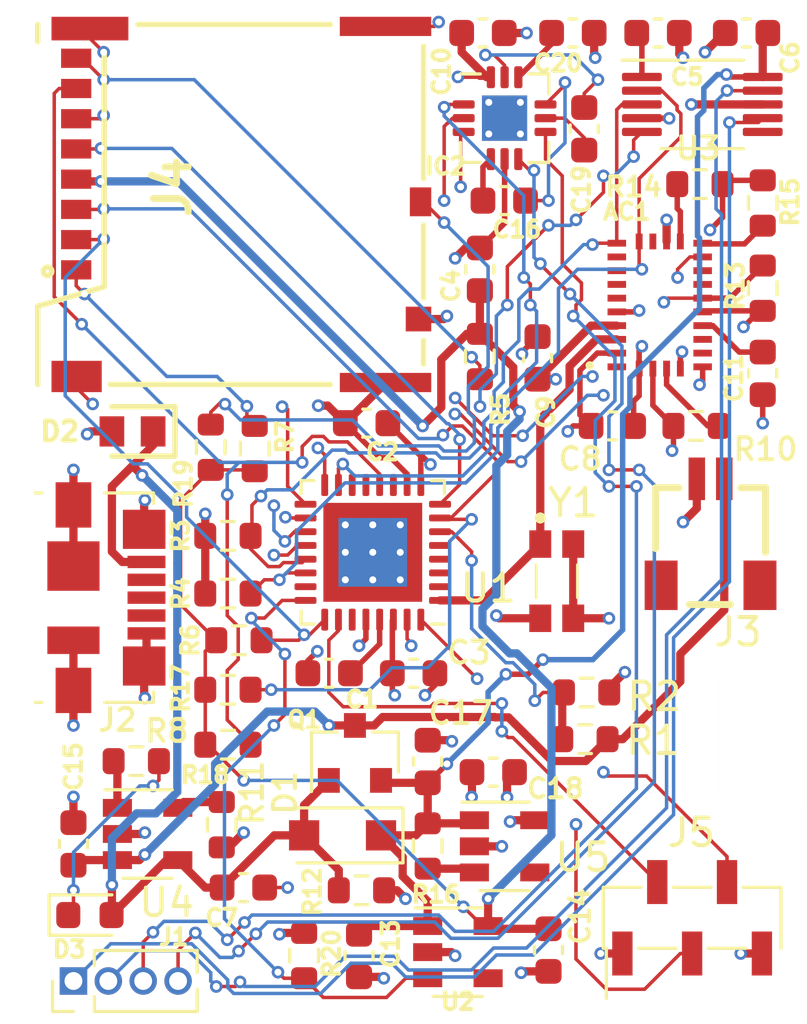
<source format=kicad_pcb>
(kicad_pcb (version 20171130) (host pcbnew "(5.1.9-0-10_14)")

  (general
    (thickness 1.6)
    (drawings 10)
    (tracks 911)
    (zones 0)
    (modules 55)
    (nets 72)
  )

  (page A4)
  (layers
    (0 F.Cu signal)
    (1 In1.Cu power)
    (2 In2.Cu power)
    (31 B.Cu signal)
    (32 B.Adhes user)
    (33 F.Adhes user)
    (34 B.Paste user)
    (35 F.Paste user)
    (36 B.SilkS user)
    (37 F.SilkS user)
    (38 B.Mask user)
    (39 F.Mask user)
    (40 Dwgs.User user)
    (41 Cmts.User user)
    (42 Eco1.User user)
    (43 Eco2.User user)
    (44 Edge.Cuts user)
    (45 Margin user)
    (46 B.CrtYd user)
    (47 F.CrtYd user)
    (48 B.Fab user)
    (49 F.Fab user hide)
  )

  (setup
    (last_trace_width 0.3)
    (user_trace_width 0.2)
    (user_trace_width 0.3)
    (trace_clearance 0.127)
    (zone_clearance 0.508)
    (zone_45_only no)
    (trace_min 0.127)
    (via_size 0.4572)
    (via_drill 0.254)
    (via_min_size 0.4)
    (via_min_drill 0.254)
    (uvia_size 0.3)
    (uvia_drill 0.1)
    (uvias_allowed no)
    (uvia_min_size 0.2)
    (uvia_min_drill 0.1)
    (edge_width 0.05)
    (segment_width 0.2)
    (pcb_text_width 0.3)
    (pcb_text_size 1.5 1.5)
    (mod_edge_width 0.12)
    (mod_text_size 1 1)
    (mod_text_width 0.15)
    (pad_size 1 1)
    (pad_drill 0.65)
    (pad_to_mask_clearance 0.05)
    (aux_axis_origin 0 0)
    (visible_elements FFFFFF7F)
    (pcbplotparams
      (layerselection 0x010fc_ffffffff)
      (usegerberextensions false)
      (usegerberattributes true)
      (usegerberadvancedattributes true)
      (creategerberjobfile true)
      (excludeedgelayer true)
      (linewidth 0.100000)
      (plotframeref false)
      (viasonmask false)
      (mode 1)
      (useauxorigin false)
      (hpglpennumber 1)
      (hpglpenspeed 20)
      (hpglpendiameter 15.000000)
      (psnegative false)
      (psa4output false)
      (plotreference true)
      (plotvalue true)
      (plotinvisibletext false)
      (padsonsilk false)
      (subtractmaskfromsilk false)
      (outputformat 1)
      (mirror false)
      (drillshape 1)
      (scaleselection 1)
      (outputdirectory ""))
  )

  (net 0 "")
  (net 1 +3V3)
  (net 2 GND)
  (net 3 "Net-(AC1-Pad24)")
  (net 4 "Net-(AC1-Pad23)")
  (net 5 "Net-(AC1-Pad22)")
  (net 6 "Net-(AC1-Pad21)")
  (net 7 /SDA)
  (net 8 /SCL)
  (net 9 "Net-(AC1-Pad18)")
  (net 10 "Net-(AC1-Pad16)")
  (net 11 "Net-(AC1-Pad15)")
  (net 12 /INT_MOTION)
  (net 13 "Net-(AC1-Pad13)")
  (net 14 "Net-(AC1-Pad12)")
  (net 15 /RST_MOTION)
  (net 16 "Net-(AC1-Pad9)")
  (net 17 "Net-(AC1-Pad8)")
  (net 18 "Net-(AC1-Pad7)")
  (net 19 "Net-(AC1-Pad4)")
  (net 20 "Net-(AC1-Pad1)")
  (net 21 "Net-(C5-Pad1)")
  (net 22 /EN_HAP)
  (net 23 /SCK)
  (net 24 /MISO)
  (net 25 /MOSI)
  (net 26 "Net-(C1-Pad2)")
  (net 27 VCC_UNREG)
  (net 28 +5V)
  (net 29 VBAT)
  (net 30 "Net-(C16-Pad2)")
  (net 31 "Net-(C16-Pad1)")
  (net 32 "Net-(C19-Pad2)")
  (net 33 "Net-(C19-Pad1)")
  (net 34 "Net-(C20-Pad2)")
  (net 35 /CHG_PMP_M_SEL_1)
  (net 36 /CHG_PMP_M_SEL_2)
  (net 37 /PIEZO_PWM)
  (net 38 /PIEZO_OUT_2)
  (net 39 /PIEZO_OUT_1)
  (net 40 /VIB-)
  (net 41 /VIB+)
  (net 42 /RESET)
  (net 43 /SWCLK)
  (net 44 /SWDIO)
  (net 45 "Net-(J2-Pad4)")
  (net 46 "Net-(R1-Pad2)")
  (net 47 "Net-(R8-Pad1)")
  (net 48 "Net-(R11-Pad2)")
  (net 49 "Net-(R16-Pad2)")
  (net 50 "Net-(U1-Pad27)")
  (net 51 "Net-(U1-Pad14)")
  (net 52 "Net-(U1-Pad13)")
  (net 53 "Net-(U1-Pad11)")
  (net 54 "Net-(U1-Pad5)")
  (net 55 "Net-(U1-Pad4)")
  (net 56 "Net-(U1-Pad3)")
  (net 57 "Net-(U1-Pad2)")
  (net 58 "Net-(U3-Pad6)")
  (net 59 "Net-(U5-Pad4)")
  (net 60 /CLK_32_768)
  (net 61 "Net-(D3-Pad1)")
  (net 62 /SD_PWR)
  (net 63 "Net-(J4-Pad1)")
  (net 64 /SD_CS)
  (net 65 "Net-(J4-Pad8)")
  (net 66 /CARD_DETECT)
  (net 67 /SD_PWR_EN)
  (net 68 "Net-(U2-Pad4)")
  (net 69 "Net-(J2-Pad3)")
  (net 70 "Net-(J2-Pad2)")
  (net 71 "Net-(U1-Pad23)")

  (net_class Default "This is the default net class."
    (clearance 0.127)
    (trace_width 0.127)
    (via_dia 0.4572)
    (via_drill 0.254)
    (uvia_dia 0.3)
    (uvia_drill 0.1)
    (add_net +3V3)
    (add_net +5V)
    (add_net /CARD_DETECT)
    (add_net /CHG_PMP_M_SEL_1)
    (add_net /CHG_PMP_M_SEL_2)
    (add_net /CLK_32_768)
    (add_net /EN_HAP)
    (add_net /INT_MOTION)
    (add_net /MISO)
    (add_net /MOSI)
    (add_net /PIEZO_OUT_1)
    (add_net /PIEZO_OUT_2)
    (add_net /PIEZO_PWM)
    (add_net /RESET)
    (add_net /RST_MOTION)
    (add_net /SCK)
    (add_net /SCL)
    (add_net /SDA)
    (add_net /SD_CS)
    (add_net /SD_PWR)
    (add_net /SD_PWR_EN)
    (add_net /SWCLK)
    (add_net /SWDIO)
    (add_net /VIB+)
    (add_net /VIB-)
    (add_net GND)
    (add_net "Net-(AC1-Pad1)")
    (add_net "Net-(AC1-Pad12)")
    (add_net "Net-(AC1-Pad13)")
    (add_net "Net-(AC1-Pad15)")
    (add_net "Net-(AC1-Pad16)")
    (add_net "Net-(AC1-Pad18)")
    (add_net "Net-(AC1-Pad21)")
    (add_net "Net-(AC1-Pad22)")
    (add_net "Net-(AC1-Pad23)")
    (add_net "Net-(AC1-Pad24)")
    (add_net "Net-(AC1-Pad4)")
    (add_net "Net-(AC1-Pad7)")
    (add_net "Net-(AC1-Pad8)")
    (add_net "Net-(AC1-Pad9)")
    (add_net "Net-(C1-Pad2)")
    (add_net "Net-(C16-Pad1)")
    (add_net "Net-(C16-Pad2)")
    (add_net "Net-(C19-Pad1)")
    (add_net "Net-(C19-Pad2)")
    (add_net "Net-(C20-Pad2)")
    (add_net "Net-(C5-Pad1)")
    (add_net "Net-(D3-Pad1)")
    (add_net "Net-(J2-Pad2)")
    (add_net "Net-(J2-Pad3)")
    (add_net "Net-(J2-Pad4)")
    (add_net "Net-(J4-Pad1)")
    (add_net "Net-(J4-Pad8)")
    (add_net "Net-(R1-Pad2)")
    (add_net "Net-(R11-Pad2)")
    (add_net "Net-(R16-Pad2)")
    (add_net "Net-(R8-Pad1)")
    (add_net "Net-(U1-Pad11)")
    (add_net "Net-(U1-Pad13)")
    (add_net "Net-(U1-Pad14)")
    (add_net "Net-(U1-Pad2)")
    (add_net "Net-(U1-Pad23)")
    (add_net "Net-(U1-Pad27)")
    (add_net "Net-(U1-Pad3)")
    (add_net "Net-(U1-Pad4)")
    (add_net "Net-(U1-Pad5)")
    (add_net "Net-(U2-Pad4)")
    (add_net "Net-(U3-Pad6)")
    (add_net "Net-(U5-Pad4)")
    (add_net VBAT)
    (add_net VCC_UNREG)
  )

  (module SmartwatchLibrary:QFN-12-1EP_3x3mm_P0.5mm_EP1.65x1.65mm_ThermalVias (layer F.Cu) (tedit 6015A99E) (tstamp 6005C363)
    (at 217.2 50.3)
    (descr "QFN, 12 Pin (http://www.analog.com/media/en/package-pcb-resources/package/pkg_pdf/ltc-legacy-qfn/QFN_12_%2005-08-1855.pdf), generated with kicad-footprint-generator ipc_noLead_generator.py")
    (tags "QFN NoLead")
    (path /60506020)
    (attr smd)
    (fp_text reference IC2 (at -2.15 1.75) (layer F.SilkS)
      (effects (font (size 0.6 0.6) (thickness 0.15)))
    )
    (fp_text value PAM8904EJPR (at 0 2.82) (layer F.Fab)
      (effects (font (size 1 1) (thickness 0.15)))
    )
    (fp_text user %R (at 0 0) (layer F.Fab)
      (effects (font (size 0.75 0.75) (thickness 0.11)))
    )
    (fp_line (start 0.885 -1.61) (end 1.61 -1.61) (layer F.SilkS) (width 0.12))
    (fp_line (start 1.61 -1.61) (end 1.61 -0.885) (layer F.SilkS) (width 0.12))
    (fp_line (start -0.885 1.61) (end -1.61 1.61) (layer F.SilkS) (width 0.12))
    (fp_line (start -1.61 1.61) (end -1.61 0.885) (layer F.SilkS) (width 0.12))
    (fp_line (start 0.885 1.61) (end 1.61 1.61) (layer F.SilkS) (width 0.12))
    (fp_line (start 1.61 1.61) (end 1.61 0.885) (layer F.SilkS) (width 0.12))
    (fp_line (start -0.885 -1.61) (end -1.61 -1.61) (layer F.SilkS) (width 0.12))
    (fp_line (start -0.75 -1.5) (end 1.5 -1.5) (layer F.Fab) (width 0.1))
    (fp_line (start 1.5 -1.5) (end 1.5 1.5) (layer F.Fab) (width 0.1))
    (fp_line (start 1.5 1.5) (end -1.5 1.5) (layer F.Fab) (width 0.1))
    (fp_line (start -1.5 1.5) (end -1.5 -0.75) (layer F.Fab) (width 0.1))
    (fp_line (start -1.5 -0.75) (end -0.75 -1.5) (layer F.Fab) (width 0.1))
    (fp_line (start -2.12 -2.12) (end -2.12 2.12) (layer F.CrtYd) (width 0.05))
    (fp_line (start -2.12 2.12) (end 2.12 2.12) (layer F.CrtYd) (width 0.05))
    (fp_line (start 2.12 2.12) (end 2.12 -2.12) (layer F.CrtYd) (width 0.05))
    (fp_line (start 2.12 -2.12) (end -2.12 -2.12) (layer F.CrtYd) (width 0.05))
    (pad "" smd roundrect (at 0.41 0.41) (size 0.71 0.71) (layers F.Paste) (roundrect_rratio 0.25))
    (pad "" smd roundrect (at 0.41 -0.41) (size 0.71 0.71) (layers F.Paste) (roundrect_rratio 0.25))
    (pad "" smd roundrect (at -0.41 0.41) (size 0.71 0.71) (layers F.Paste) (roundrect_rratio 0.25))
    (pad "" smd roundrect (at -0.41 -0.41) (size 0.71 0.71) (layers F.Paste) (roundrect_rratio 0.25))
    (pad 13 smd rect (at 0 0) (size 1.65 1.65) (layers B.Cu)
      (net 2 GND))
    (pad 13 thru_hole circle (at 0.575 0.575) (size 0.5 0.5) (drill 0.254) (layers *.Cu)
      (net 2 GND))
    (pad 13 thru_hole circle (at -0.575 0.575) (size 0.5 0.5) (drill 0.254) (layers *.Cu)
      (net 2 GND))
    (pad 13 thru_hole circle (at 0.575 -0.575) (size 0.5 0.5) (drill 0.254) (layers *.Cu)
      (net 2 GND))
    (pad 13 thru_hole circle (at -0.575 -0.575) (size 0.5 0.5) (drill 0.254) (layers *.Cu)
      (net 2 GND))
    (pad 13 smd rect (at 0 0) (size 1.65 1.65) (layers F.Cu F.Mask)
      (net 2 GND))
    (pad 12 smd roundrect (at -0.5 -1.49) (size 0.3 0.8) (layers F.Cu F.Paste F.Mask) (roundrect_rratio 0.25)
      (net 1 +3V3))
    (pad 11 smd roundrect (at 0 -1.49) (size 0.3 0.8) (layers F.Cu F.Paste F.Mask) (roundrect_rratio 0.25)
      (net 32 "Net-(C19-Pad2)"))
    (pad 10 smd roundrect (at 0.5 -1.49) (size 0.3 0.8) (layers F.Cu F.Paste F.Mask) (roundrect_rratio 0.25)
      (net 34 "Net-(C20-Pad2)"))
    (pad 9 smd roundrect (at 1.49 -0.5) (size 0.8 0.3) (layers F.Cu F.Paste F.Mask) (roundrect_rratio 0.25)
      (net 30 "Net-(C16-Pad2)"))
    (pad 8 smd roundrect (at 1.49 0) (size 0.8 0.3) (layers F.Cu F.Paste F.Mask) (roundrect_rratio 0.25)
      (net 33 "Net-(C19-Pad1)"))
    (pad 7 smd roundrect (at 1.49 0.5) (size 0.8 0.3) (layers F.Cu F.Paste F.Mask) (roundrect_rratio 0.25)
      (net 39 /PIEZO_OUT_1))
    (pad 6 smd roundrect (at 0.5 1.49) (size 0.3 0.8) (layers F.Cu F.Paste F.Mask) (roundrect_rratio 0.25)
      (net 38 /PIEZO_OUT_2))
    (pad 5 smd roundrect (at 0 1.49) (size 0.3 0.8) (layers F.Cu F.Paste F.Mask) (roundrect_rratio 0.25)
      (net 2 GND))
    (pad 4 smd roundrect (at -0.5 1.49) (size 0.3 0.8) (layers F.Cu F.Paste F.Mask) (roundrect_rratio 0.25)
      (net 31 "Net-(C16-Pad1)"))
    (pad 3 smd roundrect (at -1.49 0.5) (size 0.8 0.3) (layers F.Cu F.Paste F.Mask) (roundrect_rratio 0.25)
      (net 37 /PIEZO_PWM))
    (pad 2 smd roundrect (at -1.49 0) (size 0.8 0.3) (layers F.Cu F.Paste F.Mask) (roundrect_rratio 0.25)
      (net 36 /CHG_PMP_M_SEL_2))
    (pad 1 smd roundrect (at -1.49 -0.5) (size 0.8 0.3) (layers F.Cu F.Paste F.Mask) (roundrect_rratio 0.25)
      (net 35 /CHG_PMP_M_SEL_1))
    (model ${KISYS3DMOD}/Package_DFN_QFN.3dshapes/QFN-12-1EP_3x3mm_P0.5mm_EP1.65x1.65mm.wrl
      (at (xyz 0 0 0))
      (scale (xyz 1 1 1))
      (rotate (xyz 0 0 0))
    )
  )

  (module SmartwatchLibrary:QFN-32-1EP_5x5mm_P0.5mm_EP3.6x3.6mm_ThermalVias (layer F.Cu) (tedit 6015A21B) (tstamp 6003E083)
    (at 212.4 66.1 180)
    (descr "QFN, 32 Pin (http://infocenter.nordicsemi.com/pdf/nRF52810_PS_v1.1.pdf#page=468), generated with kicad-footprint-generator ipc_noLead_generator.py")
    (tags "QFN NoLead")
    (path /605B7FF0)
    (attr smd)
    (fp_text reference U1 (at -4.2 -1.3) (layer F.SilkS)
      (effects (font (size 1 1) (thickness 0.15)))
    )
    (fp_text value ATSAMD21E18A-M (at 0 3.8) (layer F.Fab)
      (effects (font (size 1 1) (thickness 0.15)))
    )
    (fp_text user %R (at 0 0) (layer F.Fab)
      (effects (font (size 1 1) (thickness 0.15)))
    )
    (fp_line (start 2.135 -2.61) (end 2.61 -2.61) (layer F.SilkS) (width 0.12))
    (fp_line (start 2.61 -2.61) (end 2.61 -2.135) (layer F.SilkS) (width 0.12))
    (fp_line (start -2.135 2.61) (end -2.61 2.61) (layer F.SilkS) (width 0.12))
    (fp_line (start -2.61 2.61) (end -2.61 2.135) (layer F.SilkS) (width 0.12))
    (fp_line (start 2.135 2.61) (end 2.61 2.61) (layer F.SilkS) (width 0.12))
    (fp_line (start 2.61 2.61) (end 2.61 2.135) (layer F.SilkS) (width 0.12))
    (fp_line (start -2.135 -2.61) (end -2.61 -2.61) (layer F.SilkS) (width 0.12))
    (fp_line (start -1.5 -2.5) (end 2.5 -2.5) (layer F.Fab) (width 0.1))
    (fp_line (start 2.5 -2.5) (end 2.5 2.5) (layer F.Fab) (width 0.1))
    (fp_line (start 2.5 2.5) (end -2.5 2.5) (layer F.Fab) (width 0.1))
    (fp_line (start -2.5 2.5) (end -2.5 -1.5) (layer F.Fab) (width 0.1))
    (fp_line (start -2.5 -1.5) (end -1.5 -2.5) (layer F.Fab) (width 0.1))
    (fp_line (start -3.1 -3.1) (end -3.1 3.1) (layer F.CrtYd) (width 0.05))
    (fp_line (start -3.1 3.1) (end 3.1 3.1) (layer F.CrtYd) (width 0.05))
    (fp_line (start 3.1 3.1) (end 3.1 -3.1) (layer F.CrtYd) (width 0.05))
    (fp_line (start 3.1 -3.1) (end -3.1 -3.1) (layer F.CrtYd) (width 0.05))
    (pad "" smd custom (at 1.4 1.4 180) (size 0.554596 0.554596) (layers F.Paste)
      (options (clearance outline) (anchor circle))
      (primitives
        (gr_poly (pts
           (xy -0.232106 -0.157228) (xy -0.157228 -0.232106) (xy 0.232106 -0.232106) (xy 0.232106 0.232106) (xy -0.232106 0.232106)
) (width 0.180769))
      ))
    (pad "" smd custom (at 1.4 -1.4 180) (size 0.554596 0.554596) (layers F.Paste)
      (options (clearance outline) (anchor circle))
      (primitives
        (gr_poly (pts
           (xy -0.232106 -0.232106) (xy 0.232106 -0.232106) (xy 0.232106 0.232106) (xy -0.157228 0.232106) (xy -0.232106 0.157228)
) (width 0.180769))
      ))
    (pad "" smd custom (at -1.4 1.4 180) (size 0.554596 0.554596) (layers F.Paste)
      (options (clearance outline) (anchor circle))
      (primitives
        (gr_poly (pts
           (xy -0.232106 -0.232106) (xy 0.157228 -0.232106) (xy 0.232106 -0.157228) (xy 0.232106 0.232106) (xy -0.232106 0.232106)
) (width 0.180769))
      ))
    (pad "" smd custom (at -1.4 -1.4 180) (size 0.554596 0.554596) (layers F.Paste)
      (options (clearance outline) (anchor circle))
      (primitives
        (gr_poly (pts
           (xy -0.232106 -0.232106) (xy 0.232106 -0.232106) (xy 0.232106 0.157228) (xy 0.157228 0.232106) (xy -0.232106 0.232106)
) (width 0.180769))
      ))
    (pad "" smd custom (at 0.5 1.4 180) (size 0.568298 0.568298) (layers F.Paste)
      (options (clearance outline) (anchor circle))
      (primitives
        (gr_poly (pts
           (xy -0.32643 -0.182281) (xy -0.262904 -0.245807) (xy 0.262904 -0.245807) (xy 0.32643 -0.182281) (xy 0.32643 0.245807)
           (xy -0.32643 0.245807)) (width 0.153366))
      ))
    (pad "" smd custom (at -0.5 1.4 180) (size 0.568298 0.568298) (layers F.Paste)
      (options (clearance outline) (anchor circle))
      (primitives
        (gr_poly (pts
           (xy -0.32643 -0.182281) (xy -0.262904 -0.245807) (xy 0.262904 -0.245807) (xy 0.32643 -0.182281) (xy 0.32643 0.245807)
           (xy -0.32643 0.245807)) (width 0.153366))
      ))
    (pad "" smd custom (at 0.5 -1.4 180) (size 0.568298 0.568298) (layers F.Paste)
      (options (clearance outline) (anchor circle))
      (primitives
        (gr_poly (pts
           (xy -0.32643 -0.245807) (xy 0.32643 -0.245807) (xy 0.32643 0.182281) (xy 0.262904 0.245807) (xy -0.262904 0.245807)
           (xy -0.32643 0.182281)) (width 0.153366))
      ))
    (pad "" smd custom (at -0.5 -1.4 180) (size 0.568298 0.568298) (layers F.Paste)
      (options (clearance outline) (anchor circle))
      (primitives
        (gr_poly (pts
           (xy -0.32643 -0.245807) (xy 0.32643 -0.245807) (xy 0.32643 0.182281) (xy 0.262904 0.245807) (xy -0.262904 0.245807)
           (xy -0.32643 0.182281)) (width 0.153366))
      ))
    (pad "" smd custom (at 1.4 0.5 180) (size 0.568298 0.568298) (layers F.Paste)
      (options (clearance outline) (anchor circle))
      (primitives
        (gr_poly (pts
           (xy -0.245807 -0.262904) (xy -0.182281 -0.32643) (xy 0.245807 -0.32643) (xy 0.245807 0.32643) (xy -0.182281 0.32643)
           (xy -0.245807 0.262904)) (width 0.153366))
      ))
    (pad "" smd custom (at 1.4 -0.5 180) (size 0.568298 0.568298) (layers F.Paste)
      (options (clearance outline) (anchor circle))
      (primitives
        (gr_poly (pts
           (xy -0.245807 -0.262904) (xy -0.182281 -0.32643) (xy 0.245807 -0.32643) (xy 0.245807 0.32643) (xy -0.182281 0.32643)
           (xy -0.245807 0.262904)) (width 0.153366))
      ))
    (pad "" smd custom (at -1.4 0.5 180) (size 0.568298 0.568298) (layers F.Paste)
      (options (clearance outline) (anchor circle))
      (primitives
        (gr_poly (pts
           (xy -0.245807 -0.32643) (xy 0.182281 -0.32643) (xy 0.245807 -0.262904) (xy 0.245807 0.262904) (xy 0.182281 0.32643)
           (xy -0.245807 0.32643)) (width 0.153366))
      ))
    (pad "" smd custom (at -1.4 -0.5 180) (size 0.568298 0.568298) (layers F.Paste)
      (options (clearance outline) (anchor circle))
      (primitives
        (gr_poly (pts
           (xy -0.245807 -0.32643) (xy 0.182281 -0.32643) (xy 0.245807 -0.262904) (xy 0.245807 0.262904) (xy 0.182281 0.32643)
           (xy -0.245807 0.32643)) (width 0.153366))
      ))
    (pad "" smd roundrect (at 0.5 0.5 180) (size 0.806226 0.806226) (layers F.Paste) (roundrect_rratio 0.25))
    (pad "" smd roundrect (at 0.5 -0.5 180) (size 0.806226 0.806226) (layers F.Paste) (roundrect_rratio 0.25))
    (pad "" smd roundrect (at -0.5 0.5 180) (size 0.806226 0.806226) (layers F.Paste) (roundrect_rratio 0.25))
    (pad "" smd roundrect (at -0.5 -0.5 180) (size 0.806226 0.806226) (layers F.Paste) (roundrect_rratio 0.25))
    (pad 33 smd rect (at 0 0 180) (size 2.5 2.5) (layers B.Cu)
      (net 2 GND))
    (pad 33 thru_hole circle (at 1 1 180) (size 0.5 0.5) (drill 0.254) (layers *.Cu)
      (net 2 GND))
    (pad 33 thru_hole circle (at 0 1 180) (size 0.5 0.5) (drill 0.254) (layers *.Cu)
      (net 2 GND))
    (pad 33 thru_hole circle (at -1 1 180) (size 0.5 0.5) (drill 0.254) (layers *.Cu)
      (net 2 GND))
    (pad 33 thru_hole circle (at 1 0 180) (size 0.5 0.5) (drill 0.254) (layers *.Cu)
      (net 2 GND))
    (pad 33 thru_hole circle (at 0 0 180) (size 0.5 0.5) (drill 0.254) (layers *.Cu)
      (net 2 GND))
    (pad 33 thru_hole circle (at -1 0 180) (size 0.5 0.5) (drill 0.254) (layers *.Cu)
      (net 2 GND))
    (pad 33 thru_hole circle (at 1 -1 180) (size 0.5 0.5) (drill 0.254) (layers *.Cu)
      (net 2 GND))
    (pad 33 thru_hole circle (at 0 -1 180) (size 0.5 0.5) (drill 0.254) (layers *.Cu)
      (net 2 GND))
    (pad 33 thru_hole circle (at -1 -1 180) (size 0.5 0.5) (drill 0.254) (layers *.Cu)
      (net 2 GND))
    (pad 33 smd rect (at 0 0 180) (size 3.6 3.6) (layers F.Cu F.Mask)
      (net 2 GND))
    (pad 32 smd roundrect (at -1.75 -2.45 180) (size 0.25 0.8) (layers F.Cu F.Paste F.Mask) (roundrect_rratio 0.25)
      (net 44 /SWDIO))
    (pad 31 smd roundrect (at -1.25 -2.45 180) (size 0.25 0.8) (layers F.Cu F.Paste F.Mask) (roundrect_rratio 0.25)
      (net 43 /SWCLK))
    (pad 30 smd roundrect (at -0.75 -2.45 180) (size 0.25 0.8) (layers F.Cu F.Paste F.Mask) (roundrect_rratio 0.25)
      (net 1 +3V3))
    (pad 29 smd roundrect (at -0.25 -2.45 180) (size 0.25 0.8) (layers F.Cu F.Paste F.Mask) (roundrect_rratio 0.25)
      (net 26 "Net-(C1-Pad2)"))
    (pad 28 smd roundrect (at 0.25 -2.45 180) (size 0.25 0.8) (layers F.Cu F.Paste F.Mask) (roundrect_rratio 0.25)
      (net 2 GND))
    (pad 27 smd roundrect (at 0.75 -2.45 180) (size 0.25 0.8) (layers F.Cu F.Paste F.Mask) (roundrect_rratio 0.25)
      (net 50 "Net-(U1-Pad27)"))
    (pad 26 smd roundrect (at 1.25 -2.45 180) (size 0.25 0.8) (layers F.Cu F.Paste F.Mask) (roundrect_rratio 0.25)
      (net 42 /RESET))
    (pad 25 smd roundrect (at 1.75 -2.45 180) (size 0.25 0.8) (layers F.Cu F.Paste F.Mask) (roundrect_rratio 0.25)
      (net 64 /SD_CS))
    (pad 24 smd roundrect (at 2.45 -1.75 180) (size 0.8 0.25) (layers F.Cu F.Paste F.Mask) (roundrect_rratio 0.25)
      (net 67 /SD_PWR_EN))
    (pad 23 smd roundrect (at 2.45 -1.25 180) (size 0.8 0.25) (layers F.Cu F.Paste F.Mask) (roundrect_rratio 0.25)
      (net 71 "Net-(U1-Pad23)"))
    (pad 22 smd roundrect (at 2.45 -0.75 180) (size 0.8 0.25) (layers F.Cu F.Paste F.Mask) (roundrect_rratio 0.25)
      (net 8 /SCL))
    (pad 21 smd roundrect (at 2.45 -0.25 180) (size 0.8 0.25) (layers F.Cu F.Paste F.Mask) (roundrect_rratio 0.25)
      (net 7 /SDA))
    (pad 20 smd roundrect (at 2.45 0.25 180) (size 0.8 0.25) (layers F.Cu F.Paste F.Mask) (roundrect_rratio 0.25)
      (net 22 /EN_HAP))
    (pad 19 smd roundrect (at 2.45 0.75 180) (size 0.8 0.25) (layers F.Cu F.Paste F.Mask) (roundrect_rratio 0.25)
      (net 15 /RST_MOTION))
    (pad 18 smd roundrect (at 2.45 1.25 180) (size 0.8 0.25) (layers F.Cu F.Paste F.Mask) (roundrect_rratio 0.25)
      (net 12 /INT_MOTION))
    (pad 17 smd roundrect (at 2.45 1.75 180) (size 0.8 0.25) (layers F.Cu F.Paste F.Mask) (roundrect_rratio 0.25)
      (net 37 /PIEZO_PWM))
    (pad 16 smd roundrect (at 1.75 2.45 180) (size 0.25 0.8) (layers F.Cu F.Paste F.Mask) (roundrect_rratio 0.25)
      (net 36 /CHG_PMP_M_SEL_2))
    (pad 15 smd roundrect (at 1.25 2.45 180) (size 0.25 0.8) (layers F.Cu F.Paste F.Mask) (roundrect_rratio 0.25)
      (net 35 /CHG_PMP_M_SEL_1))
    (pad 14 smd roundrect (at 0.75 2.45 180) (size 0.25 0.8) (layers F.Cu F.Paste F.Mask) (roundrect_rratio 0.25)
      (net 51 "Net-(U1-Pad14)"))
    (pad 13 smd roundrect (at 0.25 2.45 180) (size 0.25 0.8) (layers F.Cu F.Paste F.Mask) (roundrect_rratio 0.25)
      (net 52 "Net-(U1-Pad13)"))
    (pad 12 smd roundrect (at -0.25 2.45 180) (size 0.25 0.8) (layers F.Cu F.Paste F.Mask) (roundrect_rratio 0.25)
      (net 24 /MISO))
    (pad 11 smd roundrect (at -0.75 2.45 180) (size 0.25 0.8) (layers F.Cu F.Paste F.Mask) (roundrect_rratio 0.25)
      (net 53 "Net-(U1-Pad11)"))
    (pad 10 smd roundrect (at -1.25 2.45 180) (size 0.25 0.8) (layers F.Cu F.Paste F.Mask) (roundrect_rratio 0.25)
      (net 2 GND))
    (pad 9 smd roundrect (at -1.75 2.45 180) (size 0.25 0.8) (layers F.Cu F.Paste F.Mask) (roundrect_rratio 0.25)
      (net 1 +3V3))
    (pad 8 smd roundrect (at -2.45 1.75 180) (size 0.8 0.25) (layers F.Cu F.Paste F.Mask) (roundrect_rratio 0.25)
      (net 23 /SCK))
    (pad 7 smd roundrect (at -2.45 1.25 180) (size 0.8 0.25) (layers F.Cu F.Paste F.Mask) (roundrect_rratio 0.25)
      (net 25 /MOSI))
    (pad 6 smd roundrect (at -2.45 0.75 180) (size 0.8 0.25) (layers F.Cu F.Paste F.Mask) (roundrect_rratio 0.25)
      (net 46 "Net-(R1-Pad2)"))
    (pad 5 smd roundrect (at -2.45 0.25 180) (size 0.8 0.25) (layers F.Cu F.Paste F.Mask) (roundrect_rratio 0.25)
      (net 54 "Net-(U1-Pad5)"))
    (pad 4 smd roundrect (at -2.45 -0.25 180) (size 0.8 0.25) (layers F.Cu F.Paste F.Mask) (roundrect_rratio 0.25)
      (net 55 "Net-(U1-Pad4)"))
    (pad 3 smd roundrect (at -2.45 -0.75 180) (size 0.8 0.25) (layers F.Cu F.Paste F.Mask) (roundrect_rratio 0.25)
      (net 56 "Net-(U1-Pad3)"))
    (pad 2 smd roundrect (at -2.45 -1.25 180) (size 0.8 0.25) (layers F.Cu F.Paste F.Mask) (roundrect_rratio 0.25)
      (net 57 "Net-(U1-Pad2)"))
    (pad 1 smd roundrect (at -2.45 -1.75 180) (size 0.8 0.25) (layers F.Cu F.Paste F.Mask) (roundrect_rratio 0.25)
      (net 60 /CLK_32_768))
    (model ${KISYS3DMOD}/Package_DFN_QFN.3dshapes/QFN-32-1EP_5x5mm_P0.5mm_EP3.6x3.6mm.wrl
      (at (xyz 0 0 0))
      (scale (xyz 1 1 1))
      (rotate (xyz 0 0 0))
    )
  )

  (module SmartwatchLibrary:M50_3130545R (layer F.Cu) (tedit 6015DF52) (tstamp 6015242A)
    (at 224.03 79.4 90)
    (descr "surface-mounted straight pin header, 1x05, 1.27mm pitch, single row, style 1 (pin 1 left)")
    (tags "Surface mounted pin header SMD 1x05 1.27mm single row style1 pin1 left")
    (path /6070BD7F)
    (attr smd)
    (fp_text reference J5 (at 3.1 -0.03 180) (layer F.SilkS)
      (effects (font (size 1 1) (thickness 0.15)))
    )
    (fp_text value Conn_01x05 (at 0 4.235 90) (layer F.Fab)
      (effects (font (size 1 1) (thickness 0.15)))
    )
    (fp_text user %R (at 0 0) (layer F.Fab)
      (effects (font (size 1 1) (thickness 0.15)))
    )
    (fp_line (start 1.05 3.175) (end -1.05 3.175) (layer F.Fab) (width 0.1))
    (fp_line (start -0.615 -3.175) (end 1.05 -3.175) (layer F.Fab) (width 0.1))
    (fp_line (start -1.05 3.175) (end -1.05 -2.74) (layer F.Fab) (width 0.1))
    (fp_line (start -1.05 -2.74) (end -0.615 -3.175) (layer F.Fab) (width 0.1))
    (fp_line (start 1.05 -3.175) (end 1.05 3.175) (layer F.Fab) (width 0.1))
    (fp_line (start -1.05 -2.74) (end -2.5 -2.74) (layer F.Fab) (width 0.1))
    (fp_line (start -2.5 -2.74) (end -2.5 -2.34) (layer F.Fab) (width 0.1))
    (fp_line (start -2.5 -2.34) (end -1.05 -2.34) (layer F.Fab) (width 0.1))
    (fp_line (start -1.05 -0.2) (end -2.5 -0.2) (layer F.Fab) (width 0.1))
    (fp_line (start -2.5 -0.2) (end -2.5 0.2) (layer F.Fab) (width 0.1))
    (fp_line (start -2.5 0.2) (end -1.05 0.2) (layer F.Fab) (width 0.1))
    (fp_line (start -1.05 2.34) (end -2.5 2.34) (layer F.Fab) (width 0.1))
    (fp_line (start -2.5 2.34) (end -2.5 2.74) (layer F.Fab) (width 0.1))
    (fp_line (start -2.5 2.74) (end -1.05 2.74) (layer F.Fab) (width 0.1))
    (fp_line (start 1.05 -1.47) (end 2.5 -1.47) (layer F.Fab) (width 0.1))
    (fp_line (start 2.5 -1.47) (end 2.5 -1.07) (layer F.Fab) (width 0.1))
    (fp_line (start 2.5 -1.07) (end 1.05 -1.07) (layer F.Fab) (width 0.1))
    (fp_line (start 1.05 1.07) (end 2.5 1.07) (layer F.Fab) (width 0.1))
    (fp_line (start 2.5 1.07) (end 2.5 1.47) (layer F.Fab) (width 0.1))
    (fp_line (start 2.5 1.47) (end 1.05 1.47) (layer F.Fab) (width 0.1))
    (fp_line (start -1.11 -3.235) (end 1.11 -3.235) (layer F.SilkS) (width 0.12))
    (fp_line (start -1.11 3.235) (end 1.11 3.235) (layer F.SilkS) (width 0.12))
    (fp_line (start 1.11 -3.225) (end 1.11 -1.855) (layer F.SilkS) (width 0.12))
    (fp_line (start -1.11 -3.125) (end -2.94 -3.125) (layer F.SilkS) (width 0.12))
    (fp_line (start -1.11 -3.235) (end -1.11 -3.125) (layer F.SilkS) (width 0.12))
    (fp_line (start 1.11 3.125) (end 1.11 3.235) (layer F.SilkS) (width 0.12))
    (fp_line (start 1.11 -0.685) (end 1.11 0.685) (layer F.SilkS) (width 0.12))
    (fp_line (start 1.11 1.855) (end 1.11 3.225) (layer F.SilkS) (width 0.12))
    (fp_line (start -1.11 -1.955) (end -1.11 -0.585) (layer F.SilkS) (width 0.12))
    (fp_line (start -1.11 0.585) (end -1.11 1.955) (layer F.SilkS) (width 0.12))
    (fp_line (start -3.5 -3.7) (end -3.5 3.7) (layer F.CrtYd) (width 0.05))
    (fp_line (start -3.5 3.7) (end 3.5 3.7) (layer F.CrtYd) (width 0.05))
    (fp_line (start 3.5 3.7) (end 3.5 -3.7) (layer F.CrtYd) (width 0.05))
    (fp_line (start 3.5 -3.7) (end -3.5 -3.7) (layer F.CrtYd) (width 0.05))
    (pad "" np_thru_hole circle (at 0 2.54 90) (size 0.7 0.7) (drill 0.7) (layers *.Cu *.Mask))
    (pad "" np_thru_hole circle (at 0 1.27 90) (size 0.7 0.7) (drill 0.7) (layers *.Cu *.Mask))
    (pad "" np_thru_hole circle (at 0 0 90) (size 0.7 0.7) (drill 0.7) (layers *.Cu *.Mask))
    (pad "" np_thru_hole circle (at 0 -1.27 90) (size 0.7 0.7) (drill 0.7) (layers *.Cu *.Mask))
    (pad "" np_thru_hole circle (at 0 -2.54 90) (size 0.7 0.7) (drill 0.7) (layers *.Cu *.Mask))
    (pad 4 smd rect (at 1.3 1.27 90) (size 1.6 0.74) (layers F.Cu F.Paste F.Mask)
      (net 44 /SWDIO))
    (pad 2 smd rect (at 1.3 -1.27 90) (size 1.6 0.74) (layers F.Cu F.Paste F.Mask)
      (net 42 /RESET))
    (pad 5 smd rect (at -1.3 2.54 90) (size 1.6 0.74) (layers F.Cu F.Paste F.Mask)
      (net 2 GND))
    (pad 3 smd rect (at -1.3 0 90) (size 1.6 0.74) (layers F.Cu F.Paste F.Mask)
      (net 43 /SWCLK))
    (pad 1 smd rect (at -1.3 -2.54 90) (size 1.6 0.74) (layers F.Cu F.Paste F.Mask)
      (net 1 +3V3))
    (model ${KISYS3DMOD}/Connector_PinHeader_1.27mm.3dshapes/PinHeader_1x05_P1.27mm_Vertical_SMD_Pin1Left.wrl
      (at (xyz 0 0 0))
      (scale (xyz 1 1 1))
      (rotate (xyz 0 0 0))
    )
  )

  (module Connector_PinHeader_1.27mm:PinHeader_1x04_P1.27mm_Vertical (layer F.Cu) (tedit 59FED6E3) (tstamp 60152356)
    (at 201.5 81.7 90)
    (descr "Through hole straight pin header, 1x04, 1.27mm pitch, single row")
    (tags "Through hole pin header THT 1x04 1.27mm single row")
    (path /6071C234)
    (fp_text reference J1 (at 1.6 3.65 180) (layer F.SilkS)
      (effects (font (size 0.6 0.6) (thickness 0.15)))
    )
    (fp_text value Conn_01x04 (at 0 5.505 90) (layer F.Fab)
      (effects (font (size 1 1) (thickness 0.15)))
    )
    (fp_text user %R (at 0 1.905) (layer F.Fab)
      (effects (font (size 1 1) (thickness 0.15)))
    )
    (fp_line (start -0.525 -0.635) (end 1.05 -0.635) (layer F.Fab) (width 0.1))
    (fp_line (start 1.05 -0.635) (end 1.05 4.445) (layer F.Fab) (width 0.1))
    (fp_line (start 1.05 4.445) (end -1.05 4.445) (layer F.Fab) (width 0.1))
    (fp_line (start -1.05 4.445) (end -1.05 -0.11) (layer F.Fab) (width 0.1))
    (fp_line (start -1.05 -0.11) (end -0.525 -0.635) (layer F.Fab) (width 0.1))
    (fp_line (start -1.11 4.505) (end -0.30753 4.505) (layer F.SilkS) (width 0.12))
    (fp_line (start 0.30753 4.505) (end 1.11 4.505) (layer F.SilkS) (width 0.12))
    (fp_line (start -1.11 0.76) (end -1.11 4.505) (layer F.SilkS) (width 0.12))
    (fp_line (start 1.11 0.76) (end 1.11 4.505) (layer F.SilkS) (width 0.12))
    (fp_line (start -1.11 0.76) (end -0.563471 0.76) (layer F.SilkS) (width 0.12))
    (fp_line (start 0.563471 0.76) (end 1.11 0.76) (layer F.SilkS) (width 0.12))
    (fp_line (start -1.11 0) (end -1.11 -0.76) (layer F.SilkS) (width 0.12))
    (fp_line (start -1.11 -0.76) (end 0 -0.76) (layer F.SilkS) (width 0.12))
    (fp_line (start -1.55 -1.15) (end -1.55 4.95) (layer F.CrtYd) (width 0.05))
    (fp_line (start -1.55 4.95) (end 1.55 4.95) (layer F.CrtYd) (width 0.05))
    (fp_line (start 1.55 4.95) (end 1.55 -1.15) (layer F.CrtYd) (width 0.05))
    (fp_line (start 1.55 -1.15) (end -1.55 -1.15) (layer F.CrtYd) (width 0.05))
    (pad 4 thru_hole oval (at 0 3.81 90) (size 1 1) (drill 0.65) (layers *.Cu *.Mask)
      (net 38 /PIEZO_OUT_2))
    (pad 3 thru_hole oval (at 0 2.54 90) (size 1 1) (drill 0.65) (layers *.Cu *.Mask)
      (net 39 /PIEZO_OUT_1))
    (pad 2 thru_hole oval (at 0 1.27 90) (size 1 1) (drill 0.65) (layers *.Cu *.Mask)
      (net 40 /VIB-))
    (pad 1 thru_hole rect (at 0 0 90) (size 1 1) (drill 0.65) (layers *.Cu *.Mask)
      (net 41 /VIB+))
    (model ${KISYS3DMOD}/Connector_PinHeader_1.27mm.3dshapes/PinHeader_1x04_P1.27mm_Vertical.wrl
      (at (xyz 0 0 0))
      (scale (xyz 1 1 1))
      (rotate (xyz 0 0 0))
    )
  )

  (module SmartwatchLibrary:UCLAMP_0571P (layer F.Cu) (tedit 60150E86) (tstamp 601522DA)
    (at 203.65 61.7 180)
    (descr spg1610)
    (tags "TVS Diode (Uni-directional)")
    (path /6067F291)
    (attr smd)
    (fp_text reference D2 (at 2.65 0) (layer F.SilkS)
      (effects (font (size 0.7 0.7) (thickness 0.175)))
    )
    (fp_text value UCLAMP0571P (at 0 -5.08) (layer F.SilkS) hide
      (effects (font (size 1.27 1.27) (thickness 0.254)))
    )
    (fp_text user %R (at 0 -2.54) (layer F.Fab)
      (effects (font (size 1.27 1.27) (thickness 0.254)))
    )
    (fp_line (start -1.65 -1) (end 1.65 -1) (layer F.CrtYd) (width 0.05))
    (fp_line (start 1.65 -1) (end 1.65 1) (layer F.CrtYd) (width 0.05))
    (fp_line (start 1.65 1) (end -1.65 1) (layer F.CrtYd) (width 0.05))
    (fp_line (start -1.65 1) (end -1.65 -1) (layer F.CrtYd) (width 0.05))
    (fp_line (start -0.8 -0.5) (end 0.8 -0.5) (layer F.Fab) (width 0.1))
    (fp_line (start 0.8 -0.5) (end 0.8 0.5) (layer F.Fab) (width 0.1))
    (fp_line (start 0.8 0.5) (end -0.8 0.5) (layer F.Fab) (width 0.1))
    (fp_line (start -0.8 0.5) (end -0.8 -0.5) (layer F.Fab) (width 0.1))
    (fp_line (start -0.8 -0.05) (end -0.35 -0.5) (layer F.Fab) (width 0.1))
    (fp_line (start 0.75 -0.9) (end -1.55 -0.9) (layer F.SilkS) (width 0.2))
    (fp_line (start -1.55 -0.9) (end -1.55 0.9) (layer F.SilkS) (width 0.2))
    (fp_line (start -1.55 0.9) (end 0.75 0.9) (layer F.SilkS) (width 0.2))
    (pad 1 smd rect (at -0.75 0 180) (size 0.9 1.1) (layers F.Cu F.Paste F.Mask)
      (net 28 +5V))
    (pad 2 smd rect (at 0.75 0 180) (size 0.9 1.1) (layers F.Cu F.Paste F.Mask)
      (net 2 GND))
    (model UCLAMP0571P.TNT.stp
      (at (xyz 0 0 0))
      (scale (xyz 1 1 1))
      (rotate (xyz 0 0 0))
    )
    (model ${KIPRJMOD}/LIB_UCLAMP0571P.TNT/UCLAMP0571P.TNT/3D/UCLAMP0571P.TNT.stp
      (at (xyz 0 0 0))
      (scale (xyz 1 1 1))
      (rotate (xyz 0 0 0))
    )
  )

  (module Package_TO_SOT_SMD:SOT-23-5 (layer F.Cu) (tedit 5A02FF57) (tstamp 60144933)
    (at 215.5 80.65)
    (descr "5-pin SOT23 package")
    (tags SOT-23-5)
    (path /603181CE)
    (attr smd)
    (fp_text reference U2 (at 0 1.8) (layer F.SilkS)
      (effects (font (size 0.6 0.6) (thickness 0.15)))
    )
    (fp_text value AP2112K-3.3 (at 0 2.9) (layer F.Fab)
      (effects (font (size 1 1) (thickness 0.15)))
    )
    (fp_text user %R (at 0 0 90) (layer F.Fab)
      (effects (font (size 0.5 0.5) (thickness 0.075)))
    )
    (fp_line (start -0.9 1.61) (end 0.9 1.61) (layer F.SilkS) (width 0.12))
    (fp_line (start 0.9 -1.61) (end -1.55 -1.61) (layer F.SilkS) (width 0.12))
    (fp_line (start -1.9 -1.8) (end 1.9 -1.8) (layer F.CrtYd) (width 0.05))
    (fp_line (start 1.9 -1.8) (end 1.9 1.8) (layer F.CrtYd) (width 0.05))
    (fp_line (start 1.9 1.8) (end -1.9 1.8) (layer F.CrtYd) (width 0.05))
    (fp_line (start -1.9 1.8) (end -1.9 -1.8) (layer F.CrtYd) (width 0.05))
    (fp_line (start -0.9 -0.9) (end -0.25 -1.55) (layer F.Fab) (width 0.1))
    (fp_line (start 0.9 -1.55) (end -0.25 -1.55) (layer F.Fab) (width 0.1))
    (fp_line (start -0.9 -0.9) (end -0.9 1.55) (layer F.Fab) (width 0.1))
    (fp_line (start 0.9 1.55) (end -0.9 1.55) (layer F.Fab) (width 0.1))
    (fp_line (start 0.9 -1.55) (end 0.9 1.55) (layer F.Fab) (width 0.1))
    (pad 5 smd rect (at 1.1 -0.95) (size 1.06 0.65) (layers F.Cu F.Paste F.Mask)
      (net 62 /SD_PWR))
    (pad 4 smd rect (at 1.1 0.95) (size 1.06 0.65) (layers F.Cu F.Paste F.Mask)
      (net 68 "Net-(U2-Pad4)"))
    (pad 3 smd rect (at -1.1 0.95) (size 1.06 0.65) (layers F.Cu F.Paste F.Mask)
      (net 67 /SD_PWR_EN))
    (pad 2 smd rect (at -1.1 0) (size 1.06 0.65) (layers F.Cu F.Paste F.Mask)
      (net 2 GND))
    (pad 1 smd rect (at -1.1 -0.95) (size 1.06 0.65) (layers F.Cu F.Paste F.Mask)
      (net 27 VCC_UNREG))
    (model ${KISYS3DMOD}/Package_TO_SOT_SMD.3dshapes/SOT-23-5.wrl
      (at (xyz 0 0 0))
      (scale (xyz 1 1 1))
      (rotate (xyz 0 0 0))
    )
  )

  (module Resistor_SMD:R_0603_1608Metric (layer F.Cu) (tedit 5F68FEEE) (tstamp 60144874)
    (at 209.9 80.775 90)
    (descr "Resistor SMD 0603 (1608 Metric), square (rectangular) end terminal, IPC_7351 nominal, (Body size source: IPC-SM-782 page 72, https://www.pcb-3d.com/wordpress/wp-content/uploads/ipc-sm-782a_amendment_1_and_2.pdf), generated with kicad-footprint-generator")
    (tags resistor)
    (path /603181D4)
    (attr smd)
    (fp_text reference R20 (at 0.075 1 90) (layer F.SilkS)
      (effects (font (size 0.6 0.6) (thickness 0.15)))
    )
    (fp_text value 47k (at 0 1.43 90) (layer F.Fab)
      (effects (font (size 1 1) (thickness 0.15)))
    )
    (fp_text user %R (at 0 0 90) (layer F.Fab)
      (effects (font (size 0.4 0.4) (thickness 0.06)))
    )
    (fp_line (start -0.8 0.4125) (end -0.8 -0.4125) (layer F.Fab) (width 0.1))
    (fp_line (start -0.8 -0.4125) (end 0.8 -0.4125) (layer F.Fab) (width 0.1))
    (fp_line (start 0.8 -0.4125) (end 0.8 0.4125) (layer F.Fab) (width 0.1))
    (fp_line (start 0.8 0.4125) (end -0.8 0.4125) (layer F.Fab) (width 0.1))
    (fp_line (start -0.237258 -0.5225) (end 0.237258 -0.5225) (layer F.SilkS) (width 0.12))
    (fp_line (start -0.237258 0.5225) (end 0.237258 0.5225) (layer F.SilkS) (width 0.12))
    (fp_line (start -1.48 0.73) (end -1.48 -0.73) (layer F.CrtYd) (width 0.05))
    (fp_line (start -1.48 -0.73) (end 1.48 -0.73) (layer F.CrtYd) (width 0.05))
    (fp_line (start 1.48 -0.73) (end 1.48 0.73) (layer F.CrtYd) (width 0.05))
    (fp_line (start 1.48 0.73) (end -1.48 0.73) (layer F.CrtYd) (width 0.05))
    (pad 2 smd roundrect (at 0.825 0 90) (size 0.8 0.95) (layers F.Cu F.Paste F.Mask) (roundrect_rratio 0.25)
      (net 2 GND))
    (pad 1 smd roundrect (at -0.825 0 90) (size 0.8 0.95) (layers F.Cu F.Paste F.Mask) (roundrect_rratio 0.25)
      (net 67 /SD_PWR_EN))
    (model ${KISYS3DMOD}/Resistor_SMD.3dshapes/R_0603_1608Metric.wrl
      (at (xyz 0 0 0))
      (scale (xyz 1 1 1))
      (rotate (xyz 0 0 0))
    )
  )

  (module Resistor_SMD:R_0603_1608Metric (layer F.Cu) (tedit 5F68FEEE) (tstamp 60144863)
    (at 206.5 62.275 90)
    (descr "Resistor SMD 0603 (1608 Metric), square (rectangular) end terminal, IPC_7351 nominal, (Body size source: IPC-SM-782 page 72, https://www.pcb-3d.com/wordpress/wp-content/uploads/ipc-sm-782a_amendment_1_and_2.pdf), generated with kicad-footprint-generator")
    (tags resistor)
    (path /6022EEB6)
    (attr smd)
    (fp_text reference R19 (at -1.325 -1 90) (layer F.SilkS)
      (effects (font (size 0.6 0.6) (thickness 0.15)))
    )
    (fp_text value 47k (at 0 1.43 90) (layer F.Fab)
      (effects (font (size 1 1) (thickness 0.15)))
    )
    (fp_text user %R (at 0 0 90) (layer F.Fab)
      (effects (font (size 0.4 0.4) (thickness 0.06)))
    )
    (fp_line (start -0.8 0.4125) (end -0.8 -0.4125) (layer F.Fab) (width 0.1))
    (fp_line (start -0.8 -0.4125) (end 0.8 -0.4125) (layer F.Fab) (width 0.1))
    (fp_line (start 0.8 -0.4125) (end 0.8 0.4125) (layer F.Fab) (width 0.1))
    (fp_line (start 0.8 0.4125) (end -0.8 0.4125) (layer F.Fab) (width 0.1))
    (fp_line (start -0.237258 -0.5225) (end 0.237258 -0.5225) (layer F.SilkS) (width 0.12))
    (fp_line (start -0.237258 0.5225) (end 0.237258 0.5225) (layer F.SilkS) (width 0.12))
    (fp_line (start -1.48 0.73) (end -1.48 -0.73) (layer F.CrtYd) (width 0.05))
    (fp_line (start -1.48 -0.73) (end 1.48 -0.73) (layer F.CrtYd) (width 0.05))
    (fp_line (start 1.48 -0.73) (end 1.48 0.73) (layer F.CrtYd) (width 0.05))
    (fp_line (start 1.48 0.73) (end -1.48 0.73) (layer F.CrtYd) (width 0.05))
    (pad 2 smd roundrect (at 0.825 0 90) (size 0.8 0.95) (layers F.Cu F.Paste F.Mask) (roundrect_rratio 0.25)
      (net 66 /CARD_DETECT))
    (pad 1 smd roundrect (at -0.825 0 90) (size 0.8 0.95) (layers F.Cu F.Paste F.Mask) (roundrect_rratio 0.25)
      (net 62 /SD_PWR))
    (model ${KISYS3DMOD}/Resistor_SMD.3dshapes/R_0603_1608Metric.wrl
      (at (xyz 0 0 0))
      (scale (xyz 1 1 1))
      (rotate (xyz 0 0 0))
    )
  )

  (module Resistor_SMD:R_0603_1608Metric (layer F.Cu) (tedit 5F68FEEE) (tstamp 60144852)
    (at 207.125 73.1)
    (descr "Resistor SMD 0603 (1608 Metric), square (rectangular) end terminal, IPC_7351 nominal, (Body size source: IPC-SM-782 page 72, https://www.pcb-3d.com/wordpress/wp-content/uploads/ipc-sm-782a_amendment_1_and_2.pdf), generated with kicad-footprint-generator")
    (tags resistor)
    (path /6022E2D0)
    (attr smd)
    (fp_text reference R18 (at -0.825 1.1) (layer F.SilkS)
      (effects (font (size 0.6 0.6) (thickness 0.15)))
    )
    (fp_text value 47k (at 0 1.43) (layer F.Fab)
      (effects (font (size 1 1) (thickness 0.15)))
    )
    (fp_text user %R (at 0 0) (layer F.Fab)
      (effects (font (size 0.4 0.4) (thickness 0.06)))
    )
    (fp_line (start -0.8 0.4125) (end -0.8 -0.4125) (layer F.Fab) (width 0.1))
    (fp_line (start -0.8 -0.4125) (end 0.8 -0.4125) (layer F.Fab) (width 0.1))
    (fp_line (start 0.8 -0.4125) (end 0.8 0.4125) (layer F.Fab) (width 0.1))
    (fp_line (start 0.8 0.4125) (end -0.8 0.4125) (layer F.Fab) (width 0.1))
    (fp_line (start -0.237258 -0.5225) (end 0.237258 -0.5225) (layer F.SilkS) (width 0.12))
    (fp_line (start -0.237258 0.5225) (end 0.237258 0.5225) (layer F.SilkS) (width 0.12))
    (fp_line (start -1.48 0.73) (end -1.48 -0.73) (layer F.CrtYd) (width 0.05))
    (fp_line (start -1.48 -0.73) (end 1.48 -0.73) (layer F.CrtYd) (width 0.05))
    (fp_line (start 1.48 -0.73) (end 1.48 0.73) (layer F.CrtYd) (width 0.05))
    (fp_line (start 1.48 0.73) (end -1.48 0.73) (layer F.CrtYd) (width 0.05))
    (pad 2 smd roundrect (at 0.825 0) (size 0.8 0.95) (layers F.Cu F.Paste F.Mask) (roundrect_rratio 0.25)
      (net 24 /MISO))
    (pad 1 smd roundrect (at -0.825 0) (size 0.8 0.95) (layers F.Cu F.Paste F.Mask) (roundrect_rratio 0.25)
      (net 62 /SD_PWR))
    (model ${KISYS3DMOD}/Resistor_SMD.3dshapes/R_0603_1608Metric.wrl
      (at (xyz 0 0 0))
      (scale (xyz 1 1 1))
      (rotate (xyz 0 0 0))
    )
  )

  (module Resistor_SMD:R_0603_1608Metric (layer F.Cu) (tedit 5F68FEEE) (tstamp 60144841)
    (at 207.125 71.1)
    (descr "Resistor SMD 0603 (1608 Metric), square (rectangular) end terminal, IPC_7351 nominal, (Body size source: IPC-SM-782 page 72, https://www.pcb-3d.com/wordpress/wp-content/uploads/ipc-sm-782a_amendment_1_and_2.pdf), generated with kicad-footprint-generator")
    (tags resistor)
    (path /6022D027)
    (attr smd)
    (fp_text reference R17 (at -1.725 -0.05 90) (layer F.SilkS)
      (effects (font (size 0.6 0.6) (thickness 0.15)))
    )
    (fp_text value 47k (at 0 1.43) (layer F.Fab)
      (effects (font (size 1 1) (thickness 0.15)))
    )
    (fp_text user %R (at 0 0) (layer F.Fab)
      (effects (font (size 0.4 0.4) (thickness 0.06)))
    )
    (fp_line (start -0.8 0.4125) (end -0.8 -0.4125) (layer F.Fab) (width 0.1))
    (fp_line (start -0.8 -0.4125) (end 0.8 -0.4125) (layer F.Fab) (width 0.1))
    (fp_line (start 0.8 -0.4125) (end 0.8 0.4125) (layer F.Fab) (width 0.1))
    (fp_line (start 0.8 0.4125) (end -0.8 0.4125) (layer F.Fab) (width 0.1))
    (fp_line (start -0.237258 -0.5225) (end 0.237258 -0.5225) (layer F.SilkS) (width 0.12))
    (fp_line (start -0.237258 0.5225) (end 0.237258 0.5225) (layer F.SilkS) (width 0.12))
    (fp_line (start -1.48 0.73) (end -1.48 -0.73) (layer F.CrtYd) (width 0.05))
    (fp_line (start -1.48 -0.73) (end 1.48 -0.73) (layer F.CrtYd) (width 0.05))
    (fp_line (start 1.48 -0.73) (end 1.48 0.73) (layer F.CrtYd) (width 0.05))
    (fp_line (start 1.48 0.73) (end -1.48 0.73) (layer F.CrtYd) (width 0.05))
    (pad 2 smd roundrect (at 0.825 0) (size 0.8 0.95) (layers F.Cu F.Paste F.Mask) (roundrect_rratio 0.25)
      (net 25 /MOSI))
    (pad 1 smd roundrect (at -0.825 0) (size 0.8 0.95) (layers F.Cu F.Paste F.Mask) (roundrect_rratio 0.25)
      (net 62 /SD_PWR))
    (model ${KISYS3DMOD}/Resistor_SMD.3dshapes/R_0603_1608Metric.wrl
      (at (xyz 0 0 0))
      (scale (xyz 1 1 1))
      (rotate (xyz 0 0 0))
    )
  )

  (module Resistor_SMD:R_0603_1608Metric (layer F.Cu) (tedit 5F68FEEE) (tstamp 60144710)
    (at 208.1 62.325 90)
    (descr "Resistor SMD 0603 (1608 Metric), square (rectangular) end terminal, IPC_7351 nominal, (Body size source: IPC-SM-782 page 72, https://www.pcb-3d.com/wordpress/wp-content/uploads/ipc-sm-782a_amendment_1_and_2.pdf), generated with kicad-footprint-generator")
    (tags resistor)
    (path /60184F40)
    (attr smd)
    (fp_text reference R7 (at 0.425 1.1 90) (layer F.SilkS)
      (effects (font (size 0.6 0.6) (thickness 0.15)))
    )
    (fp_text value 47k (at 0 1.43 90) (layer F.Fab)
      (effects (font (size 1 1) (thickness 0.15)))
    )
    (fp_text user %R (at 0 0 90) (layer F.Fab)
      (effects (font (size 0.4 0.4) (thickness 0.06)))
    )
    (fp_line (start -0.8 0.4125) (end -0.8 -0.4125) (layer F.Fab) (width 0.1))
    (fp_line (start -0.8 -0.4125) (end 0.8 -0.4125) (layer F.Fab) (width 0.1))
    (fp_line (start 0.8 -0.4125) (end 0.8 0.4125) (layer F.Fab) (width 0.1))
    (fp_line (start 0.8 0.4125) (end -0.8 0.4125) (layer F.Fab) (width 0.1))
    (fp_line (start -0.237258 -0.5225) (end 0.237258 -0.5225) (layer F.SilkS) (width 0.12))
    (fp_line (start -0.237258 0.5225) (end 0.237258 0.5225) (layer F.SilkS) (width 0.12))
    (fp_line (start -1.48 0.73) (end -1.48 -0.73) (layer F.CrtYd) (width 0.05))
    (fp_line (start -1.48 -0.73) (end 1.48 -0.73) (layer F.CrtYd) (width 0.05))
    (fp_line (start 1.48 -0.73) (end 1.48 0.73) (layer F.CrtYd) (width 0.05))
    (fp_line (start 1.48 0.73) (end -1.48 0.73) (layer F.CrtYd) (width 0.05))
    (pad 2 smd roundrect (at 0.825 0 90) (size 0.8 0.95) (layers F.Cu F.Paste F.Mask) (roundrect_rratio 0.25)
      (net 63 "Net-(J4-Pad1)"))
    (pad 1 smd roundrect (at -0.825 0 90) (size 0.8 0.95) (layers F.Cu F.Paste F.Mask) (roundrect_rratio 0.25)
      (net 62 /SD_PWR))
    (model ${KISYS3DMOD}/Resistor_SMD.3dshapes/R_0603_1608Metric.wrl
      (at (xyz 0 0 0))
      (scale (xyz 1 1 1))
      (rotate (xyz 0 0 0))
    )
  )

  (module Resistor_SMD:R_0603_1608Metric (layer F.Cu) (tedit 5F68FEEE) (tstamp 601446FF)
    (at 207.525 69.3)
    (descr "Resistor SMD 0603 (1608 Metric), square (rectangular) end terminal, IPC_7351 nominal, (Body size source: IPC-SM-782 page 72, https://www.pcb-3d.com/wordpress/wp-content/uploads/ipc-sm-782a_amendment_1_and_2.pdf), generated with kicad-footprint-generator")
    (tags resistor)
    (path /60184484)
    (attr smd)
    (fp_text reference R6 (at -1.775 0 90) (layer F.SilkS)
      (effects (font (size 0.6 0.6) (thickness 0.15)))
    )
    (fp_text value 47k (at 0 1.43) (layer F.Fab)
      (effects (font (size 1 1) (thickness 0.15)))
    )
    (fp_text user %R (at 0 0) (layer F.Fab)
      (effects (font (size 0.4 0.4) (thickness 0.06)))
    )
    (fp_line (start -0.8 0.4125) (end -0.8 -0.4125) (layer F.Fab) (width 0.1))
    (fp_line (start -0.8 -0.4125) (end 0.8 -0.4125) (layer F.Fab) (width 0.1))
    (fp_line (start 0.8 -0.4125) (end 0.8 0.4125) (layer F.Fab) (width 0.1))
    (fp_line (start 0.8 0.4125) (end -0.8 0.4125) (layer F.Fab) (width 0.1))
    (fp_line (start -0.237258 -0.5225) (end 0.237258 -0.5225) (layer F.SilkS) (width 0.12))
    (fp_line (start -0.237258 0.5225) (end 0.237258 0.5225) (layer F.SilkS) (width 0.12))
    (fp_line (start -1.48 0.73) (end -1.48 -0.73) (layer F.CrtYd) (width 0.05))
    (fp_line (start -1.48 -0.73) (end 1.48 -0.73) (layer F.CrtYd) (width 0.05))
    (fp_line (start 1.48 -0.73) (end 1.48 0.73) (layer F.CrtYd) (width 0.05))
    (fp_line (start 1.48 0.73) (end -1.48 0.73) (layer F.CrtYd) (width 0.05))
    (pad 2 smd roundrect (at 0.825 0) (size 0.8 0.95) (layers F.Cu F.Paste F.Mask) (roundrect_rratio 0.25)
      (net 64 /SD_CS))
    (pad 1 smd roundrect (at -0.825 0) (size 0.8 0.95) (layers F.Cu F.Paste F.Mask) (roundrect_rratio 0.25)
      (net 62 /SD_PWR))
    (model ${KISYS3DMOD}/Resistor_SMD.3dshapes/R_0603_1608Metric.wrl
      (at (xyz 0 0 0))
      (scale (xyz 1 1 1))
      (rotate (xyz 0 0 0))
    )
  )

  (module Resistor_SMD:R_0603_1608Metric (layer F.Cu) (tedit 5F68FEEE) (tstamp 601446EE)
    (at 216.3 58.975 270)
    (descr "Resistor SMD 0603 (1608 Metric), square (rectangular) end terminal, IPC_7351 nominal, (Body size source: IPC-SM-782 page 72, https://www.pcb-3d.com/wordpress/wp-content/uploads/ipc-sm-782a_amendment_1_and_2.pdf), generated with kicad-footprint-generator")
    (tags resistor)
    (path /601816DB)
    (attr smd)
    (fp_text reference R5 (at 1.925 -0.75 90) (layer F.SilkS)
      (effects (font (size 0.6 0.6) (thickness 0.15)))
    )
    (fp_text value 47k (at 0 1.43 90) (layer F.Fab)
      (effects (font (size 1 1) (thickness 0.15)))
    )
    (fp_text user %R (at 0 0 90) (layer F.Fab)
      (effects (font (size 0.4 0.4) (thickness 0.06)))
    )
    (fp_line (start -0.8 0.4125) (end -0.8 -0.4125) (layer F.Fab) (width 0.1))
    (fp_line (start -0.8 -0.4125) (end 0.8 -0.4125) (layer F.Fab) (width 0.1))
    (fp_line (start 0.8 -0.4125) (end 0.8 0.4125) (layer F.Fab) (width 0.1))
    (fp_line (start 0.8 0.4125) (end -0.8 0.4125) (layer F.Fab) (width 0.1))
    (fp_line (start -0.237258 -0.5225) (end 0.237258 -0.5225) (layer F.SilkS) (width 0.12))
    (fp_line (start -0.237258 0.5225) (end 0.237258 0.5225) (layer F.SilkS) (width 0.12))
    (fp_line (start -1.48 0.73) (end -1.48 -0.73) (layer F.CrtYd) (width 0.05))
    (fp_line (start -1.48 -0.73) (end 1.48 -0.73) (layer F.CrtYd) (width 0.05))
    (fp_line (start 1.48 -0.73) (end 1.48 0.73) (layer F.CrtYd) (width 0.05))
    (fp_line (start 1.48 0.73) (end -1.48 0.73) (layer F.CrtYd) (width 0.05))
    (pad 2 smd roundrect (at 0.825 0 270) (size 0.8 0.95) (layers F.Cu F.Paste F.Mask) (roundrect_rratio 0.25)
      (net 65 "Net-(J4-Pad8)"))
    (pad 1 smd roundrect (at -0.825 0 270) (size 0.8 0.95) (layers F.Cu F.Paste F.Mask) (roundrect_rratio 0.25)
      (net 62 /SD_PWR))
    (model ${KISYS3DMOD}/Resistor_SMD.3dshapes/R_0603_1608Metric.wrl
      (at (xyz 0 0 0))
      (scale (xyz 1 1 1))
      (rotate (xyz 0 0 0))
    )
  )

  (module SmartwatchLibrary:Molex_MicroSD_503398-1892 (layer F.Cu) (tedit 6013A083) (tstamp 60144635)
    (at 200.2 59.99 90)
    (descr 503398-1892)
    (tags Connector)
    (path /6017015F)
    (attr smd)
    (fp_text reference J4 (at 7.19 4.9 90) (layer F.SilkS)
      (effects (font (size 1.27 1.27) (thickness 0.254)))
    )
    (fp_text value Micro_SD_Card_Det (at 5.996 -5.08 90) (layer F.Fab) hide
      (effects (font (size 1.27 1.27) (thickness 0.254)))
    )
    (fp_text user %R (at 7.19 4.9 90) (layer F.Fab)
      (effects (font (size 1.27 1.27) (thickness 0.254)))
    )
    (fp_line (start 0 0) (end 0 14.05) (layer F.Fab) (width 0.2))
    (fp_line (start 0 14.05) (end 13.1 14.05) (layer F.Fab) (width 0.2))
    (fp_line (start 13.1 14.05) (end 13.1 0) (layer F.Fab) (width 0.2))
    (fp_line (start 0 0) (end 2.849 0) (layer F.Fab) (width 0.2))
    (fp_line (start 13.1 0) (end 12.474 0) (layer F.Fab) (width 0.2))
    (fp_line (start 12.474 0) (end 12.474 2.42) (layer F.Fab) (width 0.2))
    (fp_line (start 12.474 2.42) (end 3.554 2.42) (layer F.Fab) (width 0.2))
    (fp_line (start 2.849 0) (end 3.554 2.42) (layer F.Fab) (width 0.2))
    (fp_line (start 0 0) (end 2.849 0) (layer F.SilkS) (width 0.2))
    (fp_line (start 2.849 0) (end 3.554 2.42) (layer F.SilkS) (width 0.2))
    (fp_line (start 3.554 2.42) (end 12.109 2.42) (layer F.SilkS) (width 0.2))
    (fp_line (start 13.1 3.65) (end 13.1 10.65) (layer F.SilkS) (width 0.2))
    (fp_line (start 0 2.65) (end 0 10.648) (layer F.SilkS) (width 0.2))
    (fp_line (start 13.1 0) (end 12.474 0) (layer F.SilkS) (width 0.2))
    (fp_line (start 7.5 14.05) (end 12.3 14.05) (layer F.SilkS) (width 0.2))
    (fp_line (start 3.15 14.05) (end 5.8 14.05) (layer F.SilkS) (width 0.2))
    (fp_line (start 0.74 14.05) (end 1.6 14.05) (layer F.SilkS) (width 0.2))
    (fp_circle (center 4.116 0.356) (end 4.116 0.41057) (layer F.SilkS) (width 0.2))
    (pad 1 smd rect (at 4.17 1.4 90) (size 0.7 1.1) (layers F.Cu F.Paste F.Mask)
      (net 63 "Net-(J4-Pad1)"))
    (pad 2 smd rect (at 5.27 1.4 90) (size 0.7 1.1) (layers F.Cu F.Paste F.Mask)
      (net 64 /SD_CS))
    (pad 3 smd rect (at 6.37 1.4 90) (size 0.7 1.1) (layers F.Cu F.Paste F.Mask)
      (net 25 /MOSI))
    (pad 4 smd rect (at 7.47 1.4 90) (size 0.7 1.1) (layers F.Cu F.Paste F.Mask)
      (net 62 /SD_PWR))
    (pad 5 smd rect (at 8.57 1.4 90) (size 0.7 1.1) (layers F.Cu F.Paste F.Mask)
      (net 23 /SCK))
    (pad 6 smd rect (at 9.67 1.4 90) (size 0.7 1.1) (layers F.Cu F.Paste F.Mask)
      (net 2 GND))
    (pad 7 smd rect (at 10.77 1.4 90) (size 0.7 1.1) (layers F.Cu F.Paste F.Mask)
      (net 24 /MISO))
    (pad 8 smd rect (at 11.87 1.4 90) (size 0.7 1.1) (layers F.Cu F.Paste F.Mask)
      (net 65 "Net-(J4-Pad8)"))
    (pad 9 smd rect (at 2.38 13.865 90) (size 0.9 0.93) (layers F.Cu F.Paste F.Mask)
      (net 2 GND))
    (pad 10 smd rect (at 6.645 13.94 180) (size 0.78 1.05) (layers F.Cu F.Paste F.Mask)
      (net 66 /CARD_DETECT))
    (pad 11 smd rect (at 13.03 12.665 90) (size 0.7 3.33) (layers F.Cu F.Paste F.Mask)
      (net 2 GND))
    (pad 11 smd rect (at 12.95 1.9 90) (size 0.86 2.8) (layers F.Cu F.Paste F.Mask)
      (net 2 GND))
    (pad 11 smd rect (at 0.29 1.415 90) (size 1.14 1.83) (layers F.Cu F.Paste F.Mask)
      (net 2 GND))
    (pad 11 smd rect (at 0.07 12.665 90) (size 0.7 3.33) (layers F.Cu F.Paste F.Mask)
      (net 2 GND))
    (model 503398-1892.stp
      (at (xyz 0 0 0))
      (scale (xyz 1 1 1))
      (rotate (xyz 0 0 0))
    )
    (model /Users/kevin/Downloads/5033981892--3DModel-STEP-56544.STEP
      (offset (xyz 6.5 -7 0))
      (scale (xyz 1 1 1))
      (rotate (xyz 90 180 180))
    )
  )

  (module Capacitor_SMD:C_0603_1608Metric (layer F.Cu) (tedit 5F68FEEE) (tstamp 601443FA)
    (at 218.8 80.575 270)
    (descr "Capacitor SMD 0603 (1608 Metric), square (rectangular) end terminal, IPC_7351 nominal, (Body size source: IPC-SM-782 page 76, https://www.pcb-3d.com/wordpress/wp-content/uploads/ipc-sm-782a_amendment_1_and_2.pdf), generated with kicad-footprint-generator")
    (tags capacitor)
    (path /603181F6)
    (attr smd)
    (fp_text reference C14 (at -1.225 -1.15 90) (layer F.SilkS)
      (effects (font (size 0.7 0.7) (thickness 0.15)))
    )
    (fp_text value 22uF (at 0 1.43 90) (layer F.Fab)
      (effects (font (size 1 1) (thickness 0.15)))
    )
    (fp_text user %R (at 0 0 90) (layer F.Fab)
      (effects (font (size 0.4 0.4) (thickness 0.06)))
    )
    (fp_line (start -0.8 0.4) (end -0.8 -0.4) (layer F.Fab) (width 0.1))
    (fp_line (start -0.8 -0.4) (end 0.8 -0.4) (layer F.Fab) (width 0.1))
    (fp_line (start 0.8 -0.4) (end 0.8 0.4) (layer F.Fab) (width 0.1))
    (fp_line (start 0.8 0.4) (end -0.8 0.4) (layer F.Fab) (width 0.1))
    (fp_line (start -0.14058 -0.51) (end 0.14058 -0.51) (layer F.SilkS) (width 0.12))
    (fp_line (start -0.14058 0.51) (end 0.14058 0.51) (layer F.SilkS) (width 0.12))
    (fp_line (start -1.48 0.73) (end -1.48 -0.73) (layer F.CrtYd) (width 0.05))
    (fp_line (start -1.48 -0.73) (end 1.48 -0.73) (layer F.CrtYd) (width 0.05))
    (fp_line (start 1.48 -0.73) (end 1.48 0.73) (layer F.CrtYd) (width 0.05))
    (fp_line (start 1.48 0.73) (end -1.48 0.73) (layer F.CrtYd) (width 0.05))
    (pad 2 smd roundrect (at 0.775 0 270) (size 0.9 0.95) (layers F.Cu F.Paste F.Mask) (roundrect_rratio 0.25)
      (net 2 GND))
    (pad 1 smd roundrect (at -0.775 0 270) (size 0.9 0.95) (layers F.Cu F.Paste F.Mask) (roundrect_rratio 0.25)
      (net 62 /SD_PWR))
    (model ${KISYS3DMOD}/Capacitor_SMD.3dshapes/C_0603_1608Metric.wrl
      (at (xyz 0 0 0))
      (scale (xyz 1 1 1))
      (rotate (xyz 0 0 0))
    )
  )

  (module Capacitor_SMD:C_0603_1608Metric (layer F.Cu) (tedit 5F68FEEE) (tstamp 601443E9)
    (at 211.9 80.775 270)
    (descr "Capacitor SMD 0603 (1608 Metric), square (rectangular) end terminal, IPC_7351 nominal, (Body size source: IPC-SM-782 page 76, https://www.pcb-3d.com/wordpress/wp-content/uploads/ipc-sm-782a_amendment_1_and_2.pdf), generated with kicad-footprint-generator")
    (tags capacitor)
    (path /603181DF)
    (attr smd)
    (fp_text reference C13 (at -0.425 -1.15 90) (layer F.SilkS)
      (effects (font (size 0.6 0.6) (thickness 0.15)))
    )
    (fp_text value 10uF (at 0 1.43 90) (layer F.Fab)
      (effects (font (size 1 1) (thickness 0.15)))
    )
    (fp_text user %R (at 0 0 90) (layer F.Fab)
      (effects (font (size 0.4 0.4) (thickness 0.06)))
    )
    (fp_line (start -0.8 0.4) (end -0.8 -0.4) (layer F.Fab) (width 0.1))
    (fp_line (start -0.8 -0.4) (end 0.8 -0.4) (layer F.Fab) (width 0.1))
    (fp_line (start 0.8 -0.4) (end 0.8 0.4) (layer F.Fab) (width 0.1))
    (fp_line (start 0.8 0.4) (end -0.8 0.4) (layer F.Fab) (width 0.1))
    (fp_line (start -0.14058 -0.51) (end 0.14058 -0.51) (layer F.SilkS) (width 0.12))
    (fp_line (start -0.14058 0.51) (end 0.14058 0.51) (layer F.SilkS) (width 0.12))
    (fp_line (start -1.48 0.73) (end -1.48 -0.73) (layer F.CrtYd) (width 0.05))
    (fp_line (start -1.48 -0.73) (end 1.48 -0.73) (layer F.CrtYd) (width 0.05))
    (fp_line (start 1.48 -0.73) (end 1.48 0.73) (layer F.CrtYd) (width 0.05))
    (fp_line (start 1.48 0.73) (end -1.48 0.73) (layer F.CrtYd) (width 0.05))
    (pad 2 smd roundrect (at 0.775 0 270) (size 0.9 0.95) (layers F.Cu F.Paste F.Mask) (roundrect_rratio 0.25)
      (net 2 GND))
    (pad 1 smd roundrect (at -0.775 0 270) (size 0.9 0.95) (layers F.Cu F.Paste F.Mask) (roundrect_rratio 0.25)
      (net 27 VCC_UNREG))
    (model ${KISYS3DMOD}/Capacitor_SMD.3dshapes/C_0603_1608Metric.wrl
      (at (xyz 0 0 0))
      (scale (xyz 1 1 1))
      (rotate (xyz 0 0 0))
    )
  )

  (module Capacitor_SMD:C_0603_1608Metric (layer F.Cu) (tedit 5F68FEEE) (tstamp 601442D8)
    (at 216.3 55.8 90)
    (descr "Capacitor SMD 0603 (1608 Metric), square (rectangular) end terminal, IPC_7351 nominal, (Body size source: IPC-SM-782 page 76, https://www.pcb-3d.com/wordpress/wp-content/uploads/ipc-sm-782a_amendment_1_and_2.pdf), generated with kicad-footprint-generator")
    (tags capacitor)
    (path /601825EE)
    (attr smd)
    (fp_text reference C4 (at -0.6 -1.05 90) (layer F.SilkS)
      (effects (font (size 0.6 0.6) (thickness 0.15)))
    )
    (fp_text value 22uF (at 0 1.43 90) (layer F.Fab)
      (effects (font (size 1 1) (thickness 0.15)))
    )
    (fp_text user %R (at 0 0 90) (layer F.Fab)
      (effects (font (size 0.4 0.4) (thickness 0.06)))
    )
    (fp_line (start -0.8 0.4) (end -0.8 -0.4) (layer F.Fab) (width 0.1))
    (fp_line (start -0.8 -0.4) (end 0.8 -0.4) (layer F.Fab) (width 0.1))
    (fp_line (start 0.8 -0.4) (end 0.8 0.4) (layer F.Fab) (width 0.1))
    (fp_line (start 0.8 0.4) (end -0.8 0.4) (layer F.Fab) (width 0.1))
    (fp_line (start -0.14058 -0.51) (end 0.14058 -0.51) (layer F.SilkS) (width 0.12))
    (fp_line (start -0.14058 0.51) (end 0.14058 0.51) (layer F.SilkS) (width 0.12))
    (fp_line (start -1.48 0.73) (end -1.48 -0.73) (layer F.CrtYd) (width 0.05))
    (fp_line (start -1.48 -0.73) (end 1.48 -0.73) (layer F.CrtYd) (width 0.05))
    (fp_line (start 1.48 -0.73) (end 1.48 0.73) (layer F.CrtYd) (width 0.05))
    (fp_line (start 1.48 0.73) (end -1.48 0.73) (layer F.CrtYd) (width 0.05))
    (pad 2 smd roundrect (at 0.775 0 90) (size 0.9 0.95) (layers F.Cu F.Paste F.Mask) (roundrect_rratio 0.25)
      (net 2 GND))
    (pad 1 smd roundrect (at -0.775 0 90) (size 0.9 0.95) (layers F.Cu F.Paste F.Mask) (roundrect_rratio 0.25)
      (net 62 /SD_PWR))
    (model ${KISYS3DMOD}/Capacitor_SMD.3dshapes/C_0603_1608Metric.wrl
      (at (xyz 0 0 0))
      (scale (xyz 1 1 1))
      (rotate (xyz 0 0 0))
    )
  )

  (module SmartwatchLibrary:BNO085 (layer F.Cu) (tedit 5FF2636A) (tstamp 5FF2A5F2)
    (at 222.849999 57.099999 180)
    (descr BNO085-1)
    (tags Accelerometer)
    (path /600A6E83)
    (attr smd)
    (fp_text reference AC1 (at 1.199999 3.399999 180) (layer F.SilkS)
      (effects (font (size 0.6 0.6) (thickness 0.15)))
    )
    (fp_text value BNO085 (at 0 5.08) (layer F.SilkS) hide
      (effects (font (size 1.27 1.27) (thickness 0.254)))
    )
    (fp_arc (start 2.55 -2.2) (end 2.5 -2.2) (angle -180) (layer F.SilkS) (width 0.2))
    (fp_arc (start 2.55 -2.2) (end 2.6 -2.2) (angle -180) (layer F.SilkS) (width 0.2))
    (fp_arc (start 2.55 -2.2) (end 2.5 -2.2) (angle -180) (layer F.SilkS) (width 0.2))
    (fp_text user %R (at 0.35 -5.08) (layer F.Fab)
      (effects (font (size 1.27 1.27) (thickness 0.254)))
    )
    (fp_line (start 2.5 -2.2) (end 2.5 -2.2) (layer F.SilkS) (width 0.2))
    (fp_line (start 2.6 -2.2) (end 2.6 -2.2) (layer F.SilkS) (width 0.2))
    (fp_line (start 2.5 -2.2) (end 2.5 -2.2) (layer F.SilkS) (width 0.2))
    (fp_line (start -2.9 3.6) (end -2.9 -3.6) (layer F.CrtYd) (width 0.1))
    (fp_line (start 3.6 3.6) (end -2.9 3.6) (layer F.CrtYd) (width 0.1))
    (fp_line (start 3.6 -3.6) (end 3.6 3.6) (layer F.CrtYd) (width 0.1))
    (fp_line (start -2.9 -3.6) (end 3.6 -3.6) (layer F.CrtYd) (width 0.1))
    (fp_line (start -1.9 -2.6) (end -1.9 2.6) (layer F.Fab) (width 0.2))
    (fp_line (start 1.9 -2.6) (end -1.9 -2.6) (layer F.Fab) (width 0.2))
    (fp_line (start 1.9 2.6) (end 1.9 -2.6) (layer F.Fab) (width 0.2))
    (fp_line (start -1.9 2.6) (end 1.9 2.6) (layer F.Fab) (width 0.2))
    (pad 28 smd rect (at 1.563 -1.75 270) (size 0.25 0.675) (layers F.Cu F.Paste F.Mask)
      (net 1 +3V3))
    (pad 27 smd rect (at 1.563 -1.25 270) (size 0.25 0.675) (layers F.Cu F.Paste F.Mask)
      (net 60 /CLK_32_768))
    (pad 26 smd rect (at 1.563 -0.75 270) (size 0.25 0.675) (layers F.Cu F.Paste F.Mask)
      (net 1 +3V3))
    (pad 25 smd rect (at 1.563 -0.25 270) (size 0.25 0.675) (layers F.Cu F.Paste F.Mask)
      (net 2 GND))
    (pad 24 smd rect (at 1.563 0.25 270) (size 0.25 0.675) (layers F.Cu F.Paste F.Mask)
      (net 3 "Net-(AC1-Pad24)"))
    (pad 23 smd rect (at 1.563 0.75 270) (size 0.25 0.675) (layers F.Cu F.Paste F.Mask)
      (net 4 "Net-(AC1-Pad23)"))
    (pad 22 smd rect (at 1.563 1.25 270) (size 0.25 0.675) (layers F.Cu F.Paste F.Mask)
      (net 5 "Net-(AC1-Pad22)"))
    (pad 21 smd rect (at 1.563 1.75 270) (size 0.25 0.675) (layers F.Cu F.Paste F.Mask)
      (net 6 "Net-(AC1-Pad21)"))
    (pad 20 smd rect (at 1.563 2.25 270) (size 0.25 0.675) (layers F.Cu F.Paste F.Mask)
      (net 7 /SDA))
    (pad 19 smd rect (at 0.75 2.313 180) (size 0.25 0.575) (layers F.Cu F.Paste F.Mask)
      (net 8 /SCL))
    (pad 18 smd rect (at 0.25 2.313 180) (size 0.25 0.575) (layers F.Cu F.Paste F.Mask)
      (net 9 "Net-(AC1-Pad18)"))
    (pad 17 smd rect (at -0.25 2.313 180) (size 0.25 0.575) (layers F.Cu F.Paste F.Mask)
      (net 2 GND))
    (pad 16 smd rect (at -0.75 2.313 180) (size 0.25 0.575) (layers F.Cu F.Paste F.Mask)
      (net 10 "Net-(AC1-Pad16)"))
    (pad 15 smd rect (at -1.563 2.25 270) (size 0.25 0.675) (layers F.Cu F.Paste F.Mask)
      (net 11 "Net-(AC1-Pad15)"))
    (pad 14 smd rect (at -1.563 1.75 270) (size 0.25 0.675) (layers F.Cu F.Paste F.Mask)
      (net 12 /INT_MOTION))
    (pad 13 smd rect (at -1.563 1.25 270) (size 0.25 0.675) (layers F.Cu F.Paste F.Mask)
      (net 13 "Net-(AC1-Pad13)"))
    (pad 12 smd rect (at -1.563 0.75 270) (size 0.25 0.675) (layers F.Cu F.Paste F.Mask)
      (net 14 "Net-(AC1-Pad12)"))
    (pad 11 smd rect (at -1.563 0.25 270) (size 0.25 0.675) (layers F.Cu F.Paste F.Mask)
      (net 15 /RST_MOTION))
    (pad 10 smd rect (at -1.563 -0.25 270) (size 0.25 0.675) (layers F.Cu F.Paste F.Mask)
      (net 1 +3V3))
    (pad 9 smd rect (at -1.563 -0.75 270) (size 0.25 0.675) (layers F.Cu F.Paste F.Mask)
      (net 16 "Net-(AC1-Pad9)"))
    (pad 8 smd rect (at -1.563 -1.25 270) (size 0.25 0.675) (layers F.Cu F.Paste F.Mask)
      (net 17 "Net-(AC1-Pad8)"))
    (pad 7 smd rect (at -1.563 -1.75 270) (size 0.25 0.675) (layers F.Cu F.Paste F.Mask)
      (net 18 "Net-(AC1-Pad7)"))
    (pad 6 smd rect (at -1.563 -2.25 270) (size 0.25 0.675) (layers F.Cu F.Paste F.Mask)
      (net 2 GND))
    (pad 5 smd rect (at -0.75 -2.313 180) (size 0.25 0.575) (layers F.Cu F.Paste F.Mask)
      (net 2 GND))
    (pad 4 smd rect (at -0.25 -2.313 180) (size 0.25 0.575) (layers F.Cu F.Paste F.Mask)
      (net 19 "Net-(AC1-Pad4)"))
    (pad 3 smd rect (at 0.25 -2.313 180) (size 0.25 0.575) (layers F.Cu F.Paste F.Mask)
      (net 1 +3V3))
    (pad 2 smd rect (at 0.75 -2.313 180) (size 0.25 0.575) (layers F.Cu F.Paste F.Mask)
      (net 2 GND))
    (pad 1 smd rect (at 1.563 -2.25 270) (size 0.25 0.675) (layers F.Cu F.Paste F.Mask)
      (net 20 "Net-(AC1-Pad1)"))
    (model BNO085.stp
      (at (xyz 0 0 0))
      (scale (xyz 1 1 1))
      (rotate (xyz 0 0 0))
    )
    (model ${KIPRJMOD}/LIB_BNO085/BNO085/3D/BNO085.stp
      (at (xyz 0 0 0))
      (scale (xyz 1 1 1))
      (rotate (xyz 0 0 0))
    )
  )

  (module SmartwatchLibrary:OM7604C732768kHz20PPMTAQC (layer F.Cu) (tedit 600477D5) (tstamp 6004B58D)
    (at 219.1 67.15 270)
    (descr OM-7604-C7-32.768kHz-20PPM-TA-QC-2)
    (tags "Crystal or Oscillator")
    (path /6029D3D5)
    (attr smd)
    (fp_text reference Y1 (at -2.85 -0.6) (layer F.SilkS)
      (effects (font (size 1 1) (thickness 0.15)))
    )
    (fp_text value OM-7604-C7-32.768kHz-20PPM-TA-QC (at -0.275 -5.08 90) (layer F.SilkS) hide
      (effects (font (size 1.27 1.27) (thickness 0.254)))
    )
    (fp_arc (start -2.3 0.6) (end -2.2 0.6) (angle -180) (layer F.SilkS) (width 0.2))
    (fp_arc (start -2.3 0.6) (end -2.4 0.6) (angle -180) (layer F.SilkS) (width 0.2))
    (fp_text user %R (at -0.275 -2.54 90) (layer F.Fab)
      (effects (font (size 1.27 1.27) (thickness 0.254)))
    )
    (fp_line (start -1.6 -0.75) (end 1.6 -0.75) (layer F.Fab) (width 0.2))
    (fp_line (start 1.6 -0.75) (end 1.6 0.75) (layer F.Fab) (width 0.2))
    (fp_line (start 1.6 0.75) (end -1.6 0.75) (layer F.Fab) (width 0.2))
    (fp_line (start -1.6 0.75) (end -1.6 -0.75) (layer F.Fab) (width 0.2))
    (fp_line (start -3.4 -2) (end 2.85 -2) (layer F.CrtYd) (width 0.1))
    (fp_line (start 2.85 -2) (end 2.85 2) (layer F.CrtYd) (width 0.1))
    (fp_line (start 2.85 2) (end -3.4 2) (layer F.CrtYd) (width 0.1))
    (fp_line (start -3.4 2) (end -3.4 -2) (layer F.CrtYd) (width 0.1))
    (fp_line (start -0.6 -0.75) (end 0.6 -0.75) (layer F.SilkS) (width 0.1))
    (fp_line (start -0.6 0.75) (end 0.6 0.75) (layer F.SilkS) (width 0.1))
    (fp_line (start -2.4 0.6) (end -2.4 0.6) (layer F.SilkS) (width 0.2))
    (fp_line (start -2.2 0.6) (end -2.2 0.6) (layer F.SilkS) (width 0.2))
    (pad 4 smd rect (at -1.35 -0.6) (size 0.8 1) (layers F.Cu F.Paste F.Mask)
      (net 1 +3V3))
    (pad 3 smd rect (at 1.35 -0.6) (size 0.8 1) (layers F.Cu F.Paste F.Mask)
      (net 1 +3V3))
    (pad 2 smd rect (at 1.35 0.6) (size 0.8 1) (layers F.Cu F.Paste F.Mask)
      (net 2 GND))
    (pad 1 smd rect (at -1.35 0.6) (size 0.8 1) (layers F.Cu F.Paste F.Mask)
      (net 60 /CLK_32_768))
    (model OM-7604-C7-32.768kHz-20PPM-TA-QC.stp
      (at (xyz 0 0 0))
      (scale (xyz 1 1 1))
      (rotate (xyz 0 0 0))
    )
    (model ${KIPRJMOD}/LIB_OM-7604-C7-32.768kHz-20PPM-TA-QC/OM-7604-C7-32.768kHz-20PPM-TA-QC/3D/OM-7604-C7-32.768kHz-20PPM-TA-QC.stp
      (at (xyz 0 0 0))
      (scale (xyz 1 1 1))
      (rotate (xyz 0 0 0))
    )
  )

  (module SmartwatchLibrary:DRV2605LDGS (layer F.Cu) (tedit 5D9F72B2) (tstamp 600406B9)
    (at 224.4 49.8)
    (descr "VSSOP, 10 Pin (http://www.ti.com/lit/ds/symlink/ads1115.pdf), generated with kicad-footprint-generator ipc_gullwing_generator.py")
    (tags "VSSOP SO")
    (path /616E9B65)
    (attr smd)
    (fp_text reference U3 (at -0.15 1.6) (layer F.SilkS)
      (effects (font (size 0.8 0.8) (thickness 0.15)))
    )
    (fp_text value DRV2605LDGS (at 0 2.45) (layer F.Fab)
      (effects (font (size 1 1) (thickness 0.15)))
    )
    (fp_text user %R (at 0 0) (layer F.Fab)
      (effects (font (size 0.75 0.75) (thickness 0.11)))
    )
    (fp_line (start 3.18 -1.75) (end -3.18 -1.75) (layer F.CrtYd) (width 0.05))
    (fp_line (start 3.18 1.75) (end 3.18 -1.75) (layer F.CrtYd) (width 0.05))
    (fp_line (start -3.18 1.75) (end 3.18 1.75) (layer F.CrtYd) (width 0.05))
    (fp_line (start -3.18 -1.75) (end -3.18 1.75) (layer F.CrtYd) (width 0.05))
    (fp_line (start -1.5 -0.75) (end -0.75 -1.5) (layer F.Fab) (width 0.1))
    (fp_line (start -1.5 1.5) (end -1.5 -0.75) (layer F.Fab) (width 0.1))
    (fp_line (start 1.5 1.5) (end -1.5 1.5) (layer F.Fab) (width 0.1))
    (fp_line (start 1.5 -1.5) (end 1.5 1.5) (layer F.Fab) (width 0.1))
    (fp_line (start -0.75 -1.5) (end 1.5 -1.5) (layer F.Fab) (width 0.1))
    (fp_line (start 0 -1.61) (end -2.925 -1.61) (layer F.SilkS) (width 0.12))
    (fp_line (start 0 -1.61) (end 1.5 -1.61) (layer F.SilkS) (width 0.12))
    (fp_line (start 0 1.61) (end -1.5 1.61) (layer F.SilkS) (width 0.12))
    (fp_line (start 0 1.61) (end 1.5 1.61) (layer F.SilkS) (width 0.12))
    (pad 1 smd roundrect (at -2.2 -1) (size 1.45 0.3) (layers F.Cu F.Paste F.Mask) (roundrect_rratio 0.25)
      (net 21 "Net-(C5-Pad1)"))
    (pad 2 smd roundrect (at -2.2 -0.5) (size 1.45 0.3) (layers F.Cu F.Paste F.Mask) (roundrect_rratio 0.25)
      (net 8 /SCL))
    (pad 3 smd roundrect (at -2.2 0) (size 1.45 0.3) (layers F.Cu F.Paste F.Mask) (roundrect_rratio 0.25)
      (net 7 /SDA))
    (pad 4 smd roundrect (at -2.2 0.5) (size 1.45 0.3) (layers F.Cu F.Paste F.Mask) (roundrect_rratio 0.25)
      (net 2 GND))
    (pad 5 smd roundrect (at -2.2 1) (size 1.45 0.3) (layers F.Cu F.Paste F.Mask) (roundrect_rratio 0.25)
      (net 22 /EN_HAP))
    (pad 6 smd roundrect (at 2.2 1) (size 1.45 0.3) (layers F.Cu F.Paste F.Mask) (roundrect_rratio 0.25)
      (net 58 "Net-(U3-Pad6)"))
    (pad 7 smd roundrect (at 2.2 0.5) (size 1.45 0.3) (layers F.Cu F.Paste F.Mask) (roundrect_rratio 0.25)
      (net 41 /VIB+))
    (pad 8 smd roundrect (at 2.2 0) (size 1.45 0.3) (layers F.Cu F.Paste F.Mask) (roundrect_rratio 0.25)
      (net 2 GND))
    (pad 9 smd roundrect (at 2.2 -0.5) (size 1.45 0.3) (layers F.Cu F.Paste F.Mask) (roundrect_rratio 0.25)
      (net 40 /VIB-))
    (pad 10 smd roundrect (at 2.2 -1) (size 1.45 0.3) (layers F.Cu F.Paste F.Mask) (roundrect_rratio 0.25)
      (net 27 VCC_UNREG))
    (model ${KISYS3DMOD}/Package_SO.3dshapes/VSSOP-10_3x3mm_P0.5mm.wrl
      (at (xyz 0 0 0))
      (scale (xyz 1 1 1))
      (rotate (xyz 0 0 0))
    )
  )

  (module LED_SMD:LED_0603_1608Metric (layer F.Cu) (tedit 5F68FEF1) (tstamp 6004FBD6)
    (at 202.1 79.3)
    (descr "LED SMD 0603 (1608 Metric), square (rectangular) end terminal, IPC_7351 nominal, (Body size source: http://www.tortai-tech.com/upload/download/2011102023233369053.pdf), generated with kicad-footprint-generator")
    (tags LED)
    (path /603B2147)
    (attr smd)
    (fp_text reference D3 (at -0.75 1.25) (layer F.SilkS)
      (effects (font (size 0.6 0.6) (thickness 0.15)))
    )
    (fp_text value "ORANGE LED" (at 0 1.43) (layer F.Fab)
      (effects (font (size 1 1) (thickness 0.15)))
    )
    (fp_text user %R (at 0 0) (layer F.Fab)
      (effects (font (size 0.4 0.4) (thickness 0.06)))
    )
    (fp_line (start 0.8 -0.4) (end -0.5 -0.4) (layer F.Fab) (width 0.1))
    (fp_line (start -0.5 -0.4) (end -0.8 -0.1) (layer F.Fab) (width 0.1))
    (fp_line (start -0.8 -0.1) (end -0.8 0.4) (layer F.Fab) (width 0.1))
    (fp_line (start -0.8 0.4) (end 0.8 0.4) (layer F.Fab) (width 0.1))
    (fp_line (start 0.8 0.4) (end 0.8 -0.4) (layer F.Fab) (width 0.1))
    (fp_line (start 0.8 -0.735) (end -1.485 -0.735) (layer F.SilkS) (width 0.12))
    (fp_line (start -1.485 -0.735) (end -1.485 0.735) (layer F.SilkS) (width 0.12))
    (fp_line (start -1.485 0.735) (end 0.8 0.735) (layer F.SilkS) (width 0.12))
    (fp_line (start -1.48 0.73) (end -1.48 -0.73) (layer F.CrtYd) (width 0.05))
    (fp_line (start -1.48 -0.73) (end 1.48 -0.73) (layer F.CrtYd) (width 0.05))
    (fp_line (start 1.48 -0.73) (end 1.48 0.73) (layer F.CrtYd) (width 0.05))
    (fp_line (start 1.48 0.73) (end -1.48 0.73) (layer F.CrtYd) (width 0.05))
    (pad 2 smd roundrect (at 0.7875 0) (size 0.875 0.95) (layers F.Cu F.Paste F.Mask) (roundrect_rratio 0.25)
      (net 28 +5V))
    (pad 1 smd roundrect (at -0.7875 0) (size 0.875 0.95) (layers F.Cu F.Paste F.Mask) (roundrect_rratio 0.25)
      (net 61 "Net-(D3-Pad1)"))
    (model ${KISYS3DMOD}/LED_SMD.3dshapes/LED_0603_1608Metric.wrl
      (at (xyz 0 0 0))
      (scale (xyz 1 1 1))
      (rotate (xyz 0 0 0))
    )
  )

  (module Package_TO_SOT_SMD:SOT-23-5 (layer F.Cu) (tedit 5A02FF57) (tstamp 6003E0C9)
    (at 217.2 76.8)
    (descr "5-pin SOT23 package")
    (tags SOT-23-5)
    (path /616650FA)
    (attr smd)
    (fp_text reference U5 (at 2.85 0.4) (layer F.SilkS)
      (effects (font (size 1 1) (thickness 0.15)))
    )
    (fp_text value AP2112K-3.3 (at 0 2.9) (layer F.Fab)
      (effects (font (size 1 1) (thickness 0.15)))
    )
    (fp_text user %R (at 0 0 90) (layer F.Fab)
      (effects (font (size 0.5 0.5) (thickness 0.075)))
    )
    (fp_line (start -0.9 1.61) (end 0.9 1.61) (layer F.SilkS) (width 0.12))
    (fp_line (start 0.9 -1.61) (end -1.55 -1.61) (layer F.SilkS) (width 0.12))
    (fp_line (start -1.9 -1.8) (end 1.9 -1.8) (layer F.CrtYd) (width 0.05))
    (fp_line (start 1.9 -1.8) (end 1.9 1.8) (layer F.CrtYd) (width 0.05))
    (fp_line (start 1.9 1.8) (end -1.9 1.8) (layer F.CrtYd) (width 0.05))
    (fp_line (start -1.9 1.8) (end -1.9 -1.8) (layer F.CrtYd) (width 0.05))
    (fp_line (start -0.9 -0.9) (end -0.25 -1.55) (layer F.Fab) (width 0.1))
    (fp_line (start 0.9 -1.55) (end -0.25 -1.55) (layer F.Fab) (width 0.1))
    (fp_line (start -0.9 -0.9) (end -0.9 1.55) (layer F.Fab) (width 0.1))
    (fp_line (start 0.9 1.55) (end -0.9 1.55) (layer F.Fab) (width 0.1))
    (fp_line (start 0.9 -1.55) (end 0.9 1.55) (layer F.Fab) (width 0.1))
    (pad 5 smd rect (at 1.1 -0.95) (size 1.06 0.65) (layers F.Cu F.Paste F.Mask)
      (net 1 +3V3))
    (pad 4 smd rect (at 1.1 0.95) (size 1.06 0.65) (layers F.Cu F.Paste F.Mask)
      (net 59 "Net-(U5-Pad4)"))
    (pad 3 smd rect (at -1.1 0.95) (size 1.06 0.65) (layers F.Cu F.Paste F.Mask)
      (net 49 "Net-(R16-Pad2)"))
    (pad 2 smd rect (at -1.1 0) (size 1.06 0.65) (layers F.Cu F.Paste F.Mask)
      (net 2 GND))
    (pad 1 smd rect (at -1.1 -0.95) (size 1.06 0.65) (layers F.Cu F.Paste F.Mask)
      (net 27 VCC_UNREG))
    (model ${KISYS3DMOD}/Package_TO_SOT_SMD.3dshapes/SOT-23-5.wrl
      (at (xyz 0 0 0))
      (scale (xyz 1 1 1))
      (rotate (xyz 0 0 0))
    )
  )

  (module Package_TO_SOT_SMD:SOT-23-5 (layer F.Cu) (tedit 5A02FF57) (tstamp 6003E0B4)
    (at 204.2 76.35)
    (descr "5-pin SOT23 package")
    (tags SOT-23-5)
    (path /615E6C4D)
    (attr smd)
    (fp_text reference U4 (at 0.7 2.5) (layer F.SilkS)
      (effects (font (size 1 1) (thickness 0.15)))
    )
    (fp_text value MCP73831-2-OT (at 0 2.9) (layer F.Fab)
      (effects (font (size 1 1) (thickness 0.15)))
    )
    (fp_text user %R (at 0 0 90) (layer F.Fab)
      (effects (font (size 0.5 0.5) (thickness 0.075)))
    )
    (fp_line (start -0.9 1.61) (end 0.9 1.61) (layer F.SilkS) (width 0.12))
    (fp_line (start 0.9 -1.61) (end -1.55 -1.61) (layer F.SilkS) (width 0.12))
    (fp_line (start -1.9 -1.8) (end 1.9 -1.8) (layer F.CrtYd) (width 0.05))
    (fp_line (start 1.9 -1.8) (end 1.9 1.8) (layer F.CrtYd) (width 0.05))
    (fp_line (start 1.9 1.8) (end -1.9 1.8) (layer F.CrtYd) (width 0.05))
    (fp_line (start -1.9 1.8) (end -1.9 -1.8) (layer F.CrtYd) (width 0.05))
    (fp_line (start -0.9 -0.9) (end -0.25 -1.55) (layer F.Fab) (width 0.1))
    (fp_line (start 0.9 -1.55) (end -0.25 -1.55) (layer F.Fab) (width 0.1))
    (fp_line (start -0.9 -0.9) (end -0.9 1.55) (layer F.Fab) (width 0.1))
    (fp_line (start 0.9 1.55) (end -0.9 1.55) (layer F.Fab) (width 0.1))
    (fp_line (start 0.9 -1.55) (end 0.9 1.55) (layer F.Fab) (width 0.1))
    (pad 5 smd rect (at 1.1 -0.95) (size 1.06 0.65) (layers F.Cu F.Paste F.Mask)
      (net 48 "Net-(R11-Pad2)"))
    (pad 4 smd rect (at 1.1 0.95) (size 1.06 0.65) (layers F.Cu F.Paste F.Mask)
      (net 28 +5V))
    (pad 3 smd rect (at -1.1 0.95) (size 1.06 0.65) (layers F.Cu F.Paste F.Mask)
      (net 29 VBAT))
    (pad 2 smd rect (at -1.1 0) (size 1.06 0.65) (layers F.Cu F.Paste F.Mask)
      (net 2 GND))
    (pad 1 smd rect (at -1.1 -0.95) (size 1.06 0.65) (layers F.Cu F.Paste F.Mask)
      (net 47 "Net-(R8-Pad1)"))
    (model ${KISYS3DMOD}/Package_TO_SOT_SMD.3dshapes/SOT-23-5.wrl
      (at (xyz 0 0 0))
      (scale (xyz 1 1 1))
      (rotate (xyz 0 0 0))
    )
  )

  (module Resistor_SMD:R_0603_1608Metric (layer F.Cu) (tedit 5F68FEEE) (tstamp 60050FEF)
    (at 214.4 76.7875 270)
    (descr "Resistor SMD 0603 (1608 Metric), square (rectangular) end terminal, IPC_7351 nominal, (Body size source: IPC-SM-782 page 72, https://www.pcb-3d.com/wordpress/wp-content/uploads/ipc-sm-782a_amendment_1_and_2.pdf), generated with kicad-footprint-generator")
    (tags resistor)
    (path /6166E142)
    (attr smd)
    (fp_text reference R16 (at 1.7625 -0.3 180) (layer F.SilkS)
      (effects (font (size 0.6 0.6) (thickness 0.15)))
    )
    (fp_text value 10k (at 0 1.43 90) (layer F.Fab)
      (effects (font (size 1 1) (thickness 0.15)))
    )
    (fp_text user %R (at 0 0 90) (layer F.Fab)
      (effects (font (size 0.4 0.4) (thickness 0.06)))
    )
    (fp_line (start -0.8 0.4125) (end -0.8 -0.4125) (layer F.Fab) (width 0.1))
    (fp_line (start -0.8 -0.4125) (end 0.8 -0.4125) (layer F.Fab) (width 0.1))
    (fp_line (start 0.8 -0.4125) (end 0.8 0.4125) (layer F.Fab) (width 0.1))
    (fp_line (start 0.8 0.4125) (end -0.8 0.4125) (layer F.Fab) (width 0.1))
    (fp_line (start -0.237258 -0.5225) (end 0.237258 -0.5225) (layer F.SilkS) (width 0.12))
    (fp_line (start -0.237258 0.5225) (end 0.237258 0.5225) (layer F.SilkS) (width 0.12))
    (fp_line (start -1.48 0.73) (end -1.48 -0.73) (layer F.CrtYd) (width 0.05))
    (fp_line (start -1.48 -0.73) (end 1.48 -0.73) (layer F.CrtYd) (width 0.05))
    (fp_line (start 1.48 -0.73) (end 1.48 0.73) (layer F.CrtYd) (width 0.05))
    (fp_line (start 1.48 0.73) (end -1.48 0.73) (layer F.CrtYd) (width 0.05))
    (pad 2 smd roundrect (at 0.825 0 270) (size 0.8 0.95) (layers F.Cu F.Paste F.Mask) (roundrect_rratio 0.25)
      (net 49 "Net-(R16-Pad2)"))
    (pad 1 smd roundrect (at -0.825 0 270) (size 0.8 0.95) (layers F.Cu F.Paste F.Mask) (roundrect_rratio 0.25)
      (net 27 VCC_UNREG))
    (model ${KISYS3DMOD}/Resistor_SMD.3dshapes/R_0603_1608Metric.wrl
      (at (xyz 0 0 0))
      (scale (xyz 1 1 1))
      (rotate (xyz 0 0 0))
    )
  )

  (module Resistor_SMD:R_0603_1608Metric (layer F.Cu) (tedit 5F68FEEE) (tstamp 5FF2A835)
    (at 226.6 53.3875 270)
    (descr "Resistor SMD 0603 (1608 Metric), square (rectangular) end terminal, IPC_7351 nominal, (Body size source: IPC-SM-782 page 72, https://www.pcb-3d.com/wordpress/wp-content/uploads/ipc-sm-782a_amendment_1_and_2.pdf), generated with kicad-footprint-generator")
    (tags resistor)
    (path /600D8DC6)
    (attr smd)
    (fp_text reference R15 (at -0.0375 -1 90) (layer F.SilkS)
      (effects (font (size 0.6 0.6) (thickness 0.15)))
    )
    (fp_text value 4.7k (at 0 1.43 90) (layer F.Fab)
      (effects (font (size 1 1) (thickness 0.15)))
    )
    (fp_text user %R (at 0 0 90) (layer F.Fab)
      (effects (font (size 0.4 0.4) (thickness 0.06)))
    )
    (fp_line (start -0.8 0.4125) (end -0.8 -0.4125) (layer F.Fab) (width 0.1))
    (fp_line (start -0.8 -0.4125) (end 0.8 -0.4125) (layer F.Fab) (width 0.1))
    (fp_line (start 0.8 -0.4125) (end 0.8 0.4125) (layer F.Fab) (width 0.1))
    (fp_line (start 0.8 0.4125) (end -0.8 0.4125) (layer F.Fab) (width 0.1))
    (fp_line (start -0.237258 -0.5225) (end 0.237258 -0.5225) (layer F.SilkS) (width 0.12))
    (fp_line (start -0.237258 0.5225) (end 0.237258 0.5225) (layer F.SilkS) (width 0.12))
    (fp_line (start -1.48 0.73) (end -1.48 -0.73) (layer F.CrtYd) (width 0.05))
    (fp_line (start -1.48 -0.73) (end 1.48 -0.73) (layer F.CrtYd) (width 0.05))
    (fp_line (start 1.48 -0.73) (end 1.48 0.73) (layer F.CrtYd) (width 0.05))
    (fp_line (start 1.48 0.73) (end -1.48 0.73) (layer F.CrtYd) (width 0.05))
    (pad 2 smd roundrect (at 0.825 0 270) (size 0.8 0.95) (layers F.Cu F.Paste F.Mask) (roundrect_rratio 0.25)
      (net 11 "Net-(AC1-Pad15)"))
    (pad 1 smd roundrect (at -0.825 0 270) (size 0.8 0.95) (layers F.Cu F.Paste F.Mask) (roundrect_rratio 0.25)
      (net 1 +3V3))
    (model ${KISYS3DMOD}/Resistor_SMD.3dshapes/R_0603_1608Metric.wrl
      (at (xyz 0 0 0))
      (scale (xyz 1 1 1))
      (rotate (xyz 0 0 0))
    )
  )

  (module Resistor_SMD:R_0603_1608Metric (layer F.Cu) (tedit 5F68FEEE) (tstamp 5FF2A826)
    (at 224.3125 52.7 180)
    (descr "Resistor SMD 0603 (1608 Metric), square (rectangular) end terminal, IPC_7351 nominal, (Body size source: IPC-SM-782 page 72, https://www.pcb-3d.com/wordpress/wp-content/uploads/ipc-sm-782a_amendment_1_and_2.pdf), generated with kicad-footprint-generator")
    (tags resistor)
    (path /600D841F)
    (attr smd)
    (fp_text reference R14 (at 2.4125 -0.1) (layer F.SilkS)
      (effects (font (size 0.7 0.7) (thickness 0.15)))
    )
    (fp_text value 4.7k (at 0 1.43) (layer F.Fab)
      (effects (font (size 1 1) (thickness 0.15)))
    )
    (fp_text user %R (at 0 0) (layer F.Fab)
      (effects (font (size 0.4 0.4) (thickness 0.06)))
    )
    (fp_line (start -0.8 0.4125) (end -0.8 -0.4125) (layer F.Fab) (width 0.1))
    (fp_line (start -0.8 -0.4125) (end 0.8 -0.4125) (layer F.Fab) (width 0.1))
    (fp_line (start 0.8 -0.4125) (end 0.8 0.4125) (layer F.Fab) (width 0.1))
    (fp_line (start 0.8 0.4125) (end -0.8 0.4125) (layer F.Fab) (width 0.1))
    (fp_line (start -0.237258 -0.5225) (end 0.237258 -0.5225) (layer F.SilkS) (width 0.12))
    (fp_line (start -0.237258 0.5225) (end 0.237258 0.5225) (layer F.SilkS) (width 0.12))
    (fp_line (start -1.48 0.73) (end -1.48 -0.73) (layer F.CrtYd) (width 0.05))
    (fp_line (start -1.48 -0.73) (end 1.48 -0.73) (layer F.CrtYd) (width 0.05))
    (fp_line (start 1.48 -0.73) (end 1.48 0.73) (layer F.CrtYd) (width 0.05))
    (fp_line (start 1.48 0.73) (end -1.48 0.73) (layer F.CrtYd) (width 0.05))
    (pad 2 smd roundrect (at 0.825 0 180) (size 0.8 0.95) (layers F.Cu F.Paste F.Mask) (roundrect_rratio 0.25)
      (net 10 "Net-(AC1-Pad16)"))
    (pad 1 smd roundrect (at -0.825 0 180) (size 0.8 0.95) (layers F.Cu F.Paste F.Mask) (roundrect_rratio 0.25)
      (net 1 +3V3))
    (model ${KISYS3DMOD}/Resistor_SMD.3dshapes/R_0603_1608Metric.wrl
      (at (xyz 0 0 0))
      (scale (xyz 1 1 1))
      (rotate (xyz 0 0 0))
    )
  )

  (module Resistor_SMD:R_0603_1608Metric (layer F.Cu) (tedit 5F68FEEE) (tstamp 5FF2A817)
    (at 226.6 56.4875 90)
    (descr "Resistor SMD 0603 (1608 Metric), square (rectangular) end terminal, IPC_7351 nominal, (Body size source: IPC-SM-782 page 72, https://www.pcb-3d.com/wordpress/wp-content/uploads/ipc-sm-782a_amendment_1_and_2.pdf), generated with kicad-footprint-generator")
    (tags resistor)
    (path /60122A00)
    (attr smd)
    (fp_text reference R13 (at 0.0875 -1 90) (layer F.SilkS)
      (effects (font (size 0.6 0.6) (thickness 0.15)))
    )
    (fp_text value 10k (at 0 1.43 90) (layer F.Fab)
      (effects (font (size 1 1) (thickness 0.15)))
    )
    (fp_text user %R (at 0 0 90) (layer F.Fab)
      (effects (font (size 0.4 0.4) (thickness 0.06)))
    )
    (fp_line (start -0.8 0.4125) (end -0.8 -0.4125) (layer F.Fab) (width 0.1))
    (fp_line (start -0.8 -0.4125) (end 0.8 -0.4125) (layer F.Fab) (width 0.1))
    (fp_line (start 0.8 -0.4125) (end 0.8 0.4125) (layer F.Fab) (width 0.1))
    (fp_line (start 0.8 0.4125) (end -0.8 0.4125) (layer F.Fab) (width 0.1))
    (fp_line (start -0.237258 -0.5225) (end 0.237258 -0.5225) (layer F.SilkS) (width 0.12))
    (fp_line (start -0.237258 0.5225) (end 0.237258 0.5225) (layer F.SilkS) (width 0.12))
    (fp_line (start -1.48 0.73) (end -1.48 -0.73) (layer F.CrtYd) (width 0.05))
    (fp_line (start -1.48 -0.73) (end 1.48 -0.73) (layer F.CrtYd) (width 0.05))
    (fp_line (start 1.48 -0.73) (end 1.48 0.73) (layer F.CrtYd) (width 0.05))
    (fp_line (start 1.48 0.73) (end -1.48 0.73) (layer F.CrtYd) (width 0.05))
    (pad 2 smd roundrect (at 0.825 0 90) (size 0.8 0.95) (layers F.Cu F.Paste F.Mask) (roundrect_rratio 0.25)
      (net 15 /RST_MOTION))
    (pad 1 smd roundrect (at -0.825 0 90) (size 0.8 0.95) (layers F.Cu F.Paste F.Mask) (roundrect_rratio 0.25)
      (net 1 +3V3))
    (model ${KISYS3DMOD}/Resistor_SMD.3dshapes/R_0603_1608Metric.wrl
      (at (xyz 0 0 0))
      (scale (xyz 1 1 1))
      (rotate (xyz 0 0 0))
    )
  )

  (module Resistor_SMD:R_0603_1608Metric (layer F.Cu) (tedit 5F68FEEE) (tstamp 6003DFEB)
    (at 211.9875 78.4)
    (descr "Resistor SMD 0603 (1608 Metric), square (rectangular) end terminal, IPC_7351 nominal, (Body size source: IPC-SM-782 page 72, https://www.pcb-3d.com/wordpress/wp-content/uploads/ipc-sm-782a_amendment_1_and_2.pdf), generated with kicad-footprint-generator")
    (tags resistor)
    (path /616DB27C)
    (attr smd)
    (fp_text reference R12 (at -1.7875 0.05 90) (layer F.SilkS)
      (effects (font (size 0.6 0.6) (thickness 0.15)))
    )
    (fp_text value 100k (at 0 1.43) (layer F.Fab)
      (effects (font (size 1 1) (thickness 0.15)))
    )
    (fp_text user %R (at 0 0) (layer F.Fab)
      (effects (font (size 0.4 0.4) (thickness 0.06)))
    )
    (fp_line (start -0.8 0.4125) (end -0.8 -0.4125) (layer F.Fab) (width 0.1))
    (fp_line (start -0.8 -0.4125) (end 0.8 -0.4125) (layer F.Fab) (width 0.1))
    (fp_line (start 0.8 -0.4125) (end 0.8 0.4125) (layer F.Fab) (width 0.1))
    (fp_line (start 0.8 0.4125) (end -0.8 0.4125) (layer F.Fab) (width 0.1))
    (fp_line (start -0.237258 -0.5225) (end 0.237258 -0.5225) (layer F.SilkS) (width 0.12))
    (fp_line (start -0.237258 0.5225) (end 0.237258 0.5225) (layer F.SilkS) (width 0.12))
    (fp_line (start -1.48 0.73) (end -1.48 -0.73) (layer F.CrtYd) (width 0.05))
    (fp_line (start -1.48 -0.73) (end 1.48 -0.73) (layer F.CrtYd) (width 0.05))
    (fp_line (start 1.48 -0.73) (end 1.48 0.73) (layer F.CrtYd) (width 0.05))
    (fp_line (start 1.48 0.73) (end -1.48 0.73) (layer F.CrtYd) (width 0.05))
    (pad 2 smd roundrect (at 0.825 0) (size 0.8 0.95) (layers F.Cu F.Paste F.Mask) (roundrect_rratio 0.25)
      (net 2 GND))
    (pad 1 smd roundrect (at -0.825 0) (size 0.8 0.95) (layers F.Cu F.Paste F.Mask) (roundrect_rratio 0.25)
      (net 28 +5V))
    (model ${KISYS3DMOD}/Resistor_SMD.3dshapes/R_0603_1608Metric.wrl
      (at (xyz 0 0 0))
      (scale (xyz 1 1 1))
      (rotate (xyz 0 0 0))
    )
  )

  (module Resistor_SMD:R_0603_1608Metric (layer F.Cu) (tedit 5F68FEEE) (tstamp 6003DFDA)
    (at 206.9 76.0125 90)
    (descr "Resistor SMD 0603 (1608 Metric), square (rectangular) end terminal, IPC_7351 nominal, (Body size source: IPC-SM-782 page 72, https://www.pcb-3d.com/wordpress/wp-content/uploads/ipc-sm-782a_amendment_1_and_2.pdf), generated with kicad-footprint-generator")
    (tags resistor)
    (path /6160251E)
    (attr smd)
    (fp_text reference R11 (at 1.1625 1.1 90) (layer F.SilkS)
      (effects (font (size 0.8 0.8) (thickness 0.15)))
    )
    (fp_text value 10k (at 0 1.43 90) (layer F.Fab)
      (effects (font (size 1 1) (thickness 0.15)))
    )
    (fp_text user %R (at 0 0 90) (layer F.Fab)
      (effects (font (size 0.4 0.4) (thickness 0.06)))
    )
    (fp_line (start -0.8 0.4125) (end -0.8 -0.4125) (layer F.Fab) (width 0.1))
    (fp_line (start -0.8 -0.4125) (end 0.8 -0.4125) (layer F.Fab) (width 0.1))
    (fp_line (start 0.8 -0.4125) (end 0.8 0.4125) (layer F.Fab) (width 0.1))
    (fp_line (start 0.8 0.4125) (end -0.8 0.4125) (layer F.Fab) (width 0.1))
    (fp_line (start -0.237258 -0.5225) (end 0.237258 -0.5225) (layer F.SilkS) (width 0.12))
    (fp_line (start -0.237258 0.5225) (end 0.237258 0.5225) (layer F.SilkS) (width 0.12))
    (fp_line (start -1.48 0.73) (end -1.48 -0.73) (layer F.CrtYd) (width 0.05))
    (fp_line (start -1.48 -0.73) (end 1.48 -0.73) (layer F.CrtYd) (width 0.05))
    (fp_line (start 1.48 -0.73) (end 1.48 0.73) (layer F.CrtYd) (width 0.05))
    (fp_line (start 1.48 0.73) (end -1.48 0.73) (layer F.CrtYd) (width 0.05))
    (pad 2 smd roundrect (at 0.825 0 90) (size 0.8 0.95) (layers F.Cu F.Paste F.Mask) (roundrect_rratio 0.25)
      (net 48 "Net-(R11-Pad2)"))
    (pad 1 smd roundrect (at -0.825 0 90) (size 0.8 0.95) (layers F.Cu F.Paste F.Mask) (roundrect_rratio 0.25)
      (net 2 GND))
    (model ${KISYS3DMOD}/Resistor_SMD.3dshapes/R_0603_1608Metric.wrl
      (at (xyz 0 0 0))
      (scale (xyz 1 1 1))
      (rotate (xyz 0 0 0))
    )
  )

  (module Resistor_SMD:R_0603_1608Metric (layer F.Cu) (tedit 5F68FEEE) (tstamp 5FF2A7EA)
    (at 224.175 61.5)
    (descr "Resistor SMD 0603 (1608 Metric), square (rectangular) end terminal, IPC_7351 nominal, (Body size source: IPC-SM-782 page 72, https://www.pcb-3d.com/wordpress/wp-content/uploads/ipc-sm-782a_amendment_1_and_2.pdf), generated with kicad-footprint-generator")
    (tags resistor)
    (path /6013C9B7)
    (attr smd)
    (fp_text reference R10 (at 2.525 0.85) (layer F.SilkS)
      (effects (font (size 0.8 0.8) (thickness 0.15)))
    )
    (fp_text value 10k (at 0 1.43) (layer F.Fab)
      (effects (font (size 1 1) (thickness 0.15)))
    )
    (fp_text user %R (at 0 0) (layer F.Fab)
      (effects (font (size 0.4 0.4) (thickness 0.06)))
    )
    (fp_line (start -0.8 0.4125) (end -0.8 -0.4125) (layer F.Fab) (width 0.1))
    (fp_line (start -0.8 -0.4125) (end 0.8 -0.4125) (layer F.Fab) (width 0.1))
    (fp_line (start 0.8 -0.4125) (end 0.8 0.4125) (layer F.Fab) (width 0.1))
    (fp_line (start 0.8 0.4125) (end -0.8 0.4125) (layer F.Fab) (width 0.1))
    (fp_line (start -0.237258 -0.5225) (end 0.237258 -0.5225) (layer F.SilkS) (width 0.12))
    (fp_line (start -0.237258 0.5225) (end 0.237258 0.5225) (layer F.SilkS) (width 0.12))
    (fp_line (start -1.48 0.73) (end -1.48 -0.73) (layer F.CrtYd) (width 0.05))
    (fp_line (start -1.48 -0.73) (end 1.48 -0.73) (layer F.CrtYd) (width 0.05))
    (fp_line (start 1.48 -0.73) (end 1.48 0.73) (layer F.CrtYd) (width 0.05))
    (fp_line (start 1.48 0.73) (end -1.48 0.73) (layer F.CrtYd) (width 0.05))
    (pad 2 smd roundrect (at 0.825 0) (size 0.8 0.95) (layers F.Cu F.Paste F.Mask) (roundrect_rratio 0.25)
      (net 19 "Net-(AC1-Pad4)"))
    (pad 1 smd roundrect (at -0.825 0) (size 0.8 0.95) (layers F.Cu F.Paste F.Mask) (roundrect_rratio 0.25)
      (net 1 +3V3))
    (model ${KISYS3DMOD}/Resistor_SMD.3dshapes/R_0603_1608Metric.wrl
      (at (xyz 0 0 0))
      (scale (xyz 1 1 1))
      (rotate (xyz 0 0 0))
    )
  )

  (module Resistor_SMD:R_0603_1608Metric (layer F.Cu) (tedit 5F68FEEE) (tstamp 6003DFA8)
    (at 203.7875 73.7)
    (descr "Resistor SMD 0603 (1608 Metric), square (rectangular) end terminal, IPC_7351 nominal, (Body size source: IPC-SM-782 page 72, https://www.pcb-3d.com/wordpress/wp-content/uploads/ipc-sm-782a_amendment_1_and_2.pdf), generated with kicad-footprint-generator")
    (tags resistor)
    (path /615E7EA9)
    (attr smd)
    (fp_text reference R8 (at 1.1125 -1.1 180) (layer F.SilkS)
      (effects (font (size 0.8 0.8) (thickness 0.15)))
    )
    (fp_text value 1k (at 0 1.43) (layer F.Fab)
      (effects (font (size 1 1) (thickness 0.15)))
    )
    (fp_text user %R (at 0 0) (layer F.Fab)
      (effects (font (size 0.4 0.4) (thickness 0.06)))
    )
    (fp_line (start -0.8 0.4125) (end -0.8 -0.4125) (layer F.Fab) (width 0.1))
    (fp_line (start -0.8 -0.4125) (end 0.8 -0.4125) (layer F.Fab) (width 0.1))
    (fp_line (start 0.8 -0.4125) (end 0.8 0.4125) (layer F.Fab) (width 0.1))
    (fp_line (start 0.8 0.4125) (end -0.8 0.4125) (layer F.Fab) (width 0.1))
    (fp_line (start -0.237258 -0.5225) (end 0.237258 -0.5225) (layer F.SilkS) (width 0.12))
    (fp_line (start -0.237258 0.5225) (end 0.237258 0.5225) (layer F.SilkS) (width 0.12))
    (fp_line (start -1.48 0.73) (end -1.48 -0.73) (layer F.CrtYd) (width 0.05))
    (fp_line (start -1.48 -0.73) (end 1.48 -0.73) (layer F.CrtYd) (width 0.05))
    (fp_line (start 1.48 -0.73) (end 1.48 0.73) (layer F.CrtYd) (width 0.05))
    (fp_line (start 1.48 0.73) (end -1.48 0.73) (layer F.CrtYd) (width 0.05))
    (pad 2 smd roundrect (at 0.825 0) (size 0.8 0.95) (layers F.Cu F.Paste F.Mask) (roundrect_rratio 0.25)
      (net 61 "Net-(D3-Pad1)"))
    (pad 1 smd roundrect (at -0.825 0) (size 0.8 0.95) (layers F.Cu F.Paste F.Mask) (roundrect_rratio 0.25)
      (net 47 "Net-(R8-Pad1)"))
    (model ${KISYS3DMOD}/Resistor_SMD.3dshapes/R_0603_1608Metric.wrl
      (at (xyz 0 0 0))
      (scale (xyz 1 1 1))
      (rotate (xyz 0 0 0))
    )
  )

  (module Resistor_SMD:R_0603_1608Metric (layer F.Cu) (tedit 5F68FEEE) (tstamp 6003DF64)
    (at 207.125 67.6 180)
    (descr "Resistor SMD 0603 (1608 Metric), square (rectangular) end terminal, IPC_7351 nominal, (Body size source: IPC-SM-782 page 72, https://www.pcb-3d.com/wordpress/wp-content/uploads/ipc-sm-782a_amendment_1_and_2.pdf), generated with kicad-footprint-generator")
    (tags resistor)
    (path /606A59E5)
    (attr smd)
    (fp_text reference R4 (at 1.725 0 90) (layer F.SilkS)
      (effects (font (size 0.6 0.6) (thickness 0.15)))
    )
    (fp_text value 2.2k (at 0 1.43) (layer F.Fab)
      (effects (font (size 1 1) (thickness 0.15)))
    )
    (fp_text user %R (at 0 0) (layer F.Fab)
      (effects (font (size 0.4 0.4) (thickness 0.06)))
    )
    (fp_line (start -0.8 0.4125) (end -0.8 -0.4125) (layer F.Fab) (width 0.1))
    (fp_line (start -0.8 -0.4125) (end 0.8 -0.4125) (layer F.Fab) (width 0.1))
    (fp_line (start 0.8 -0.4125) (end 0.8 0.4125) (layer F.Fab) (width 0.1))
    (fp_line (start 0.8 0.4125) (end -0.8 0.4125) (layer F.Fab) (width 0.1))
    (fp_line (start -0.237258 -0.5225) (end 0.237258 -0.5225) (layer F.SilkS) (width 0.12))
    (fp_line (start -0.237258 0.5225) (end 0.237258 0.5225) (layer F.SilkS) (width 0.12))
    (fp_line (start -1.48 0.73) (end -1.48 -0.73) (layer F.CrtYd) (width 0.05))
    (fp_line (start -1.48 -0.73) (end 1.48 -0.73) (layer F.CrtYd) (width 0.05))
    (fp_line (start 1.48 -0.73) (end 1.48 0.73) (layer F.CrtYd) (width 0.05))
    (fp_line (start 1.48 0.73) (end -1.48 0.73) (layer F.CrtYd) (width 0.05))
    (pad 2 smd roundrect (at 0.825 0 180) (size 0.8 0.95) (layers F.Cu F.Paste F.Mask) (roundrect_rratio 0.25)
      (net 1 +3V3))
    (pad 1 smd roundrect (at -0.825 0 180) (size 0.8 0.95) (layers F.Cu F.Paste F.Mask) (roundrect_rratio 0.25)
      (net 8 /SCL))
    (model ${KISYS3DMOD}/Resistor_SMD.3dshapes/R_0603_1608Metric.wrl
      (at (xyz 0 0 0))
      (scale (xyz 1 1 1))
      (rotate (xyz 0 0 0))
    )
  )

  (module Resistor_SMD:R_0603_1608Metric (layer F.Cu) (tedit 5F68FEEE) (tstamp 60040958)
    (at 207.125 65.5)
    (descr "Resistor SMD 0603 (1608 Metric), square (rectangular) end terminal, IPC_7351 nominal, (Body size source: IPC-SM-782 page 72, https://www.pcb-3d.com/wordpress/wp-content/uploads/ipc-sm-782a_amendment_1_and_2.pdf), generated with kicad-footprint-generator")
    (tags resistor)
    (path /606A59DE)
    (attr smd)
    (fp_text reference R3 (at -1.725 0 270) (layer F.SilkS)
      (effects (font (size 0.6 0.6) (thickness 0.15)))
    )
    (fp_text value 2.2k (at 0 1.43) (layer F.Fab)
      (effects (font (size 1 1) (thickness 0.15)))
    )
    (fp_text user %R (at 0 0) (layer F.Fab)
      (effects (font (size 0.4 0.4) (thickness 0.06)))
    )
    (fp_line (start -0.8 0.4125) (end -0.8 -0.4125) (layer F.Fab) (width 0.1))
    (fp_line (start -0.8 -0.4125) (end 0.8 -0.4125) (layer F.Fab) (width 0.1))
    (fp_line (start 0.8 -0.4125) (end 0.8 0.4125) (layer F.Fab) (width 0.1))
    (fp_line (start 0.8 0.4125) (end -0.8 0.4125) (layer F.Fab) (width 0.1))
    (fp_line (start -0.237258 -0.5225) (end 0.237258 -0.5225) (layer F.SilkS) (width 0.12))
    (fp_line (start -0.237258 0.5225) (end 0.237258 0.5225) (layer F.SilkS) (width 0.12))
    (fp_line (start -1.48 0.73) (end -1.48 -0.73) (layer F.CrtYd) (width 0.05))
    (fp_line (start -1.48 -0.73) (end 1.48 -0.73) (layer F.CrtYd) (width 0.05))
    (fp_line (start 1.48 -0.73) (end 1.48 0.73) (layer F.CrtYd) (width 0.05))
    (fp_line (start 1.48 0.73) (end -1.48 0.73) (layer F.CrtYd) (width 0.05))
    (pad 2 smd roundrect (at 0.825 0) (size 0.8 0.95) (layers F.Cu F.Paste F.Mask) (roundrect_rratio 0.25)
      (net 7 /SDA))
    (pad 1 smd roundrect (at -0.825 0) (size 0.8 0.95) (layers F.Cu F.Paste F.Mask) (roundrect_rratio 0.25)
      (net 1 +3V3))
    (model ${KISYS3DMOD}/Resistor_SMD.3dshapes/R_0603_1608Metric.wrl
      (at (xyz 0 0 0))
      (scale (xyz 1 1 1))
      (rotate (xyz 0 0 0))
    )
  )

  (module Resistor_SMD:R_0603_1608Metric (layer F.Cu) (tedit 5F68FEEE) (tstamp 6005182D)
    (at 220.1875 71.2)
    (descr "Resistor SMD 0603 (1608 Metric), square (rectangular) end terminal, IPC_7351 nominal, (Body size source: IPC-SM-782 page 72, https://www.pcb-3d.com/wordpress/wp-content/uploads/ipc-sm-782a_amendment_1_and_2.pdf), generated with kicad-footprint-generator")
    (tags resistor)
    (path /6164DF4A)
    (attr smd)
    (fp_text reference R2 (at 2.4625 0.15) (layer F.SilkS)
      (effects (font (size 1 1) (thickness 0.15)))
    )
    (fp_text value 100k (at 0 1.43) (layer F.Fab)
      (effects (font (size 1 1) (thickness 0.15)))
    )
    (fp_text user %R (at 0 0) (layer F.Fab)
      (effects (font (size 0.4 0.4) (thickness 0.06)))
    )
    (fp_line (start -0.8 0.4125) (end -0.8 -0.4125) (layer F.Fab) (width 0.1))
    (fp_line (start -0.8 -0.4125) (end 0.8 -0.4125) (layer F.Fab) (width 0.1))
    (fp_line (start 0.8 -0.4125) (end 0.8 0.4125) (layer F.Fab) (width 0.1))
    (fp_line (start 0.8 0.4125) (end -0.8 0.4125) (layer F.Fab) (width 0.1))
    (fp_line (start -0.237258 -0.5225) (end 0.237258 -0.5225) (layer F.SilkS) (width 0.12))
    (fp_line (start -0.237258 0.5225) (end 0.237258 0.5225) (layer F.SilkS) (width 0.12))
    (fp_line (start -1.48 0.73) (end -1.48 -0.73) (layer F.CrtYd) (width 0.05))
    (fp_line (start -1.48 -0.73) (end 1.48 -0.73) (layer F.CrtYd) (width 0.05))
    (fp_line (start 1.48 -0.73) (end 1.48 0.73) (layer F.CrtYd) (width 0.05))
    (fp_line (start 1.48 0.73) (end -1.48 0.73) (layer F.CrtYd) (width 0.05))
    (pad 2 smd roundrect (at 0.825 0) (size 0.8 0.95) (layers F.Cu F.Paste F.Mask) (roundrect_rratio 0.25)
      (net 2 GND))
    (pad 1 smd roundrect (at -0.825 0) (size 0.8 0.95) (layers F.Cu F.Paste F.Mask) (roundrect_rratio 0.25)
      (net 46 "Net-(R1-Pad2)"))
    (model ${KISYS3DMOD}/Resistor_SMD.3dshapes/R_0603_1608Metric.wrl
      (at (xyz 0 0 0))
      (scale (xyz 1 1 1))
      (rotate (xyz 0 0 0))
    )
  )

  (module Resistor_SMD:R_0603_1608Metric (layer F.Cu) (tedit 5F68FEEE) (tstamp 6003DF31)
    (at 220.125 72.9 180)
    (descr "Resistor SMD 0603 (1608 Metric), square (rectangular) end terminal, IPC_7351 nominal, (Body size source: IPC-SM-782 page 72, https://www.pcb-3d.com/wordpress/wp-content/uploads/ipc-sm-782a_amendment_1_and_2.pdf), generated with kicad-footprint-generator")
    (tags resistor)
    (path /6164DA7F)
    (attr smd)
    (fp_text reference R1 (at -2.475 -0.05) (layer F.SilkS)
      (effects (font (size 1 1) (thickness 0.15)))
    )
    (fp_text value 100k (at 0 1.43) (layer F.Fab)
      (effects (font (size 1 1) (thickness 0.15)))
    )
    (fp_text user %R (at 0 0) (layer F.Fab)
      (effects (font (size 0.4 0.4) (thickness 0.06)))
    )
    (fp_line (start -0.8 0.4125) (end -0.8 -0.4125) (layer F.Fab) (width 0.1))
    (fp_line (start -0.8 -0.4125) (end 0.8 -0.4125) (layer F.Fab) (width 0.1))
    (fp_line (start 0.8 -0.4125) (end 0.8 0.4125) (layer F.Fab) (width 0.1))
    (fp_line (start 0.8 0.4125) (end -0.8 0.4125) (layer F.Fab) (width 0.1))
    (fp_line (start -0.237258 -0.5225) (end 0.237258 -0.5225) (layer F.SilkS) (width 0.12))
    (fp_line (start -0.237258 0.5225) (end 0.237258 0.5225) (layer F.SilkS) (width 0.12))
    (fp_line (start -1.48 0.73) (end -1.48 -0.73) (layer F.CrtYd) (width 0.05))
    (fp_line (start -1.48 -0.73) (end 1.48 -0.73) (layer F.CrtYd) (width 0.05))
    (fp_line (start 1.48 -0.73) (end 1.48 0.73) (layer F.CrtYd) (width 0.05))
    (fp_line (start 1.48 0.73) (end -1.48 0.73) (layer F.CrtYd) (width 0.05))
    (pad 2 smd roundrect (at 0.825 0 180) (size 0.8 0.95) (layers F.Cu F.Paste F.Mask) (roundrect_rratio 0.25)
      (net 46 "Net-(R1-Pad2)"))
    (pad 1 smd roundrect (at -0.825 0 180) (size 0.8 0.95) (layers F.Cu F.Paste F.Mask) (roundrect_rratio 0.25)
      (net 29 VBAT))
    (model ${KISYS3DMOD}/Resistor_SMD.3dshapes/R_0603_1608Metric.wrl
      (at (xyz 0 0 0))
      (scale (xyz 1 1 1))
      (rotate (xyz 0 0 0))
    )
  )

  (module Package_TO_SOT_SMD:SOT-23 (layer F.Cu) (tedit 5A02FF57) (tstamp 6003DF20)
    (at 211.75 73.4 90)
    (descr "SOT-23, Standard")
    (tags SOT-23)
    (path /61684176)
    (attr smd)
    (fp_text reference Q1 (at 1.2 -1.85 180) (layer F.SilkS)
      (effects (font (size 0.6 0.6) (thickness 0.15)))
    )
    (fp_text value DMP2035U (at 0 2.5 90) (layer F.Fab)
      (effects (font (size 1 1) (thickness 0.15)))
    )
    (fp_text user %R (at 0 0) (layer F.Fab)
      (effects (font (size 0.5 0.5) (thickness 0.075)))
    )
    (fp_line (start -0.7 -0.95) (end -0.7 1.5) (layer F.Fab) (width 0.1))
    (fp_line (start -0.15 -1.52) (end 0.7 -1.52) (layer F.Fab) (width 0.1))
    (fp_line (start -0.7 -0.95) (end -0.15 -1.52) (layer F.Fab) (width 0.1))
    (fp_line (start 0.7 -1.52) (end 0.7 1.52) (layer F.Fab) (width 0.1))
    (fp_line (start -0.7 1.52) (end 0.7 1.52) (layer F.Fab) (width 0.1))
    (fp_line (start 0.76 1.58) (end 0.76 0.65) (layer F.SilkS) (width 0.12))
    (fp_line (start 0.76 -1.58) (end 0.76 -0.65) (layer F.SilkS) (width 0.12))
    (fp_line (start -1.7 -1.75) (end 1.7 -1.75) (layer F.CrtYd) (width 0.05))
    (fp_line (start 1.7 -1.75) (end 1.7 1.75) (layer F.CrtYd) (width 0.05))
    (fp_line (start 1.7 1.75) (end -1.7 1.75) (layer F.CrtYd) (width 0.05))
    (fp_line (start -1.7 1.75) (end -1.7 -1.75) (layer F.CrtYd) (width 0.05))
    (fp_line (start 0.76 -1.58) (end -1.4 -1.58) (layer F.SilkS) (width 0.12))
    (fp_line (start 0.76 1.58) (end -0.7 1.58) (layer F.SilkS) (width 0.12))
    (pad 3 smd rect (at 1 0 90) (size 0.9 0.8) (layers F.Cu F.Paste F.Mask)
      (net 29 VBAT))
    (pad 2 smd rect (at -1 0.95 90) (size 0.9 0.8) (layers F.Cu F.Paste F.Mask)
      (net 27 VCC_UNREG))
    (pad 1 smd rect (at -1 -0.95 90) (size 0.9 0.8) (layers F.Cu F.Paste F.Mask)
      (net 28 +5V))
    (model ${KISYS3DMOD}/Package_TO_SOT_SMD.3dshapes/SOT-23.wrl
      (at (xyz 0 0 0))
      (scale (xyz 1 1 1))
      (rotate (xyz 0 0 0))
    )
  )

  (module Connector_USB:USB_Micro-B_Molex_47346-0001 (layer F.Cu) (tedit 5D8620A7) (tstamp 6003DEF9)
    (at 202.7 67.75 270)
    (descr "Micro USB B receptable with flange, bottom-mount, SMD, right-angle (http://www.molex.com/pdm_docs/sd/473460001_sd.pdf)")
    (tags "Micro B USB SMD")
    (path /61635123)
    (attr smd)
    (fp_text reference J2 (at 4.45 -0.4) (layer F.SilkS)
      (effects (font (size 0.8 0.8) (thickness 0.15)))
    )
    (fp_text value USB_B_Micro (at 0 4.6 270) (layer F.Fab)
      (effects (font (size 1 1) (thickness 0.15)))
    )
    (fp_text user %R (at 0 1.2 90) (layer F.Fab)
      (effects (font (size 1 1) (thickness 0.15)))
    )
    (fp_text user "PCB Edge" (at 0 2.67 270) (layer Dwgs.User)
      (effects (font (size 0.4 0.4) (thickness 0.04)))
    )
    (fp_line (start 3.81 -1.71) (end 3.43 -1.71) (layer F.SilkS) (width 0.12))
    (fp_line (start 4.7 3.85) (end -4.7 3.85) (layer F.CrtYd) (width 0.05))
    (fp_line (start 4.7 -2.65) (end 4.7 3.85) (layer F.CrtYd) (width 0.05))
    (fp_line (start -4.7 -2.65) (end 4.7 -2.65) (layer F.CrtYd) (width 0.05))
    (fp_line (start -4.7 3.85) (end -4.7 -2.65) (layer F.CrtYd) (width 0.05))
    (fp_line (start 3.75 3.35) (end -3.75 3.35) (layer F.Fab) (width 0.1))
    (fp_line (start 3.75 -1.65) (end 3.75 3.35) (layer F.Fab) (width 0.1))
    (fp_line (start -3.75 -1.65) (end 3.75 -1.65) (layer F.Fab) (width 0.1))
    (fp_line (start -3.75 3.35) (end -3.75 -1.65) (layer F.Fab) (width 0.1))
    (fp_line (start 3.81 2.34) (end 3.81 2.6) (layer F.SilkS) (width 0.12))
    (fp_line (start 3.81 -1.71) (end 3.81 0.06) (layer F.SilkS) (width 0.12))
    (fp_line (start -3.81 -1.71) (end -3.43 -1.71) (layer F.SilkS) (width 0.12))
    (fp_line (start -3.81 0.06) (end -3.81 -1.71) (layer F.SilkS) (width 0.12))
    (fp_line (start -3.81 2.6) (end -3.81 2.34) (layer F.SilkS) (width 0.12))
    (fp_line (start -3.25 2.65) (end 3.25 2.65) (layer F.Fab) (width 0.1))
    (pad 6 smd rect (at 1.55 1.2 270) (size 1 1.9) (layers F.Cu F.Paste F.Mask)
      (net 2 GND))
    (pad 6 smd rect (at -1.15 1.2 270) (size 1.8 1.9) (layers F.Cu F.Paste F.Mask)
      (net 2 GND))
    (pad 6 smd rect (at 3.375 1.2 270) (size 1.65 1.3) (layers F.Cu F.Paste F.Mask)
      (net 2 GND))
    (pad 6 smd rect (at -3.375 1.2 270) (size 1.65 1.3) (layers F.Cu F.Paste F.Mask)
      (net 2 GND))
    (pad 6 smd rect (at 2.4875 -1.375 270) (size 1.425 1.55) (layers F.Cu F.Paste F.Mask)
      (net 2 GND))
    (pad 6 smd rect (at -2.4875 -1.375 270) (size 1.425 1.55) (layers F.Cu F.Paste F.Mask)
      (net 2 GND))
    (pad 5 smd rect (at 1.3 -1.46 270) (size 0.45 1.38) (layers F.Cu F.Paste F.Mask)
      (net 2 GND))
    (pad 4 smd rect (at 0.65 -1.46 270) (size 0.45 1.38) (layers F.Cu F.Paste F.Mask)
      (net 45 "Net-(J2-Pad4)"))
    (pad 3 smd rect (at 0 -1.46 270) (size 0.45 1.38) (layers F.Cu F.Paste F.Mask)
      (net 69 "Net-(J2-Pad3)"))
    (pad 2 smd rect (at -0.65 -1.46 270) (size 0.45 1.38) (layers F.Cu F.Paste F.Mask)
      (net 70 "Net-(J2-Pad2)"))
    (pad 1 smd rect (at -1.3 -1.46 270) (size 0.45 1.38) (layers F.Cu F.Paste F.Mask)
      (net 28 +5V))
    (model ${KISYS3DMOD}/Connector_USB.3dshapes/USB_Micro-B_Molex_47346-0001.wrl
      (at (xyz 0 0 0))
      (scale (xyz 1 1 1))
      (rotate (xyz 0 0 0))
    )
  )

  (module Diode_SMD:D_SOD-123F (layer F.Cu) (tedit 587F7769) (tstamp 6003DE71)
    (at 211.3 76.4 180)
    (descr D_SOD-123F)
    (tags D_SOD-123F)
    (path /616B5CBE)
    (attr smd)
    (fp_text reference D1 (at 2.1 1.55 90) (layer F.SilkS)
      (effects (font (size 0.8 0.8) (thickness 0.15)))
    )
    (fp_text value MBR120VLSFT3G (at 0 2.1) (layer F.Fab)
      (effects (font (size 1 1) (thickness 0.15)))
    )
    (fp_text user %R (at -0.127 -1.905) (layer F.Fab)
      (effects (font (size 1 1) (thickness 0.15)))
    )
    (fp_line (start -2.2 -1) (end -2.2 1) (layer F.SilkS) (width 0.12))
    (fp_line (start 0.25 0) (end 0.75 0) (layer F.Fab) (width 0.1))
    (fp_line (start 0.25 0.4) (end -0.35 0) (layer F.Fab) (width 0.1))
    (fp_line (start 0.25 -0.4) (end 0.25 0.4) (layer F.Fab) (width 0.1))
    (fp_line (start -0.35 0) (end 0.25 -0.4) (layer F.Fab) (width 0.1))
    (fp_line (start -0.35 0) (end -0.35 0.55) (layer F.Fab) (width 0.1))
    (fp_line (start -0.35 0) (end -0.35 -0.55) (layer F.Fab) (width 0.1))
    (fp_line (start -0.75 0) (end -0.35 0) (layer F.Fab) (width 0.1))
    (fp_line (start -1.4 0.9) (end -1.4 -0.9) (layer F.Fab) (width 0.1))
    (fp_line (start 1.4 0.9) (end -1.4 0.9) (layer F.Fab) (width 0.1))
    (fp_line (start 1.4 -0.9) (end 1.4 0.9) (layer F.Fab) (width 0.1))
    (fp_line (start -1.4 -0.9) (end 1.4 -0.9) (layer F.Fab) (width 0.1))
    (fp_line (start -2.2 -1.15) (end 2.2 -1.15) (layer F.CrtYd) (width 0.05))
    (fp_line (start 2.2 -1.15) (end 2.2 1.15) (layer F.CrtYd) (width 0.05))
    (fp_line (start 2.2 1.15) (end -2.2 1.15) (layer F.CrtYd) (width 0.05))
    (fp_line (start -2.2 -1.15) (end -2.2 1.15) (layer F.CrtYd) (width 0.05))
    (fp_line (start -2.2 1) (end 1.65 1) (layer F.SilkS) (width 0.12))
    (fp_line (start -2.2 -1) (end 1.65 -1) (layer F.SilkS) (width 0.12))
    (pad 2 smd rect (at 1.4 0 180) (size 1.1 1.1) (layers F.Cu F.Paste F.Mask)
      (net 28 +5V))
    (pad 1 smd rect (at -1.4 0 180) (size 1.1 1.1) (layers F.Cu F.Paste F.Mask)
      (net 27 VCC_UNREG))
    (model ${KISYS3DMOD}/Diode_SMD.3dshapes/D_SOD-123F.wrl
      (at (xyz 0 0 0))
      (scale (xyz 1 1 1))
      (rotate (xyz 0 0 0))
    )
  )

  (module Capacitor_SMD:C_0603_1608Metric (layer F.Cu) (tedit 5F68FEEE) (tstamp 6003DE58)
    (at 219.6875 47.2 180)
    (descr "Capacitor SMD 0603 (1608 Metric), square (rectangular) end terminal, IPC_7351 nominal, (Body size source: IPC-SM-782 page 76, https://www.pcb-3d.com/wordpress/wp-content/uploads/ipc-sm-782a_amendment_1_and_2.pdf), generated with kicad-footprint-generator")
    (tags capacitor)
    (path /61D4E147)
    (attr smd)
    (fp_text reference C20 (at 0.5375 -1.1 180) (layer F.SilkS)
      (effects (font (size 0.6 0.6) (thickness 0.15)))
    )
    (fp_text value 2.2uF (at 0 1.43) (layer F.Fab)
      (effects (font (size 1 1) (thickness 0.15)))
    )
    (fp_text user %R (at 0 0) (layer F.Fab)
      (effects (font (size 0.4 0.4) (thickness 0.06)))
    )
    (fp_line (start -0.8 0.4) (end -0.8 -0.4) (layer F.Fab) (width 0.1))
    (fp_line (start -0.8 -0.4) (end 0.8 -0.4) (layer F.Fab) (width 0.1))
    (fp_line (start 0.8 -0.4) (end 0.8 0.4) (layer F.Fab) (width 0.1))
    (fp_line (start 0.8 0.4) (end -0.8 0.4) (layer F.Fab) (width 0.1))
    (fp_line (start -0.14058 -0.51) (end 0.14058 -0.51) (layer F.SilkS) (width 0.12))
    (fp_line (start -0.14058 0.51) (end 0.14058 0.51) (layer F.SilkS) (width 0.12))
    (fp_line (start -1.48 0.73) (end -1.48 -0.73) (layer F.CrtYd) (width 0.05))
    (fp_line (start -1.48 -0.73) (end 1.48 -0.73) (layer F.CrtYd) (width 0.05))
    (fp_line (start 1.48 -0.73) (end 1.48 0.73) (layer F.CrtYd) (width 0.05))
    (fp_line (start 1.48 0.73) (end -1.48 0.73) (layer F.CrtYd) (width 0.05))
    (pad 2 smd roundrect (at 0.775 0 180) (size 0.9 0.95) (layers F.Cu F.Paste F.Mask) (roundrect_rratio 0.25)
      (net 34 "Net-(C20-Pad2)"))
    (pad 1 smd roundrect (at -0.775 0 180) (size 0.9 0.95) (layers F.Cu F.Paste F.Mask) (roundrect_rratio 0.25)
      (net 2 GND))
    (model ${KISYS3DMOD}/Capacitor_SMD.3dshapes/C_0603_1608Metric.wrl
      (at (xyz 0 0 0))
      (scale (xyz 1 1 1))
      (rotate (xyz 0 0 0))
    )
  )

  (module Capacitor_SMD:C_0603_1608Metric (layer F.Cu) (tedit 5F68FEEE) (tstamp 6003DE47)
    (at 220.1 50.6875 90)
    (descr "Capacitor SMD 0603 (1608 Metric), square (rectangular) end terminal, IPC_7351 nominal, (Body size source: IPC-SM-782 page 76, https://www.pcb-3d.com/wordpress/wp-content/uploads/ipc-sm-782a_amendment_1_and_2.pdf), generated with kicad-footprint-generator")
    (tags capacitor)
    (path /61D41498)
    (attr smd)
    (fp_text reference C19 (at -2.2125 -0.1 90) (layer F.SilkS)
      (effects (font (size 0.6 0.6) (thickness 0.15)))
    )
    (fp_text value 1uF (at 0 1.43 90) (layer F.Fab)
      (effects (font (size 1 1) (thickness 0.15)))
    )
    (fp_text user %R (at 0 0 90) (layer F.Fab)
      (effects (font (size 0.4 0.4) (thickness 0.06)))
    )
    (fp_line (start -0.8 0.4) (end -0.8 -0.4) (layer F.Fab) (width 0.1))
    (fp_line (start -0.8 -0.4) (end 0.8 -0.4) (layer F.Fab) (width 0.1))
    (fp_line (start 0.8 -0.4) (end 0.8 0.4) (layer F.Fab) (width 0.1))
    (fp_line (start 0.8 0.4) (end -0.8 0.4) (layer F.Fab) (width 0.1))
    (fp_line (start -0.14058 -0.51) (end 0.14058 -0.51) (layer F.SilkS) (width 0.12))
    (fp_line (start -0.14058 0.51) (end 0.14058 0.51) (layer F.SilkS) (width 0.12))
    (fp_line (start -1.48 0.73) (end -1.48 -0.73) (layer F.CrtYd) (width 0.05))
    (fp_line (start -1.48 -0.73) (end 1.48 -0.73) (layer F.CrtYd) (width 0.05))
    (fp_line (start 1.48 -0.73) (end 1.48 0.73) (layer F.CrtYd) (width 0.05))
    (fp_line (start 1.48 0.73) (end -1.48 0.73) (layer F.CrtYd) (width 0.05))
    (pad 2 smd roundrect (at 0.775 0 90) (size 0.9 0.95) (layers F.Cu F.Paste F.Mask) (roundrect_rratio 0.25)
      (net 32 "Net-(C19-Pad2)"))
    (pad 1 smd roundrect (at -0.775 0 90) (size 0.9 0.95) (layers F.Cu F.Paste F.Mask) (roundrect_rratio 0.25)
      (net 33 "Net-(C19-Pad1)"))
    (model ${KISYS3DMOD}/Capacitor_SMD.3dshapes/C_0603_1608Metric.wrl
      (at (xyz 0 0 0))
      (scale (xyz 1 1 1))
      (rotate (xyz 0 0 0))
    )
  )

  (module Capacitor_SMD:C_0603_1608Metric (layer F.Cu) (tedit 5F68FEEE) (tstamp 6003DE36)
    (at 216.7875 74.1 180)
    (descr "Capacitor SMD 0603 (1608 Metric), square (rectangular) end terminal, IPC_7351 nominal, (Body size source: IPC-SM-782 page 76, https://www.pcb-3d.com/wordpress/wp-content/uploads/ipc-sm-782a_amendment_1_and_2.pdf), generated with kicad-footprint-generator")
    (tags capacitor)
    (path /616A7ADA)
    (attr smd)
    (fp_text reference C18 (at -2.2625 -0.6) (layer F.SilkS)
      (effects (font (size 0.7 0.7) (thickness 0.15)))
    )
    (fp_text value 10uF (at 0 1.43) (layer F.Fab)
      (effects (font (size 1 1) (thickness 0.15)))
    )
    (fp_text user %R (at 0 0) (layer F.Fab)
      (effects (font (size 0.4 0.4) (thickness 0.06)))
    )
    (fp_line (start -0.8 0.4) (end -0.8 -0.4) (layer F.Fab) (width 0.1))
    (fp_line (start -0.8 -0.4) (end 0.8 -0.4) (layer F.Fab) (width 0.1))
    (fp_line (start 0.8 -0.4) (end 0.8 0.4) (layer F.Fab) (width 0.1))
    (fp_line (start 0.8 0.4) (end -0.8 0.4) (layer F.Fab) (width 0.1))
    (fp_line (start -0.14058 -0.51) (end 0.14058 -0.51) (layer F.SilkS) (width 0.12))
    (fp_line (start -0.14058 0.51) (end 0.14058 0.51) (layer F.SilkS) (width 0.12))
    (fp_line (start -1.48 0.73) (end -1.48 -0.73) (layer F.CrtYd) (width 0.05))
    (fp_line (start -1.48 -0.73) (end 1.48 -0.73) (layer F.CrtYd) (width 0.05))
    (fp_line (start 1.48 -0.73) (end 1.48 0.73) (layer F.CrtYd) (width 0.05))
    (fp_line (start 1.48 0.73) (end -1.48 0.73) (layer F.CrtYd) (width 0.05))
    (pad 2 smd roundrect (at 0.775 0 180) (size 0.9 0.95) (layers F.Cu F.Paste F.Mask) (roundrect_rratio 0.25)
      (net 2 GND))
    (pad 1 smd roundrect (at -0.775 0 180) (size 0.9 0.95) (layers F.Cu F.Paste F.Mask) (roundrect_rratio 0.25)
      (net 1 +3V3))
    (model ${KISYS3DMOD}/Capacitor_SMD.3dshapes/C_0603_1608Metric.wrl
      (at (xyz 0 0 0))
      (scale (xyz 1 1 1))
      (rotate (xyz 0 0 0))
    )
  )

  (module Capacitor_SMD:C_0603_1608Metric (layer F.Cu) (tedit 5F68FEEE) (tstamp 6003DE25)
    (at 214.4 73.7125 90)
    (descr "Capacitor SMD 0603 (1608 Metric), square (rectangular) end terminal, IPC_7351 nominal, (Body size source: IPC-SM-782 page 76, https://www.pcb-3d.com/wordpress/wp-content/uploads/ipc-sm-782a_amendment_1_and_2.pdf), generated with kicad-footprint-generator")
    (tags capacitor)
    (path /61695C0D)
    (attr smd)
    (fp_text reference C17 (at 1.7625 1.2 180) (layer F.SilkS)
      (effects (font (size 0.8 0.8) (thickness 0.15)))
    )
    (fp_text value 10uF (at 0 1.43 90) (layer F.Fab)
      (effects (font (size 1 1) (thickness 0.15)))
    )
    (fp_text user %R (at 0 0 90) (layer F.Fab)
      (effects (font (size 0.4 0.4) (thickness 0.06)))
    )
    (fp_line (start -0.8 0.4) (end -0.8 -0.4) (layer F.Fab) (width 0.1))
    (fp_line (start -0.8 -0.4) (end 0.8 -0.4) (layer F.Fab) (width 0.1))
    (fp_line (start 0.8 -0.4) (end 0.8 0.4) (layer F.Fab) (width 0.1))
    (fp_line (start 0.8 0.4) (end -0.8 0.4) (layer F.Fab) (width 0.1))
    (fp_line (start -0.14058 -0.51) (end 0.14058 -0.51) (layer F.SilkS) (width 0.12))
    (fp_line (start -0.14058 0.51) (end 0.14058 0.51) (layer F.SilkS) (width 0.12))
    (fp_line (start -1.48 0.73) (end -1.48 -0.73) (layer F.CrtYd) (width 0.05))
    (fp_line (start -1.48 -0.73) (end 1.48 -0.73) (layer F.CrtYd) (width 0.05))
    (fp_line (start 1.48 -0.73) (end 1.48 0.73) (layer F.CrtYd) (width 0.05))
    (fp_line (start 1.48 0.73) (end -1.48 0.73) (layer F.CrtYd) (width 0.05))
    (pad 2 smd roundrect (at 0.775 0 90) (size 0.9 0.95) (layers F.Cu F.Paste F.Mask) (roundrect_rratio 0.25)
      (net 2 GND))
    (pad 1 smd roundrect (at -0.775 0 90) (size 0.9 0.95) (layers F.Cu F.Paste F.Mask) (roundrect_rratio 0.25)
      (net 27 VCC_UNREG))
    (model ${KISYS3DMOD}/Capacitor_SMD.3dshapes/C_0603_1608Metric.wrl
      (at (xyz 0 0 0))
      (scale (xyz 1 1 1))
      (rotate (xyz 0 0 0))
    )
  )

  (module Capacitor_SMD:C_0603_1608Metric (layer F.Cu) (tedit 5F68FEEE) (tstamp 6003DE14)
    (at 217.1875 53.3)
    (descr "Capacitor SMD 0603 (1608 Metric), square (rectangular) end terminal, IPC_7351 nominal, (Body size source: IPC-SM-782 page 76, https://www.pcb-3d.com/wordpress/wp-content/uploads/ipc-sm-782a_amendment_1_and_2.pdf), generated with kicad-footprint-generator")
    (tags capacitor)
    (path /61D406CB)
    (attr smd)
    (fp_text reference C16 (at 0.4625 1.05) (layer F.SilkS)
      (effects (font (size 0.6 0.6) (thickness 0.15)))
    )
    (fp_text value 1uF (at 0 1.43) (layer F.Fab)
      (effects (font (size 1 1) (thickness 0.15)))
    )
    (fp_text user %R (at 0 0) (layer F.Fab)
      (effects (font (size 0.4 0.4) (thickness 0.06)))
    )
    (fp_line (start -0.8 0.4) (end -0.8 -0.4) (layer F.Fab) (width 0.1))
    (fp_line (start -0.8 -0.4) (end 0.8 -0.4) (layer F.Fab) (width 0.1))
    (fp_line (start 0.8 -0.4) (end 0.8 0.4) (layer F.Fab) (width 0.1))
    (fp_line (start 0.8 0.4) (end -0.8 0.4) (layer F.Fab) (width 0.1))
    (fp_line (start -0.14058 -0.51) (end 0.14058 -0.51) (layer F.SilkS) (width 0.12))
    (fp_line (start -0.14058 0.51) (end 0.14058 0.51) (layer F.SilkS) (width 0.12))
    (fp_line (start -1.48 0.73) (end -1.48 -0.73) (layer F.CrtYd) (width 0.05))
    (fp_line (start -1.48 -0.73) (end 1.48 -0.73) (layer F.CrtYd) (width 0.05))
    (fp_line (start 1.48 -0.73) (end 1.48 0.73) (layer F.CrtYd) (width 0.05))
    (fp_line (start 1.48 0.73) (end -1.48 0.73) (layer F.CrtYd) (width 0.05))
    (pad 2 smd roundrect (at 0.775 0) (size 0.9 0.95) (layers F.Cu F.Paste F.Mask) (roundrect_rratio 0.25)
      (net 30 "Net-(C16-Pad2)"))
    (pad 1 smd roundrect (at -0.775 0) (size 0.9 0.95) (layers F.Cu F.Paste F.Mask) (roundrect_rratio 0.25)
      (net 31 "Net-(C16-Pad1)"))
    (model ${KISYS3DMOD}/Capacitor_SMD.3dshapes/C_0603_1608Metric.wrl
      (at (xyz 0 0 0))
      (scale (xyz 1 1 1))
      (rotate (xyz 0 0 0))
    )
  )

  (module Capacitor_SMD:C_0603_1608Metric (layer F.Cu) (tedit 5F68FEEE) (tstamp 6003DE03)
    (at 201.5 76.7125 90)
    (descr "Capacitor SMD 0603 (1608 Metric), square (rectangular) end terminal, IPC_7351 nominal, (Body size source: IPC-SM-782 page 76, https://www.pcb-3d.com/wordpress/wp-content/uploads/ipc-sm-782a_amendment_1_and_2.pdf), generated with kicad-footprint-generator")
    (tags capacitor)
    (path /61611602)
    (attr smd)
    (fp_text reference C15 (at 2.8125 0 270) (layer F.SilkS)
      (effects (font (size 0.6 0.6) (thickness 0.15)))
    )
    (fp_text value 10uF (at 0 1.43 90) (layer F.Fab)
      (effects (font (size 1 1) (thickness 0.15)))
    )
    (fp_text user %R (at 0 0 90) (layer F.Fab)
      (effects (font (size 0.4 0.4) (thickness 0.06)))
    )
    (fp_line (start -0.8 0.4) (end -0.8 -0.4) (layer F.Fab) (width 0.1))
    (fp_line (start -0.8 -0.4) (end 0.8 -0.4) (layer F.Fab) (width 0.1))
    (fp_line (start 0.8 -0.4) (end 0.8 0.4) (layer F.Fab) (width 0.1))
    (fp_line (start 0.8 0.4) (end -0.8 0.4) (layer F.Fab) (width 0.1))
    (fp_line (start -0.14058 -0.51) (end 0.14058 -0.51) (layer F.SilkS) (width 0.12))
    (fp_line (start -0.14058 0.51) (end 0.14058 0.51) (layer F.SilkS) (width 0.12))
    (fp_line (start -1.48 0.73) (end -1.48 -0.73) (layer F.CrtYd) (width 0.05))
    (fp_line (start -1.48 -0.73) (end 1.48 -0.73) (layer F.CrtYd) (width 0.05))
    (fp_line (start 1.48 -0.73) (end 1.48 0.73) (layer F.CrtYd) (width 0.05))
    (fp_line (start 1.48 0.73) (end -1.48 0.73) (layer F.CrtYd) (width 0.05))
    (pad 2 smd roundrect (at 0.775 0 90) (size 0.9 0.95) (layers F.Cu F.Paste F.Mask) (roundrect_rratio 0.25)
      (net 2 GND))
    (pad 1 smd roundrect (at -0.775 0 90) (size 0.9 0.95) (layers F.Cu F.Paste F.Mask) (roundrect_rratio 0.25)
      (net 29 VBAT))
    (model ${KISYS3DMOD}/Capacitor_SMD.3dshapes/C_0603_1608Metric.wrl
      (at (xyz 0 0 0))
      (scale (xyz 1 1 1))
      (rotate (xyz 0 0 0))
    )
  )

  (module Capacitor_SMD:C_0603_1608Metric (layer F.Cu) (tedit 5F68FEEE) (tstamp 601B6CCD)
    (at 226.6 59.5875 270)
    (descr "Capacitor SMD 0603 (1608 Metric), square (rectangular) end terminal, IPC_7351 nominal, (Body size source: IPC-SM-782 page 76, https://www.pcb-3d.com/wordpress/wp-content/uploads/ipc-sm-782a_amendment_1_and_2.pdf), generated with kicad-footprint-generator")
    (tags capacitor)
    (path /600E733A)
    (attr smd)
    (fp_text reference C11 (at 0.1625 1.05 90) (layer F.SilkS)
      (effects (font (size 0.6 0.6) (thickness 0.15)))
    )
    (fp_text value .1uF (at 0 1.43 90) (layer F.Fab)
      (effects (font (size 1 1) (thickness 0.15)))
    )
    (fp_text user %R (at 0 0 90) (layer F.Fab)
      (effects (font (size 0.4 0.4) (thickness 0.06)))
    )
    (fp_line (start -0.8 0.4) (end -0.8 -0.4) (layer F.Fab) (width 0.1))
    (fp_line (start -0.8 -0.4) (end 0.8 -0.4) (layer F.Fab) (width 0.1))
    (fp_line (start 0.8 -0.4) (end 0.8 0.4) (layer F.Fab) (width 0.1))
    (fp_line (start 0.8 0.4) (end -0.8 0.4) (layer F.Fab) (width 0.1))
    (fp_line (start -0.14058 -0.51) (end 0.14058 -0.51) (layer F.SilkS) (width 0.12))
    (fp_line (start -0.14058 0.51) (end 0.14058 0.51) (layer F.SilkS) (width 0.12))
    (fp_line (start -1.48 0.73) (end -1.48 -0.73) (layer F.CrtYd) (width 0.05))
    (fp_line (start -1.48 -0.73) (end 1.48 -0.73) (layer F.CrtYd) (width 0.05))
    (fp_line (start 1.48 -0.73) (end 1.48 0.73) (layer F.CrtYd) (width 0.05))
    (fp_line (start 1.48 0.73) (end -1.48 0.73) (layer F.CrtYd) (width 0.05))
    (pad 2 smd roundrect (at 0.775 0 270) (size 0.9 0.95) (layers F.Cu F.Paste F.Mask) (roundrect_rratio 0.25)
      (net 2 GND))
    (pad 1 smd roundrect (at -0.775 0 270) (size 0.9 0.95) (layers F.Cu F.Paste F.Mask) (roundrect_rratio 0.25)
      (net 16 "Net-(AC1-Pad9)"))
    (model ${KISYS3DMOD}/Capacitor_SMD.3dshapes/C_0603_1608Metric.wrl
      (at (xyz 0 0 0))
      (scale (xyz 1 1 1))
      (rotate (xyz 0 0 0))
    )
  )

  (module Capacitor_SMD:C_0603_1608Metric (layer F.Cu) (tedit 5F68FEEE) (tstamp 6003DDB1)
    (at 216.4125 47.2)
    (descr "Capacitor SMD 0603 (1608 Metric), square (rectangular) end terminal, IPC_7351 nominal, (Body size source: IPC-SM-782 page 76, https://www.pcb-3d.com/wordpress/wp-content/uploads/ipc-sm-782a_amendment_1_and_2.pdf), generated with kicad-footprint-generator")
    (tags capacitor)
    (path /61C8B668)
    (attr smd)
    (fp_text reference C10 (at -1.5125 1.4 90) (layer F.SilkS)
      (effects (font (size 0.6 0.6) (thickness 0.15)))
    )
    (fp_text value 2.2uF (at 0 1.43) (layer F.Fab)
      (effects (font (size 1 1) (thickness 0.15)))
    )
    (fp_text user %R (at 0 0) (layer F.Fab)
      (effects (font (size 0.4 0.4) (thickness 0.06)))
    )
    (fp_line (start -0.8 0.4) (end -0.8 -0.4) (layer F.Fab) (width 0.1))
    (fp_line (start -0.8 -0.4) (end 0.8 -0.4) (layer F.Fab) (width 0.1))
    (fp_line (start 0.8 -0.4) (end 0.8 0.4) (layer F.Fab) (width 0.1))
    (fp_line (start 0.8 0.4) (end -0.8 0.4) (layer F.Fab) (width 0.1))
    (fp_line (start -0.14058 -0.51) (end 0.14058 -0.51) (layer F.SilkS) (width 0.12))
    (fp_line (start -0.14058 0.51) (end 0.14058 0.51) (layer F.SilkS) (width 0.12))
    (fp_line (start -1.48 0.73) (end -1.48 -0.73) (layer F.CrtYd) (width 0.05))
    (fp_line (start -1.48 -0.73) (end 1.48 -0.73) (layer F.CrtYd) (width 0.05))
    (fp_line (start 1.48 -0.73) (end 1.48 0.73) (layer F.CrtYd) (width 0.05))
    (fp_line (start 1.48 0.73) (end -1.48 0.73) (layer F.CrtYd) (width 0.05))
    (pad 2 smd roundrect (at 0.775 0) (size 0.9 0.95) (layers F.Cu F.Paste F.Mask) (roundrect_rratio 0.25)
      (net 2 GND))
    (pad 1 smd roundrect (at -0.775 0) (size 0.9 0.95) (layers F.Cu F.Paste F.Mask) (roundrect_rratio 0.25)
      (net 1 +3V3))
    (model ${KISYS3DMOD}/Capacitor_SMD.3dshapes/C_0603_1608Metric.wrl
      (at (xyz 0 0 0))
      (scale (xyz 1 1 1))
      (rotate (xyz 0 0 0))
    )
  )

  (module Capacitor_SMD:C_0603_1608Metric (layer F.Cu) (tedit 5F68FEEE) (tstamp 60049B46)
    (at 218.4 59.025 90)
    (descr "Capacitor SMD 0603 (1608 Metric), square (rectangular) end terminal, IPC_7351 nominal, (Body size source: IPC-SM-782 page 76, https://www.pcb-3d.com/wordpress/wp-content/uploads/ipc-sm-782a_amendment_1_and_2.pdf), generated with kicad-footprint-generator")
    (tags capacitor)
    (path /600F584B)
    (attr smd)
    (fp_text reference C9 (at -1.975 0.3 90) (layer F.SilkS)
      (effects (font (size 0.6 0.6) (thickness 0.15)))
    )
    (fp_text value .1uF (at 0 1.43 90) (layer F.Fab)
      (effects (font (size 1 1) (thickness 0.15)))
    )
    (fp_text user %R (at 0 0 90) (layer F.Fab)
      (effects (font (size 0.4 0.4) (thickness 0.06)))
    )
    (fp_line (start -0.8 0.4) (end -0.8 -0.4) (layer F.Fab) (width 0.1))
    (fp_line (start -0.8 -0.4) (end 0.8 -0.4) (layer F.Fab) (width 0.1))
    (fp_line (start 0.8 -0.4) (end 0.8 0.4) (layer F.Fab) (width 0.1))
    (fp_line (start 0.8 0.4) (end -0.8 0.4) (layer F.Fab) (width 0.1))
    (fp_line (start -0.14058 -0.51) (end 0.14058 -0.51) (layer F.SilkS) (width 0.12))
    (fp_line (start -0.14058 0.51) (end 0.14058 0.51) (layer F.SilkS) (width 0.12))
    (fp_line (start -1.48 0.73) (end -1.48 -0.73) (layer F.CrtYd) (width 0.05))
    (fp_line (start -1.48 -0.73) (end 1.48 -0.73) (layer F.CrtYd) (width 0.05))
    (fp_line (start 1.48 -0.73) (end 1.48 0.73) (layer F.CrtYd) (width 0.05))
    (fp_line (start 1.48 0.73) (end -1.48 0.73) (layer F.CrtYd) (width 0.05))
    (pad 2 smd roundrect (at 0.775 0 90) (size 0.9 0.95) (layers F.Cu F.Paste F.Mask) (roundrect_rratio 0.25)
      (net 2 GND))
    (pad 1 smd roundrect (at -0.775 0 90) (size 0.9 0.95) (layers F.Cu F.Paste F.Mask) (roundrect_rratio 0.25)
      (net 1 +3V3))
    (model ${KISYS3DMOD}/Capacitor_SMD.3dshapes/C_0603_1608Metric.wrl
      (at (xyz 0 0 0))
      (scale (xyz 1 1 1))
      (rotate (xyz 0 0 0))
    )
  )

  (module Capacitor_SMD:C_0603_1608Metric (layer F.Cu) (tedit 5F68FEEE) (tstamp 5FF2A66C)
    (at 221.125 61.5)
    (descr "Capacitor SMD 0603 (1608 Metric), square (rectangular) end terminal, IPC_7351 nominal, (Body size source: IPC-SM-782 page 76, https://www.pcb-3d.com/wordpress/wp-content/uploads/ipc-sm-782a_amendment_1_and_2.pdf), generated with kicad-footprint-generator")
    (tags capacitor)
    (path /600F5759)
    (attr smd)
    (fp_text reference C8 (at -1.175 1.2) (layer F.SilkS)
      (effects (font (size 0.8 0.8) (thickness 0.15)))
    )
    (fp_text value .1uF (at 0 1.43) (layer F.Fab)
      (effects (font (size 1 1) (thickness 0.15)))
    )
    (fp_text user %R (at 0 0) (layer F.Fab)
      (effects (font (size 0.4 0.4) (thickness 0.06)))
    )
    (fp_line (start -0.8 0.4) (end -0.8 -0.4) (layer F.Fab) (width 0.1))
    (fp_line (start -0.8 -0.4) (end 0.8 -0.4) (layer F.Fab) (width 0.1))
    (fp_line (start 0.8 -0.4) (end 0.8 0.4) (layer F.Fab) (width 0.1))
    (fp_line (start 0.8 0.4) (end -0.8 0.4) (layer F.Fab) (width 0.1))
    (fp_line (start -0.14058 -0.51) (end 0.14058 -0.51) (layer F.SilkS) (width 0.12))
    (fp_line (start -0.14058 0.51) (end 0.14058 0.51) (layer F.SilkS) (width 0.12))
    (fp_line (start -1.48 0.73) (end -1.48 -0.73) (layer F.CrtYd) (width 0.05))
    (fp_line (start -1.48 -0.73) (end 1.48 -0.73) (layer F.CrtYd) (width 0.05))
    (fp_line (start 1.48 -0.73) (end 1.48 0.73) (layer F.CrtYd) (width 0.05))
    (fp_line (start 1.48 0.73) (end -1.48 0.73) (layer F.CrtYd) (width 0.05))
    (pad 2 smd roundrect (at 0.775 0) (size 0.9 0.95) (layers F.Cu F.Paste F.Mask) (roundrect_rratio 0.25)
      (net 2 GND))
    (pad 1 smd roundrect (at -0.775 0) (size 0.9 0.95) (layers F.Cu F.Paste F.Mask) (roundrect_rratio 0.25)
      (net 1 +3V3))
    (model ${KISYS3DMOD}/Capacitor_SMD.3dshapes/C_0603_1608Metric.wrl
      (at (xyz 0 0 0))
      (scale (xyz 1 1 1))
      (rotate (xyz 0 0 0))
    )
  )

  (module Capacitor_SMD:C_0603_1608Metric (layer F.Cu) (tedit 5F68FEEE) (tstamp 6003DD80)
    (at 207.6875 78.3)
    (descr "Capacitor SMD 0603 (1608 Metric), square (rectangular) end terminal, IPC_7351 nominal, (Body size source: IPC-SM-782 page 76, https://www.pcb-3d.com/wordpress/wp-content/uploads/ipc-sm-782a_amendment_1_and_2.pdf), generated with kicad-footprint-generator")
    (tags capacitor)
    (path /615EF2D5)
    (attr smd)
    (fp_text reference C7 (at -0.7875 1.1) (layer F.SilkS)
      (effects (font (size 0.6 0.6) (thickness 0.15)))
    )
    (fp_text value 10uF (at 0 1.43) (layer F.Fab)
      (effects (font (size 1 1) (thickness 0.15)))
    )
    (fp_text user %R (at 0 0) (layer F.Fab)
      (effects (font (size 0.4 0.4) (thickness 0.06)))
    )
    (fp_line (start -0.8 0.4) (end -0.8 -0.4) (layer F.Fab) (width 0.1))
    (fp_line (start -0.8 -0.4) (end 0.8 -0.4) (layer F.Fab) (width 0.1))
    (fp_line (start 0.8 -0.4) (end 0.8 0.4) (layer F.Fab) (width 0.1))
    (fp_line (start 0.8 0.4) (end -0.8 0.4) (layer F.Fab) (width 0.1))
    (fp_line (start -0.14058 -0.51) (end 0.14058 -0.51) (layer F.SilkS) (width 0.12))
    (fp_line (start -0.14058 0.51) (end 0.14058 0.51) (layer F.SilkS) (width 0.12))
    (fp_line (start -1.48 0.73) (end -1.48 -0.73) (layer F.CrtYd) (width 0.05))
    (fp_line (start -1.48 -0.73) (end 1.48 -0.73) (layer F.CrtYd) (width 0.05))
    (fp_line (start 1.48 -0.73) (end 1.48 0.73) (layer F.CrtYd) (width 0.05))
    (fp_line (start 1.48 0.73) (end -1.48 0.73) (layer F.CrtYd) (width 0.05))
    (pad 2 smd roundrect (at 0.775 0) (size 0.9 0.95) (layers F.Cu F.Paste F.Mask) (roundrect_rratio 0.25)
      (net 2 GND))
    (pad 1 smd roundrect (at -0.775 0) (size 0.9 0.95) (layers F.Cu F.Paste F.Mask) (roundrect_rratio 0.25)
      (net 28 +5V))
    (model ${KISYS3DMOD}/Capacitor_SMD.3dshapes/C_0603_1608Metric.wrl
      (at (xyz 0 0 0))
      (scale (xyz 1 1 1))
      (rotate (xyz 0 0 0))
    )
  )

  (module Capacitor_SMD:C_0603_1608Metric (layer F.Cu) (tedit 5F68FEEE) (tstamp 6004E1B5)
    (at 226.0125 47.2)
    (descr "Capacitor SMD 0603 (1608 Metric), square (rectangular) end terminal, IPC_7351 nominal, (Body size source: IPC-SM-782 page 76, https://www.pcb-3d.com/wordpress/wp-content/uploads/ipc-sm-782a_amendment_1_and_2.pdf), generated with kicad-footprint-generator")
    (tags capacitor)
    (path /5FFC9557)
    (attr smd)
    (fp_text reference C6 (at 1.5875 0.9 90) (layer F.SilkS)
      (effects (font (size 0.6 0.6) (thickness 0.15)))
    )
    (fp_text value 1uF (at 0 1.43) (layer F.Fab)
      (effects (font (size 1 1) (thickness 0.15)))
    )
    (fp_text user %R (at 0 0) (layer F.Fab)
      (effects (font (size 0.4 0.4) (thickness 0.06)))
    )
    (fp_line (start -0.8 0.4) (end -0.8 -0.4) (layer F.Fab) (width 0.1))
    (fp_line (start -0.8 -0.4) (end 0.8 -0.4) (layer F.Fab) (width 0.1))
    (fp_line (start 0.8 -0.4) (end 0.8 0.4) (layer F.Fab) (width 0.1))
    (fp_line (start 0.8 0.4) (end -0.8 0.4) (layer F.Fab) (width 0.1))
    (fp_line (start -0.14058 -0.51) (end 0.14058 -0.51) (layer F.SilkS) (width 0.12))
    (fp_line (start -0.14058 0.51) (end 0.14058 0.51) (layer F.SilkS) (width 0.12))
    (fp_line (start -1.48 0.73) (end -1.48 -0.73) (layer F.CrtYd) (width 0.05))
    (fp_line (start -1.48 -0.73) (end 1.48 -0.73) (layer F.CrtYd) (width 0.05))
    (fp_line (start 1.48 -0.73) (end 1.48 0.73) (layer F.CrtYd) (width 0.05))
    (fp_line (start 1.48 0.73) (end -1.48 0.73) (layer F.CrtYd) (width 0.05))
    (pad 2 smd roundrect (at 0.775 0) (size 0.9 0.95) (layers F.Cu F.Paste F.Mask) (roundrect_rratio 0.25)
      (net 27 VCC_UNREG))
    (pad 1 smd roundrect (at -0.775 0) (size 0.9 0.95) (layers F.Cu F.Paste F.Mask) (roundrect_rratio 0.25)
      (net 2 GND))
    (model ${KISYS3DMOD}/Capacitor_SMD.3dshapes/C_0603_1608Metric.wrl
      (at (xyz 0 0 0))
      (scale (xyz 1 1 1))
      (rotate (xyz 0 0 0))
    )
  )

  (module Capacitor_SMD:C_0603_1608Metric (layer F.Cu) (tedit 5F68FEEE) (tstamp 6004072F)
    (at 222.7875 47.2)
    (descr "Capacitor SMD 0603 (1608 Metric), square (rectangular) end terminal, IPC_7351 nominal, (Body size source: IPC-SM-782 page 76, https://www.pcb-3d.com/wordpress/wp-content/uploads/ipc-sm-782a_amendment_1_and_2.pdf), generated with kicad-footprint-generator")
    (tags capacitor)
    (path /5FFC8B98)
    (attr smd)
    (fp_text reference C5 (at 1.0625 1.6 180) (layer F.SilkS)
      (effects (font (size 0.6 0.6) (thickness 0.15)))
    )
    (fp_text value 1uF (at 0 1.43) (layer F.Fab)
      (effects (font (size 1 1) (thickness 0.15)))
    )
    (fp_text user %R (at 0 0) (layer F.Fab)
      (effects (font (size 0.4 0.4) (thickness 0.06)))
    )
    (fp_line (start -0.8 0.4) (end -0.8 -0.4) (layer F.Fab) (width 0.1))
    (fp_line (start -0.8 -0.4) (end 0.8 -0.4) (layer F.Fab) (width 0.1))
    (fp_line (start 0.8 -0.4) (end 0.8 0.4) (layer F.Fab) (width 0.1))
    (fp_line (start 0.8 0.4) (end -0.8 0.4) (layer F.Fab) (width 0.1))
    (fp_line (start -0.14058 -0.51) (end 0.14058 -0.51) (layer F.SilkS) (width 0.12))
    (fp_line (start -0.14058 0.51) (end 0.14058 0.51) (layer F.SilkS) (width 0.12))
    (fp_line (start -1.48 0.73) (end -1.48 -0.73) (layer F.CrtYd) (width 0.05))
    (fp_line (start -1.48 -0.73) (end 1.48 -0.73) (layer F.CrtYd) (width 0.05))
    (fp_line (start 1.48 -0.73) (end 1.48 0.73) (layer F.CrtYd) (width 0.05))
    (fp_line (start 1.48 0.73) (end -1.48 0.73) (layer F.CrtYd) (width 0.05))
    (pad 2 smd roundrect (at 0.775 0) (size 0.9 0.95) (layers F.Cu F.Paste F.Mask) (roundrect_rratio 0.25)
      (net 2 GND))
    (pad 1 smd roundrect (at -0.775 0) (size 0.9 0.95) (layers F.Cu F.Paste F.Mask) (roundrect_rratio 0.25)
      (net 21 "Net-(C5-Pad1)"))
    (model ${KISYS3DMOD}/Capacitor_SMD.3dshapes/C_0603_1608Metric.wrl
      (at (xyz 0 0 0))
      (scale (xyz 1 1 1))
      (rotate (xyz 0 0 0))
    )
  )

  (module Capacitor_SMD:C_0603_1608Metric (layer F.Cu) (tedit 5F68FEEE) (tstamp 60051487)
    (at 213.8875 70.5)
    (descr "Capacitor SMD 0603 (1608 Metric), square (rectangular) end terminal, IPC_7351 nominal, (Body size source: IPC-SM-782 page 76, https://www.pcb-3d.com/wordpress/wp-content/uploads/ipc-sm-782a_amendment_1_and_2.pdf), generated with kicad-footprint-generator")
    (tags capacitor)
    (path /6060D0DA)
    (attr smd)
    (fp_text reference C3 (at 2.0125 -0.75) (layer F.SilkS)
      (effects (font (size 0.8 0.8) (thickness 0.15)))
    )
    (fp_text value .1uF (at 0 1.43) (layer F.Fab)
      (effects (font (size 1 1) (thickness 0.15)))
    )
    (fp_text user %R (at 0 0) (layer F.Fab)
      (effects (font (size 0.4 0.4) (thickness 0.06)))
    )
    (fp_line (start -0.8 0.4) (end -0.8 -0.4) (layer F.Fab) (width 0.1))
    (fp_line (start -0.8 -0.4) (end 0.8 -0.4) (layer F.Fab) (width 0.1))
    (fp_line (start 0.8 -0.4) (end 0.8 0.4) (layer F.Fab) (width 0.1))
    (fp_line (start 0.8 0.4) (end -0.8 0.4) (layer F.Fab) (width 0.1))
    (fp_line (start -0.14058 -0.51) (end 0.14058 -0.51) (layer F.SilkS) (width 0.12))
    (fp_line (start -0.14058 0.51) (end 0.14058 0.51) (layer F.SilkS) (width 0.12))
    (fp_line (start -1.48 0.73) (end -1.48 -0.73) (layer F.CrtYd) (width 0.05))
    (fp_line (start -1.48 -0.73) (end 1.48 -0.73) (layer F.CrtYd) (width 0.05))
    (fp_line (start 1.48 -0.73) (end 1.48 0.73) (layer F.CrtYd) (width 0.05))
    (fp_line (start 1.48 0.73) (end -1.48 0.73) (layer F.CrtYd) (width 0.05))
    (pad 2 smd roundrect (at 0.775 0) (size 0.9 0.95) (layers F.Cu F.Paste F.Mask) (roundrect_rratio 0.25)
      (net 2 GND))
    (pad 1 smd roundrect (at -0.775 0) (size 0.9 0.95) (layers F.Cu F.Paste F.Mask) (roundrect_rratio 0.25)
      (net 1 +3V3))
    (model ${KISYS3DMOD}/Capacitor_SMD.3dshapes/C_0603_1608Metric.wrl
      (at (xyz 0 0 0))
      (scale (xyz 1 1 1))
      (rotate (xyz 0 0 0))
    )
  )

  (module Capacitor_SMD:C_0603_1608Metric (layer F.Cu) (tedit 5F68FEEE) (tstamp 6003DD2D)
    (at 212.175 61.4 180)
    (descr "Capacitor SMD 0603 (1608 Metric), square (rectangular) end terminal, IPC_7351 nominal, (Body size source: IPC-SM-782 page 76, https://www.pcb-3d.com/wordpress/wp-content/uploads/ipc-sm-782a_amendment_1_and_2.pdf), generated with kicad-footprint-generator")
    (tags capacitor)
    (path /6060C776)
    (attr smd)
    (fp_text reference C2 (at -0.575 -1.05) (layer F.SilkS)
      (effects (font (size 0.6 0.6) (thickness 0.15)))
    )
    (fp_text value .1uF (at 0 1.43) (layer F.Fab)
      (effects (font (size 1 1) (thickness 0.15)))
    )
    (fp_text user %R (at 0 0) (layer F.Fab)
      (effects (font (size 0.4 0.4) (thickness 0.06)))
    )
    (fp_line (start -0.8 0.4) (end -0.8 -0.4) (layer F.Fab) (width 0.1))
    (fp_line (start -0.8 -0.4) (end 0.8 -0.4) (layer F.Fab) (width 0.1))
    (fp_line (start 0.8 -0.4) (end 0.8 0.4) (layer F.Fab) (width 0.1))
    (fp_line (start 0.8 0.4) (end -0.8 0.4) (layer F.Fab) (width 0.1))
    (fp_line (start -0.14058 -0.51) (end 0.14058 -0.51) (layer F.SilkS) (width 0.12))
    (fp_line (start -0.14058 0.51) (end 0.14058 0.51) (layer F.SilkS) (width 0.12))
    (fp_line (start -1.48 0.73) (end -1.48 -0.73) (layer F.CrtYd) (width 0.05))
    (fp_line (start -1.48 -0.73) (end 1.48 -0.73) (layer F.CrtYd) (width 0.05))
    (fp_line (start 1.48 -0.73) (end 1.48 0.73) (layer F.CrtYd) (width 0.05))
    (fp_line (start 1.48 0.73) (end -1.48 0.73) (layer F.CrtYd) (width 0.05))
    (pad 2 smd roundrect (at 0.775 0 180) (size 0.9 0.95) (layers F.Cu F.Paste F.Mask) (roundrect_rratio 0.25)
      (net 2 GND))
    (pad 1 smd roundrect (at -0.775 0 180) (size 0.9 0.95) (layers F.Cu F.Paste F.Mask) (roundrect_rratio 0.25)
      (net 1 +3V3))
    (model ${KISYS3DMOD}/Capacitor_SMD.3dshapes/C_0603_1608Metric.wrl
      (at (xyz 0 0 0))
      (scale (xyz 1 1 1))
      (rotate (xyz 0 0 0))
    )
  )

  (module Capacitor_SMD:C_0603_1608Metric (layer F.Cu) (tedit 5F68FEEE) (tstamp 6003DD1C)
    (at 210.8125 70.5)
    (descr "Capacitor SMD 0603 (1608 Metric), square (rectangular) end terminal, IPC_7351 nominal, (Body size source: IPC-SM-782 page 76, https://www.pcb-3d.com/wordpress/wp-content/uploads/ipc-sm-782a_amendment_1_and_2.pdf), generated with kicad-footprint-generator")
    (tags capacitor)
    (path /605F5EE9)
    (attr smd)
    (fp_text reference C1 (at 1.1875 0.95) (layer F.SilkS)
      (effects (font (size 0.6 0.6) (thickness 0.15)))
    )
    (fp_text value 1uF (at 0 1.43) (layer F.Fab)
      (effects (font (size 1 1) (thickness 0.15)))
    )
    (fp_text user %R (at 0 0) (layer F.Fab)
      (effects (font (size 0.4 0.4) (thickness 0.06)))
    )
    (fp_line (start -0.8 0.4) (end -0.8 -0.4) (layer F.Fab) (width 0.1))
    (fp_line (start -0.8 -0.4) (end 0.8 -0.4) (layer F.Fab) (width 0.1))
    (fp_line (start 0.8 -0.4) (end 0.8 0.4) (layer F.Fab) (width 0.1))
    (fp_line (start 0.8 0.4) (end -0.8 0.4) (layer F.Fab) (width 0.1))
    (fp_line (start -0.14058 -0.51) (end 0.14058 -0.51) (layer F.SilkS) (width 0.12))
    (fp_line (start -0.14058 0.51) (end 0.14058 0.51) (layer F.SilkS) (width 0.12))
    (fp_line (start -1.48 0.73) (end -1.48 -0.73) (layer F.CrtYd) (width 0.05))
    (fp_line (start -1.48 -0.73) (end 1.48 -0.73) (layer F.CrtYd) (width 0.05))
    (fp_line (start 1.48 -0.73) (end 1.48 0.73) (layer F.CrtYd) (width 0.05))
    (fp_line (start 1.48 0.73) (end -1.48 0.73) (layer F.CrtYd) (width 0.05))
    (pad 2 smd roundrect (at 0.775 0) (size 0.9 0.95) (layers F.Cu F.Paste F.Mask) (roundrect_rratio 0.25)
      (net 26 "Net-(C1-Pad2)"))
    (pad 1 smd roundrect (at -0.775 0) (size 0.9 0.95) (layers F.Cu F.Paste F.Mask) (roundrect_rratio 0.25)
      (net 2 GND))
    (model ${KISYS3DMOD}/Capacitor_SMD.3dshapes/C_0603_1608Metric.wrl
      (at (xyz 0 0 0))
      (scale (xyz 1 1 1))
      (rotate (xyz 0 0 0))
    )
  )

  (module Connector_Pin:SM02B-SRSS-TB (layer F.Cu) (tedit 60036C19) (tstamp 6003DF0B)
    (at 222.7 68)
    (descr SM02B-SRSS-TB)
    (tags Connector)
    (path /615F9178)
    (attr smd)
    (fp_text reference J3 (at 3 1) (layer F.SilkS)
      (effects (font (size 1 1) (thickness 0.15)))
    )
    (fp_text value SM02B-SRSS (at 1.654 -8.89) (layer F.Fab) hide
      (effects (font (size 1.27 1.27) (thickness 0.254)))
    )
    (fp_line (start 0 -4.25) (end 4 -4.25) (layer F.Fab) (width 0.254))
    (fp_line (start 4 -4.25) (end 4 0) (layer F.Fab) (width 0.254))
    (fp_line (start 4 0) (end 0 0) (layer F.Fab) (width 0.254))
    (fp_line (start 0 0) (end 0 -4.25) (layer F.Fab) (width 0.254))
    (fp_line (start 0 -4.25) (end 0 -2.037) (layer F.SilkS) (width 0.254))
    (fp_line (start 4 -4.25) (end 4 -1.903) (layer F.SilkS) (width 0.254))
    (fp_line (start 1.233 0) (end 2.722 0) (layer F.SilkS) (width 0.254))
    (fp_line (start 0 -4.25) (end 0.855 -4.25) (layer F.SilkS) (width 0.254))
    (fp_line (start 4 -4.25) (end 3.1 -4.25) (layer F.SilkS) (width 0.254))
    (fp_text user %R (at 1.654 -6.35) (layer F.Fab)
      (effects (font (size 1.27 1.27) (thickness 0.254)))
    )
    (pad 1 smd rect (at 1.5 -4.575) (size 0.6 1.55) (layers F.Cu F.Paste F.Mask)
      (net 2 GND))
    (pad 2 smd rect (at 2.5 -4.575) (size 0.6 1.55) (layers F.Cu F.Paste F.Mask)
      (net 29 VBAT))
    (pad 3 smd rect (at 0.2 -0.7) (size 1.2 1.8) (layers F.Cu F.Paste F.Mask))
    (pad 4 smd rect (at 3.8 -0.7) (size 1.2 1.8) (layers F.Cu F.Paste F.Mask))
    (model ${KIPRJMOD}/SM02B-SRSS-TB-LF--SN---3DModel-STEP-56544.STEP
      (offset (xyz 2 2.5 0))
      (scale (xyz 1 1 1))
      (rotate (xyz 90 180 180))
    )
  )

  (gr_line (start 228 46) (end 228 70.085) (layer Edge.Cuts) (width 0.0001))
  (gr_line (start 227.405986 70.6) (end 225 70.6) (layer Edge.Cuts) (width 0.0001))
  (gr_arc (start 227.405986 70) (end 227.405986 70.6) (angle -81.9) (layer Edge.Cuts) (width 0.0001) (tstamp 60041529))
  (gr_line (start 228 75.6) (end 228 83) (layer Edge.Cuts) (width 0.001))
  (gr_line (start 227.484541 75.005986) (end 225 75.006) (layer Edge.Cuts) (width 0.001))
  (gr_arc (start 227.4 75.6) (end 228 75.6) (angle -81.9) (layer Edge.Cuts) (width 0.001))
  (gr_line (start 225 75.006) (end 225 70.6) (layer Edge.Cuts) (width 0.001))
  (gr_line (start 228 46) (end 200 46) (layer Edge.Cuts) (width 0.001))
  (gr_line (start 200 83) (end 228 83) (layer Edge.Cuts) (width 0.001))
  (gr_line (start 200 46) (end 200 83) (layer Edge.Cuts) (width 0.001))

  (via (at 217.4 75.9) (size 0.4572) (drill 0.254) (layers F.Cu B.Cu) (net 1))
  (segment (start 217.45 75.85) (end 217.4 75.9) (width 0.3) (layer F.Cu) (net 1))
  (segment (start 218.3 75.85) (end 217.45 75.85) (width 0.3) (layer F.Cu) (net 1))
  (via (at 220.7 80.7) (size 0.4572) (drill 0.254) (layers F.Cu B.Cu) (net 1))
  (segment (start 221.49 80.7) (end 220.7 80.7) (width 0.3) (layer F.Cu) (net 1))
  (segment (start 217.289444 74.373056) (end 217.289444 75.014731) (width 0.3) (layer F.Cu) (net 1))
  (segment (start 217.5625 74.1) (end 217.289444 74.373056) (width 0.3) (layer F.Cu) (net 1))
  (via (at 217.289444 75.014731) (size 0.4572) (drill 0.254) (layers F.Cu B.Cu) (net 1))
  (segment (start 213.1125 68.5875) (end 213.15 68.55) (width 0.2) (layer F.Cu) (net 1))
  (segment (start 213.1125 70.5) (end 213.1125 68.5875) (width 0.2) (layer F.Cu) (net 1))
  (via (at 213.2 71.3) (size 0.4572) (drill 0.254) (layers F.Cu B.Cu) (net 1))
  (segment (start 213.1125 71.2125) (end 213.2 71.3) (width 0.2) (layer F.Cu) (net 1))
  (segment (start 213.1125 70.5) (end 213.1125 71.2125) (width 0.2) (layer F.Cu) (net 1))
  (segment (start 214.15 62.6) (end 214.15 63.65) (width 0.2) (layer F.Cu) (net 1))
  (segment (start 212.95 61.4) (end 214.15 62.6) (width 0.2) (layer F.Cu) (net 1))
  (segment (start 219.7 65.8) (end 219.7 68.5) (width 0.3) (layer F.Cu) (net 1))
  (via (at 221 68.5) (size 0.4572) (drill 0.254) (layers F.Cu B.Cu) (net 1))
  (segment (start 219.7 68.5) (end 221 68.5) (width 0.3) (layer F.Cu) (net 1))
  (segment (start 215.6375 47.2) (end 215.6375 47.2625) (width 0.3) (layer F.Cu) (net 1))
  (segment (start 215.6375 47.2) (end 215.5 47.2) (width 0.3) (layer F.Cu) (net 1))
  (segment (start 215.6375 47.8975) (end 216.55 48.81) (width 0.3) (layer F.Cu) (net 1))
  (segment (start 216.55 48.81) (end 216.7 48.81) (width 0.3) (layer F.Cu) (net 1))
  (segment (start 215.6375 47.2) (end 215.6375 47.8975) (width 0.3) (layer F.Cu) (net 1))
  (segment (start 216.7 48.81) (end 216.29 48.81) (width 0.2) (layer F.Cu) (net 1))
  (via (at 215.5 48.8) (size 0.4572) (drill 0.254) (layers F.Cu B.Cu) (net 1))
  (segment (start 215.51 48.81) (end 215.5 48.8) (width 0.127) (layer F.Cu) (net 1))
  (segment (start 216.29 48.81) (end 215.51 48.81) (width 0.127) (layer F.Cu) (net 1))
  (segment (start 222.599999 60.749999) (end 222.599999 59.412999) (width 0.2) (layer F.Cu) (net 1))
  (segment (start 223.35 61.5) (end 222.599999 60.749999) (width 0.2) (layer F.Cu) (net 1))
  (segment (start 224.450498 57.3125) (end 224.412999 57.349999) (width 0.2) (layer F.Cu) (net 1))
  (segment (start 226.6 57.3125) (end 224.450498 57.3125) (width 0.2) (layer F.Cu) (net 1))
  (via (at 225.9 57.9) (size 0.4572) (drill 0.254) (layers F.Cu B.Cu) (net 1))
  (segment (start 226.4875 57.3125) (end 225.9 57.9) (width 0.2) (layer F.Cu) (net 1))
  (segment (start 226.6 57.3125) (end 226.4875 57.3125) (width 0.2) (layer F.Cu) (net 1))
  (via (at 223.3 62.4) (size 0.4572) (drill 0.254) (layers F.Cu B.Cu) (net 1))
  (segment (start 223.35 62.35) (end 223.3 62.4) (width 0.2) (layer F.Cu) (net 1))
  (segment (start 223.35 61.5) (end 223.35 62.35) (width 0.2) (layer F.Cu) (net 1))
  (segment (start 225.275 52.5625) (end 225.1375 52.7) (width 0.2) (layer F.Cu) (net 1))
  (segment (start 226.6 52.5625) (end 225.275 52.5625) (width 0.2) (layer F.Cu) (net 1))
  (via (at 224.68089 54.369387) (size 0.4572) (drill 0.254) (layers F.Cu B.Cu) (net 1))
  (segment (start 225.1375 52.7) (end 225.1375 53.912777) (width 0.2) (layer F.Cu) (net 1))
  (segment (start 225.1375 53.912777) (end 224.68089 54.369387) (width 0.2) (layer F.Cu) (net 1))
  (segment (start 221.286999 57.849999) (end 220.350001 57.849999) (width 0.3) (layer F.Cu) (net 1))
  (segment (start 220.350001 57.849999) (end 218.4 59.8) (width 0.3) (layer F.Cu) (net 1))
  (segment (start 220.35 61.5) (end 219.7 61.5) (width 0.2) (layer F.Cu) (net 1))
  (via (at 219.5 61.7) (size 0.4572) (drill 0.254) (layers F.Cu B.Cu) (net 1))
  (segment (start 219.7 61.5) (end 219.5 61.7) (width 0.2) (layer F.Cu) (net 1))
  (segment (start 220.575711 58.849999) (end 221.286999 58.849999) (width 0.2) (layer F.Cu) (net 1))
  (segment (start 218.4 59.8) (end 219.061778 59.8) (width 0.2) (layer F.Cu) (net 1))
  (via (at 219.061778 59.8) (size 0.4572) (drill 0.254) (layers F.Cu B.Cu) (net 1))
  (segment (start 220.35 61.5) (end 219.944399 61.094399) (width 0.2) (layer F.Cu) (net 1))
  (segment (start 219.944399 61.094399) (end 219.944399 59.481311) (width 0.2) (layer F.Cu) (net 1))
  (segment (start 219.944399 59.481311) (end 220.575711 58.849999) (width 0.2) (layer F.Cu) (net 1))
  (segment (start 206.3 67.6) (end 206.3 65.5) (width 0.3) (layer F.Cu) (net 1))
  (via (at 206.3 64.7) (size 0.4572) (drill 0.254) (layers F.Cu B.Cu) (net 1))
  (segment (start 206.3 65.5) (end 206.3 64.7) (width 0.3) (layer F.Cu) (net 1))
  (via (at 214.5 62.9) (size 0.4572) (drill 0.254) (layers F.Cu B.Cu) (net 1))
  (segment (start 214.2 62.6) (end 214.5 62.9) (width 0.2) (layer F.Cu) (net 1))
  (segment (start 214.15 62.6) (end 214.2 62.6) (width 0.2) (layer F.Cu) (net 1))
  (via (at 217.8 81.4) (size 0.4572) (drill 0.254) (layers F.Cu B.Cu) (net 2))
  (segment (start 217.85 81.35) (end 217.8 81.4) (width 0.3) (layer F.Cu) (net 2))
  (segment (start 218.8 81.35) (end 217.85 81.35) (width 0.3) (layer F.Cu) (net 2))
  (segment (start 212.75 81.55) (end 212.8 81.6) (width 0.3) (layer F.Cu) (net 2))
  (via (at 212.8 81.6) (size 0.4572) (drill 0.254) (layers F.Cu B.Cu) (net 2))
  (segment (start 211.9 81.55) (end 212.75 81.55) (width 0.3) (layer F.Cu) (net 2))
  (via (at 209 80) (size 0.4572) (drill 0.254) (layers F.Cu B.Cu) (net 2))
  (segment (start 209.05 79.95) (end 209 80) (width 0.3) (layer F.Cu) (net 2))
  (segment (start 209.9 79.95) (end 209.05 79.95) (width 0.3) (layer F.Cu) (net 2))
  (via (at 207.7 76.3) (size 0.4572) (drill 0.254) (layers F.Cu B.Cu) (net 2))
  (segment (start 207.1625 76.8375) (end 207.7 76.3) (width 0.3) (layer F.Cu) (net 2))
  (segment (start 206.9 76.8375) (end 207.1625 76.8375) (width 0.3) (layer F.Cu) (net 2))
  (segment (start 204.05 76.35) (end 204.1 76.3) (width 0.3) (layer F.Cu) (net 2))
  (via (at 204.1 76.3) (size 0.4572) (drill 0.254) (layers F.Cu B.Cu) (net 2))
  (segment (start 203.1 76.35) (end 204.05 76.35) (width 0.3) (layer F.Cu) (net 2))
  (via (at 201.5 75) (size 0.4572) (drill 0.254) (layers F.Cu B.Cu) (net 2))
  (segment (start 201.5 75.9375) (end 201.5 75) (width 0.3) (layer F.Cu) (net 2))
  (segment (start 213.284958 78.4) (end 213.592479 78.707521) (width 0.3) (layer F.Cu) (net 2))
  (via (at 213.592479 78.707521) (size 0.4572) (drill 0.254) (layers F.Cu B.Cu) (net 2))
  (segment (start 212.8125 78.4) (end 213.284958 78.4) (width 0.3) (layer F.Cu) (net 2))
  (via (at 217.1 76.8) (size 0.4572) (drill 0.254) (layers F.Cu B.Cu) (net 2))
  (segment (start 216.1 76.8) (end 217.1 76.8) (width 0.3) (layer F.Cu) (net 2))
  (via (at 201.5 72.4) (size 0.4572) (drill 0.254) (layers F.Cu B.Cu) (net 2))
  (segment (start 201.5 71.125) (end 201.5 72.4) (width 0.3) (layer F.Cu) (net 2))
  (via (at 216 75) (size 0.4572) (drill 0.254) (layers F.Cu B.Cu) (net 2))
  (segment (start 216.0125 74.9875) (end 216 75) (width 0.3) (layer F.Cu) (net 2))
  (segment (start 216.0125 74.1) (end 216.0125 74.9875) (width 0.3) (layer F.Cu) (net 2))
  (via (at 225.8 80.7) (size 0.4572) (drill 0.254) (layers F.Cu B.Cu) (net 2))
  (segment (start 226.57 80.7) (end 225.8 80.7) (width 0.3) (layer F.Cu) (net 2))
  (segment (start 212.865 59.935) (end 211.4 61.4) (width 0.3) (layer F.Cu) (net 2))
  (segment (start 212.865 59.92) (end 212.865 59.935) (width 0.3) (layer F.Cu) (net 2))
  (via (at 202.6 47.9) (size 0.4572) (drill 0.254) (layers F.Cu B.Cu) (net 2))
  (segment (start 202.1 47.4) (end 202.6 47.9) (width 0.127) (layer F.Cu) (net 2))
  (segment (start 202.1 47.04) (end 202.1 47.4) (width 0.127) (layer F.Cu) (net 2))
  (via (at 202.6 50.2) (size 0.4572) (drill 0.254) (layers F.Cu B.Cu) (net 2))
  (segment (start 202.48 50.32) (end 202.6 50.2) (width 0.127) (layer F.Cu) (net 2))
  (segment (start 201.6 50.32) (end 202.48 50.32) (width 0.127) (layer F.Cu) (net 2))
  (via (at 202.2 60.7) (size 0.4572) (drill 0.254) (layers F.Cu B.Cu) (net 2))
  (segment (start 201.615 60.115) (end 202.2 60.7) (width 0.127) (layer F.Cu) (net 2))
  (segment (start 201.615 59.7) (end 201.615 60.115) (width 0.127) (layer F.Cu) (net 2))
  (via (at 202 61.8) (size 0.4572) (drill 0.254) (layers F.Cu B.Cu) (net 2))
  (segment (start 202.1 61.7) (end 202 61.8) (width 0.3) (layer F.Cu) (net 2))
  (segment (start 202.9 61.7) (end 202.1 61.7) (width 0.3) (layer F.Cu) (net 2))
  (via (at 201.5 63.1) (size 0.4572) (drill 0.254) (layers F.Cu B.Cu) (net 2))
  (segment (start 201.5 64.375) (end 201.5 63.1) (width 0.3) (layer F.Cu) (net 2))
  (via (at 204.1 64.2) (size 0.4572) (drill 0.254) (layers F.Cu B.Cu) (net 2))
  (segment (start 204.075 64.225) (end 204.1 64.2) (width 0.3) (layer F.Cu) (net 2))
  (segment (start 204.075 65.2625) (end 204.075 64.225) (width 0.3) (layer F.Cu) (net 2))
  (segment (start 201.5 66.6) (end 201.5 64.375) (width 0.3) (layer F.Cu) (net 2))
  (segment (start 201.5 69.3) (end 201.5 71.125) (width 0.3) (layer F.Cu) (net 2))
  (via (at 204.1 71.4) (size 0.4572) (drill 0.254) (layers F.Cu B.Cu) (net 2))
  (segment (start 204.075 71.375) (end 204.1 71.4) (width 0.3) (layer F.Cu) (net 2))
  (segment (start 204.075 70.2375) (end 204.075 71.375) (width 0.3) (layer F.Cu) (net 2))
  (segment (start 204.16 70.1525) (end 204.075 70.2375) (width 0.3) (layer F.Cu) (net 2))
  (segment (start 204.16 69.05) (end 204.16 70.1525) (width 0.3) (layer F.Cu) (net 2))
  (via (at 215.279712 72.975957) (size 0.4572) (drill 0.254) (layers F.Cu B.Cu) (net 2))
  (segment (start 214.4 72.9375) (end 215.241255 72.9375) (width 0.3) (layer F.Cu) (net 2))
  (segment (start 215.241255 72.9375) (end 215.279712 72.975957) (width 0.3) (layer F.Cu) (net 2))
  (via (at 223.7 48.1) (size 0.4572) (drill 0.254) (layers F.Cu B.Cu) (net 2))
  (segment (start 223.5625 47.9625) (end 223.7 48.1) (width 0.3) (layer F.Cu) (net 2))
  (segment (start 223.5625 47.2) (end 223.5625 47.9625) (width 0.3) (layer F.Cu) (net 2))
  (via (at 224.5 47.9) (size 0.4572) (drill 0.254) (layers F.Cu B.Cu) (net 2))
  (segment (start 225.2 47.2) (end 224.5 47.9) (width 0.3) (layer F.Cu) (net 2))
  (segment (start 225.2375 47.2) (end 225.2 47.2) (width 0.3) (layer F.Cu) (net 2))
  (segment (start 214.6625 70.9375) (end 214.3 71.3) (width 0.2) (layer F.Cu) (net 2))
  (segment (start 214.6625 70.5) (end 214.6625 70.9375) (width 0.2) (layer F.Cu) (net 2))
  (via (at 214.3 71.3) (size 0.4572) (drill 0.254) (layers F.Cu B.Cu) (net 2))
  (via (at 210.38089 69.7) (size 0.4572) (drill 0.254) (layers F.Cu B.Cu) (net 2))
  (segment (start 210.0375 70.5) (end 210.0375 70.04339) (width 0.2) (layer F.Cu) (net 2))
  (segment (start 210.0375 70.04339) (end 210.38089 69.7) (width 0.2) (layer F.Cu) (net 2))
  (via (at 211.9 69.5) (size 0.4572) (drill 0.254) (layers F.Cu B.Cu) (net 2))
  (segment (start 212.15 69.25) (end 211.9 69.5) (width 0.2) (layer F.Cu) (net 2))
  (segment (start 212.15 68.55) (end 212.15 69.25) (width 0.2) (layer F.Cu) (net 2))
  (segment (start 211.4 61.4) (end 210.761941 60.761941) (width 0.3) (layer F.Cu) (net 2))
  (segment (start 210.761941 60.761941) (end 210.412516 60.761941) (width 0.3) (layer F.Cu) (net 2))
  (via (at 210.412516 60.761941) (size 0.4572) (drill 0.254) (layers F.Cu B.Cu) (net 2))
  (via (at 216.9 68.4) (size 0.4572) (drill 0.254) (layers F.Cu B.Cu) (net 2))
  (segment (start 217 68.5) (end 216.9 68.4) (width 0.3) (layer F.Cu) (net 2))
  (segment (start 218.5 68.5) (end 217 68.5) (width 0.3) (layer F.Cu) (net 2))
  (via (at 209.3 78.3) (size 0.4572) (drill 0.254) (layers F.Cu B.Cu) (net 2))
  (segment (start 208.4625 78.3) (end 209.3 78.3) (width 0.127) (layer F.Cu) (net 2))
  (segment (start 221.0125 71.029689) (end 221.58089 70.461299) (width 0.3) (layer F.Cu) (net 2))
  (via (at 221.58089 70.461299) (size 0.4572) (drill 0.254) (layers F.Cu B.Cu) (net 2))
  (segment (start 221.0125 71.2) (end 221.0125 71.029689) (width 0.3) (layer F.Cu) (net 2))
  (via (at 218 47.2) (size 0.4572) (drill 0.254) (layers F.Cu B.Cu) (net 2))
  (segment (start 217.1875 47.2) (end 218 47.2) (width 0.3) (layer F.Cu) (net 2))
  (via (at 220.5 48.1) (size 0.4572) (drill 0.254) (layers F.Cu B.Cu) (net 2))
  (segment (start 220.4625 48.0625) (end 220.5 48.1) (width 0.3) (layer F.Cu) (net 2))
  (segment (start 220.4625 47.2) (end 220.4625 48.0625) (width 0.3) (layer F.Cu) (net 2))
  (via (at 214.8 46.8) (size 0.4572) (drill 0.254) (layers F.Cu B.Cu) (net 2))
  (segment (start 214.64 46.96) (end 214.8 46.8) (width 0.127) (layer F.Cu) (net 2))
  (segment (start 212.865 46.96) (end 214.64 46.96) (width 0.127) (layer F.Cu) (net 2))
  (via (at 215.4 55.4) (size 0.4572) (drill 0.254) (layers F.Cu B.Cu) (net 2))
  (segment (start 215.775 55.025) (end 215.4 55.4) (width 0.3) (layer F.Cu) (net 2))
  (segment (start 216.3 55.025) (end 215.775 55.025) (width 0.3) (layer F.Cu) (net 2))
  (segment (start 222.050001 57.349999) (end 222.1 57.3) (width 0.2) (layer F.Cu) (net 2))
  (via (at 222.1 57.3) (size 0.4572) (drill 0.254) (layers F.Cu B.Cu) (net 2))
  (segment (start 221.286999 57.349999) (end 222.050001 57.349999) (width 0.2) (layer F.Cu) (net 2))
  (segment (start 221.9 61.5) (end 221.9 60.6) (width 0.2) (layer F.Cu) (net 2))
  (segment (start 222.099999 60.400001) (end 222.099999 59.412999) (width 0.2) (layer F.Cu) (net 2))
  (segment (start 221.9 60.6) (end 222.099999 60.400001) (width 0.2) (layer F.Cu) (net 2))
  (segment (start 222.099999 58.700001) (end 222.2 58.6) (width 0.2) (layer F.Cu) (net 2))
  (via (at 222.2 58.6) (size 0.4572) (drill 0.254) (layers F.Cu B.Cu) (net 2))
  (segment (start 222.099999 59.412999) (end 222.099999 58.700001) (width 0.2) (layer F.Cu) (net 2))
  (segment (start 224.412999 59.887001) (end 224.3 60) (width 0.2) (layer F.Cu) (net 2))
  (via (at 224.3 60) (size 0.4572) (drill 0.254) (layers F.Cu B.Cu) (net 2))
  (segment (start 224.412999 59.349999) (end 224.412999 59.887001) (width 0.2) (layer F.Cu) (net 2))
  (via (at 226.6 61.4) (size 0.4572) (drill 0.254) (layers F.Cu B.Cu) (net 2))
  (segment (start 226.6 60.3625) (end 226.6 61.4) (width 0.2) (layer F.Cu) (net 2))
  (segment (start 215.267461 80.65) (end 215.398351 80.78089) (width 0.3) (layer F.Cu) (net 2))
  (segment (start 214.4 80.65) (end 215.267461 80.65) (width 0.3) (layer F.Cu) (net 2))
  (via (at 215.398351 80.78089) (size 0.4572) (drill 0.254) (layers F.Cu B.Cu) (net 2))
  (via (at 223.1 54) (size 0.4572) (drill 0.254) (layers F.Cu B.Cu) (net 2))
  (segment (start 223.099999 54.000001) (end 223.1 54) (width 0.3) (layer F.Cu) (net 2))
  (segment (start 223.099999 54.786999) (end 223.099999 54.000001) (width 0.3) (layer F.Cu) (net 2))
  (segment (start 217.2 54.125) (end 216.3 55.025) (width 0.2) (layer F.Cu) (net 2))
  (segment (start 217.2 51.79) (end 217.2 54.125) (width 0.2) (layer F.Cu) (net 2))
  (via (at 224 49.8) (size 0.4572) (drill 0.254) (layers F.Cu B.Cu) (net 2))
  (segment (start 222.2 50.3) (end 223.187015 50.3) (width 0.2) (layer F.Cu) (net 2))
  (segment (start 223.187015 50.3) (end 223.193704 50.306689) (width 0.2) (layer F.Cu) (net 2))
  (via (at 223.193704 50.306689) (size 0.4572) (drill 0.254) (layers F.Cu B.Cu) (net 2))
  (segment (start 226.6 49.8) (end 224 49.8) (width 0.3) (layer F.Cu) (net 2))
  (segment (start 223.599999 58.863743) (end 223.661809 58.801933) (width 0.2) (layer F.Cu) (net 2))
  (segment (start 223.599999 59.412999) (end 223.599999 58.863743) (width 0.2) (layer F.Cu) (net 2))
  (via (at 223.661809 58.801933) (size 0.4572) (drill 0.254) (layers F.Cu B.Cu) (net 2))
  (via (at 217.832906 58.880076) (size 0.4572) (drill 0.254) (layers F.Cu B.Cu) (net 2))
  (segment (start 218.4 58.25) (end 217.832906 58.817094) (width 0.2) (layer F.Cu) (net 2))
  (segment (start 217.832906 58.817094) (end 217.832906 58.880076) (width 0.2) (layer F.Cu) (net 2))
  (via (at 223.7 65) (size 0.4572) (drill 0.254) (layers F.Cu B.Cu) (net 2))
  (segment (start 224.2 64.5) (end 223.7 65) (width 0.3) (layer F.Cu) (net 2))
  (segment (start 224.2 63.425) (end 224.2 64.5) (width 0.3) (layer F.Cu) (net 2))
  (segment (start 213.055602 62.655602) (end 212.655602 62.655602) (width 0.2) (layer F.Cu) (net 2))
  (segment (start 212.655602 62.655602) (end 211.4 61.4) (width 0.2) (layer F.Cu) (net 2))
  (segment (start 213.65 63.65) (end 213.65 63.25) (width 0.2) (layer F.Cu) (net 2))
  (segment (start 213.65 63.25) (end 213.055602 62.655602) (width 0.2) (layer F.Cu) (net 2))
  (via (at 215.1 57.5) (size 0.4572) (drill 0.254) (layers F.Cu B.Cu) (net 2))
  (segment (start 214.99 57.61) (end 215.1 57.5) (width 0.3) (layer F.Cu) (net 2))
  (segment (start 214.065 57.61) (end 214.99 57.61) (width 0.3) (layer F.Cu) (net 2))
  (segment (start 221.28449 54.84749) (end 221.286999 54.849999) (width 0.127) (layer F.Cu) (net 7))
  (segment (start 221.28449 49.99051) (end 221.28449 54.84749) (width 0.127) (layer F.Cu) (net 7))
  (segment (start 221.475 49.8) (end 221.28449 49.99051) (width 0.127) (layer F.Cu) (net 7))
  (segment (start 222.2 49.8) (end 221.475 49.8) (width 0.127) (layer F.Cu) (net 7))
  (via (at 220.4 54.9) (size 0.4572) (drill 0.254) (layers F.Cu B.Cu) (net 7))
  (segment (start 220.450001 54.849999) (end 220.4 54.9) (width 0.127) (layer F.Cu) (net 7))
  (segment (start 221.286999 54.849999) (end 220.450001 54.849999) (width 0.127) (layer F.Cu) (net 7))
  (via (at 208.328888 64.054518) (size 0.4572) (drill 0.254) (layers F.Cu B.Cu) (net 7))
  (segment (start 208.328888 64.054518) (end 208 64.383406) (width 0.127) (layer F.Cu) (net 7))
  (segment (start 208 65.45) (end 207.95 65.5) (width 0.127) (layer F.Cu) (net 7))
  (segment (start 208 64.383406) (end 208 65.45) (width 0.127) (layer F.Cu) (net 7))
  (segment (start 209.00117 66.619102) (end 208.594102 66.619102) (width 0.127) (layer F.Cu) (net 7))
  (segment (start 207.95 65.975) (end 207.95 65.5) (width 0.127) (layer F.Cu) (net 7))
  (segment (start 209.95 66.35) (end 209.825 66.475) (width 0.127) (layer F.Cu) (net 7))
  (segment (start 209.825 66.475) (end 209.145272 66.475) (width 0.127) (layer F.Cu) (net 7))
  (segment (start 208.594102 66.619102) (end 207.95 65.975) (width 0.127) (layer F.Cu) (net 7))
  (segment (start 209.145272 66.475) (end 209.00117 66.619102) (width 0.127) (layer F.Cu) (net 7))
  (segment (start 218.45761 56.519101) (end 218.098831 56.519101) (width 0.127) (layer B.Cu) (net 7))
  (segment (start 215.923287 62.667406) (end 214.887676 62.667406) (width 0.127) (layer B.Cu) (net 7))
  (segment (start 216.819102 60.981193) (end 216.445865 61.35443) (width 0.127) (layer B.Cu) (net 7))
  (segment (start 216.819102 60.240123) (end 216.819102 60.981193) (width 0.127) (layer B.Cu) (net 7))
  (segment (start 220.4 54.9) (end 220.076711 54.9) (width 0.127) (layer B.Cu) (net 7))
  (segment (start 220.076711 54.9) (end 218.45761 56.519101) (width 0.127) (layer B.Cu) (net 7))
  (segment (start 218.098831 56.519101) (end 217.719101 56.898831) (width 0.127) (layer B.Cu) (net 7))
  (segment (start 217.719101 58.401169) (end 217.154011 58.966259) (width 0.127) (layer B.Cu) (net 7))
  (segment (start 217.154011 59.905214) (end 216.819102 60.240123) (width 0.127) (layer B.Cu) (net 7))
  (segment (start 216.445865 61.35443) (end 216.445865 62.144828) (width 0.127) (layer B.Cu) (net 7))
  (segment (start 214.887676 62.667406) (end 214.701169 62.480899) (width 0.127) (layer B.Cu) (net 7))
  (segment (start 214.701169 62.480899) (end 211.501169 62.480899) (width 0.127) (layer B.Cu) (net 7))
  (segment (start 211.501169 62.480899) (end 211.401169 62.380899) (width 0.127) (layer B.Cu) (net 7))
  (segment (start 211.401169 62.380899) (end 210.919101 62.380899) (width 0.127) (layer B.Cu) (net 7))
  (segment (start 210.919101 62.380899) (end 209.474081 63.825919) (width 0.127) (layer B.Cu) (net 7))
  (segment (start 209.474081 63.825919) (end 208.557487 63.825919) (width 0.127) (layer B.Cu) (net 7))
  (segment (start 216.445865 62.144828) (end 215.923287 62.667406) (width 0.127) (layer B.Cu) (net 7))
  (segment (start 208.557487 63.825919) (end 208.328888 64.054518) (width 0.127) (layer B.Cu) (net 7))
  (segment (start 217.719101 56.898831) (end 217.719101 58.401169) (width 0.127) (layer B.Cu) (net 7))
  (segment (start 217.154011 58.966259) (end 217.154011 59.905214) (width 0.127) (layer B.Cu) (net 7))
  (via (at 222.2 55.8) (size 0.4572) (drill 0.254) (layers F.Cu B.Cu) (net 8))
  (segment (start 222.099999 55.699999) (end 222.2 55.8) (width 0.127) (layer F.Cu) (net 8))
  (segment (start 222.099999 54.786999) (end 222.099999 55.699999) (width 0.127) (layer F.Cu) (net 8))
  (segment (start 223.480898 50.00117) (end 223.619102 50.139374) (width 0.127) (layer F.Cu) (net 8))
  (segment (start 223.480898 49.855898) (end 223.480898 50.00117) (width 0.127) (layer F.Cu) (net 8))
  (segment (start 222.099999 52.500001) (end 222.099999 54.786999) (width 0.127) (layer F.Cu) (net 8))
  (segment (start 223.619102 50.139374) (end 223.619102 50.980898) (width 0.127) (layer F.Cu) (net 8))
  (segment (start 222.925 49.3) (end 223.480898 49.855898) (width 0.127) (layer F.Cu) (net 8))
  (segment (start 223.619102 50.980898) (end 222.099999 52.500001) (width 0.127) (layer F.Cu) (net 8))
  (segment (start 222.2 49.3) (end 222.925 49.3) (width 0.127) (layer F.Cu) (net 8))
  (via (at 209 67.1) (size 0.4572) (drill 0.254) (layers F.Cu B.Cu) (net 8))
  (segment (start 209.25 66.85) (end 209.95 66.85) (width 0.127) (layer F.Cu) (net 8))
  (segment (start 209 67.1) (end 209.25 66.85) (width 0.127) (layer F.Cu) (net 8))
  (segment (start 208.45 67.1) (end 207.95 67.6) (width 0.127) (layer F.Cu) (net 8))
  (segment (start 209 67.1) (end 208.45 67.1) (width 0.127) (layer F.Cu) (net 8))
  (segment (start 217.327124 61.191621) (end 216.953887 61.564858) (width 0.127) (layer B.Cu) (net 8))
  (segment (start 217.327124 60.672876) (end 217.327124 61.191621) (width 0.127) (layer B.Cu) (net 8))
  (segment (start 222.2 55.8) (end 219.858971 55.8) (width 0.127) (layer B.Cu) (net 8))
  (segment (start 216.953887 61.564858) (end 216.953887 62.405338) (width 0.127) (layer B.Cu) (net 8))
  (segment (start 219.161789 56.497182) (end 219.161789 58.838211) (width 0.127) (layer B.Cu) (net 8))
  (segment (start 219.161789 58.838211) (end 217.327124 60.672876) (width 0.127) (layer B.Cu) (net 8))
  (segment (start 211.386113 63.573112) (end 209.625343 65.333882) (width 0.127) (layer B.Cu) (net 8))
  (segment (start 209.625343 65.333882) (end 209.625343 66.474657) (width 0.127) (layer B.Cu) (net 8))
  (segment (start 219.858971 55.8) (end 219.161789 56.497182) (width 0.127) (layer B.Cu) (net 8))
  (segment (start 216.953887 62.405338) (end 215.786113 63.573112) (width 0.127) (layer B.Cu) (net 8))
  (segment (start 215.786113 63.573112) (end 211.386113 63.573112) (width 0.127) (layer B.Cu) (net 8))
  (segment (start 209.625343 66.474657) (end 209 67.1) (width 0.127) (layer B.Cu) (net 8))
  (segment (start 223.4875 52.7) (end 223.4875 53.5875) (width 0.2) (layer F.Cu) (net 10))
  (segment (start 223.599999 53.699999) (end 223.599999 54.786999) (width 0.2) (layer F.Cu) (net 10))
  (segment (start 223.4875 53.5875) (end 223.599999 53.699999) (width 0.2) (layer F.Cu) (net 10))
  (segment (start 225.937788 54.874712) (end 224.437712 54.874712) (width 0.2) (layer F.Cu) (net 11))
  (segment (start 224.437712 54.874712) (end 224.412999 54.849999) (width 0.2) (layer F.Cu) (net 11))
  (segment (start 226.6 54.2125) (end 225.937788 54.874712) (width 0.2) (layer F.Cu) (net 11))
  (via (at 223.5 56.1) (size 0.4572) (drill 0.254) (layers F.Cu B.Cu) (net 12))
  (segment (start 223.5 55.798498) (end 223.5 56.1) (width 0.127) (layer F.Cu) (net 12))
  (segment (start 223.948499 55.349999) (end 223.5 55.798498) (width 0.127) (layer F.Cu) (net 12))
  (segment (start 224.412999 55.349999) (end 223.948499 55.349999) (width 0.127) (layer F.Cu) (net 12))
  (via (at 217.8 62.8) (size 0.4572) (drill 0.254) (layers F.Cu B.Cu) (net 12))
  (segment (start 220.215787 60.384213) (end 220.8 60.384213) (width 0.127) (layer B.Cu) (net 12))
  (segment (start 220.884213 60.3) (end 220.8 60.384213) (width 0.127) (layer In2.Cu) (net 12))
  (segment (start 217.8 62.8) (end 220.215787 60.384213) (width 0.127) (layer B.Cu) (net 12))
  (segment (start 223.5 56.1) (end 223.5 58.159225) (width 0.127) (layer In2.Cu) (net 12))
  (segment (start 221.3 60.3) (end 220.884213 60.3) (width 0.127) (layer In2.Cu) (net 12))
  (segment (start 223.254011 58.405214) (end 223.254011 58.705214) (width 0.127) (layer In2.Cu) (net 12))
  (via (at 220.8 60.384213) (size 0.4572) (drill 0.254) (layers F.Cu B.Cu) (net 12))
  (segment (start 223.254011 58.705214) (end 221.575012 60.384213) (width 0.127) (layer In2.Cu) (net 12))
  (segment (start 223.5 58.159225) (end 223.254011 58.405214) (width 0.127) (layer In2.Cu) (net 12))
  (segment (start 221.575012 60.384213) (end 220.8 60.384213) (width 0.127) (layer In2.Cu) (net 12))
  (segment (start 209.95 64.85) (end 209.246487 64.85) (width 0.127) (layer F.Cu) (net 12))
  (via (at 209.21911 64.822623) (size 0.4572) (drill 0.254) (layers F.Cu B.Cu) (net 12))
  (segment (start 209.246487 64.85) (end 209.21911 64.822623) (width 0.127) (layer F.Cu) (net 12))
  (via (at 215.388519 61.066227) (size 0.4572) (drill 0.254) (layers F.Cu B.Cu) (net 12))
  (segment (start 212.780899 62.390823) (end 212.780899 61.998831) (width 0.127) (layer In2.Cu) (net 12))
  (segment (start 217.8 62.8) (end 217.320505 62.8) (width 0.127) (layer F.Cu) (net 12))
  (segment (start 210.349099 64.822623) (end 212.780899 62.390823) (width 0.127) (layer In2.Cu) (net 12))
  (segment (start 215.586732 61.066227) (end 215.388519 61.066227) (width 0.127) (layer F.Cu) (net 12))
  (segment (start 212.780899 61.998831) (end 213.713503 61.066227) (width 0.127) (layer In2.Cu) (net 12))
  (segment (start 217.320505 62.8) (end 215.586732 61.066227) (width 0.127) (layer F.Cu) (net 12))
  (segment (start 209.21911 64.822623) (end 210.349099 64.822623) (width 0.127) (layer In2.Cu) (net 12))
  (segment (start 213.713503 61.066227) (end 215.388519 61.066227) (width 0.127) (layer In2.Cu) (net 12))
  (segment (start 225.412501 56.849999) (end 224.412999 56.849999) (width 0.2) (layer F.Cu) (net 15))
  (segment (start 226.6 55.6625) (end 225.412501 56.849999) (width 0.2) (layer F.Cu) (net 15))
  (via (at 223 57) (size 0.4572) (drill 0.254) (layers F.Cu B.Cu) (net 15))
  (segment (start 223.150001 56.849999) (end 223 57) (width 0.127) (layer F.Cu) (net 15))
  (segment (start 224.412999 56.849999) (end 223.150001 56.849999) (width 0.127) (layer F.Cu) (net 15))
  (segment (start 223 57) (end 223 58.6) (width 0.127) (layer In2.Cu) (net 15))
  (segment (start 223 58.6) (end 221.7 59.9) (width 0.127) (layer In2.Cu) (net 15))
  (segment (start 221.7 59.9) (end 220.6 59.9) (width 0.127) (layer In2.Cu) (net 15))
  (segment (start 220.6 59.9) (end 220.4 59.7) (width 0.127) (layer In2.Cu) (net 15))
  (via (at 220.4 59.7) (size 0.4572) (drill 0.254) (layers F.Cu B.Cu) (net 15))
  (via (at 208.8 64.4) (size 0.4572) (drill 0.254) (layers F.Cu B.Cu) (net 15))
  (via (at 209.2 65.7) (size 0.4572) (drill 0.254) (layers F.Cu B.Cu) (net 15))
  (segment (start 208.8 64.4) (end 208.8 65.3) (width 0.127) (layer B.Cu) (net 15))
  (segment (start 208.8 65.3) (end 209.2 65.7) (width 0.127) (layer B.Cu) (net 15))
  (segment (start 209.55 65.35) (end 209.95 65.35) (width 0.127) (layer F.Cu) (net 15))
  (segment (start 209.2 65.7) (end 209.55 65.35) (width 0.127) (layer F.Cu) (net 15))
  (segment (start 220.4 59.7) (end 220.015342 59.7) (width 0.127) (layer B.Cu) (net 15))
  (segment (start 220.015342 59.7) (end 217.857675 61.857667) (width 0.127) (layer B.Cu) (net 15))
  (via (at 217.857675 61.857667) (size 0.4572) (drill 0.254) (layers F.Cu B.Cu) (net 15))
  (via (at 215.400362 60.482135) (size 0.4572) (drill 0.254) (layers F.Cu B.Cu) (net 15))
  (segment (start 216.775894 61.857667) (end 215.400362 60.482135) (width 0.127) (layer F.Cu) (net 15))
  (segment (start 208.8 64.4) (end 210.412497 64.4) (width 0.127) (layer In2.Cu) (net 15))
  (segment (start 217.857675 61.857667) (end 216.775894 61.857667) (width 0.127) (layer F.Cu) (net 15))
  (segment (start 212.526888 62.285609) (end 212.526888 61.893617) (width 0.127) (layer In2.Cu) (net 15))
  (segment (start 212.526888 61.893617) (end 213.93837 60.482135) (width 0.127) (layer In2.Cu) (net 15))
  (segment (start 210.412497 64.4) (end 212.526888 62.285609) (width 0.127) (layer In2.Cu) (net 15))
  (segment (start 213.93837 60.482135) (end 215.400362 60.482135) (width 0.127) (layer In2.Cu) (net 15))
  (segment (start 224.784101 57.849999) (end 224.412999 57.849999) (width 0.2) (layer F.Cu) (net 16))
  (segment (start 225.746602 58.8125) (end 224.784101 57.849999) (width 0.2) (layer F.Cu) (net 16))
  (segment (start 226.6 58.8125) (end 225.746602 58.8125) (width 0.2) (layer F.Cu) (net 16))
  (segment (start 223.099999 59.999999) (end 223.099999 59.412999) (width 0.2) (layer F.Cu) (net 19))
  (segment (start 224.6 61.5) (end 223.099999 59.999999) (width 0.2) (layer F.Cu) (net 19))
  (segment (start 225 61.5) (end 224.6 61.5) (width 0.2) (layer F.Cu) (net 19))
  (segment (start 222.2 47.3875) (end 222.0125 47.2) (width 0.2) (layer F.Cu) (net 21))
  (segment (start 222.2 48.8) (end 222.2 47.3875) (width 0.2) (layer F.Cu) (net 21))
  (segment (start 209.95 65.85) (end 209.65 65.85) (width 0.127) (layer F.Cu) (net 22))
  (segment (start 209.3 66.2) (end 208.8 66.2) (width 0.127) (layer F.Cu) (net 22))
  (segment (start 209.65 65.85) (end 209.3 66.2) (width 0.127) (layer F.Cu) (net 22))
  (via (at 208.8 66.2) (size 0.4572) (drill 0.254) (layers F.Cu B.Cu) (net 22))
  (via (at 218.8 54.2) (size 0.4572) (drill 0.254) (layers F.Cu B.Cu) (net 22))
  (segment (start 217.3 55.7) (end 218.8 54.2) (width 0.127) (layer F.Cu) (net 22))
  (segment (start 217.3 56.9) (end 217.3 55.7) (width 0.127) (layer F.Cu) (net 22))
  (via (at 219.8 54) (size 0.4572) (drill 0.254) (layers F.Cu B.Cu) (net 22))
  (segment (start 219.6 54.2) (end 219.8 54) (width 0.127) (layer B.Cu) (net 22))
  (segment (start 218.8 54.2) (end 219.6 54.2) (width 0.127) (layer B.Cu) (net 22))
  (via (at 220.8 52.4) (size 0.4572) (drill 0.254) (layers F.Cu B.Cu) (net 22))
  (segment (start 220.8 53) (end 220.8 52.4) (width 0.127) (layer F.Cu) (net 22))
  (segment (start 219.8 54) (end 220.8 53) (width 0.127) (layer F.Cu) (net 22))
  (segment (start 221.2 52.4) (end 221.9 51.7) (width 0.127) (layer B.Cu) (net 22))
  (via (at 221.9 51.7) (size 0.4572) (drill 0.254) (layers F.Cu B.Cu) (net 22))
  (segment (start 220.8 52.4) (end 221.2 52.4) (width 0.127) (layer B.Cu) (net 22))
  (segment (start 221.9 51.1) (end 222.2 50.8) (width 0.127) (layer F.Cu) (net 22))
  (segment (start 221.9 51.7) (end 221.9 51.1) (width 0.127) (layer F.Cu) (net 22))
  (segment (start 217.3 56.9) (end 217.3 57) (width 0.127) (layer F.Cu) (net 22))
  (via (at 217.3 57.1) (size 0.4572) (drill 0.254) (layers F.Cu B.Cu) (net 22))
  (segment (start 217.3 57) (end 217.3 57.1) (width 0.127) (layer F.Cu) (net 22))
  (segment (start 216.9 59.6) (end 216.30547 60.19453) (width 0.127) (layer B.Cu) (net 22))
  (segment (start 209.6 64) (end 213.6 60) (width 0.127) (layer In2.Cu) (net 22))
  (via (at 216.30547 60.79453) (size 0.4572) (drill 0.254) (layers F.Cu B.Cu) (net 22))
  (segment (start 207.6 64.1) (end 208.1 63.6) (width 0.127) (layer In2.Cu) (net 22))
  (segment (start 207.6 65) (end 207.6 64.1) (width 0.127) (layer In2.Cu) (net 22))
  (segment (start 215.51094 60) (end 216.30547 60.79453) (width 0.127) (layer In2.Cu) (net 22))
  (segment (start 208.8 66.2) (end 207.6 65) (width 0.127) (layer In2.Cu) (net 22))
  (segment (start 208.1 63.6) (end 208.8 63.6) (width 0.127) (layer In2.Cu) (net 22))
  (segment (start 216.9 57.5) (end 216.9 59.6) (width 0.127) (layer B.Cu) (net 22))
  (segment (start 217.3 57.1) (end 216.9 57.5) (width 0.127) (layer B.Cu) (net 22))
  (segment (start 208.8 63.6) (end 209.2 64) (width 0.127) (layer In2.Cu) (net 22))
  (segment (start 209.2 64) (end 209.6 64) (width 0.127) (layer In2.Cu) (net 22))
  (segment (start 216.30547 60.19453) (end 216.30547 60.79453) (width 0.127) (layer B.Cu) (net 22))
  (segment (start 213.6 60) (end 215.51094 60) (width 0.127) (layer In2.Cu) (net 22))
  (via (at 202.5 51.4) (size 0.4572) (drill 0.254) (layers F.Cu B.Cu) (net 23))
  (segment (start 202.48 51.42) (end 202.5 51.4) (width 0.127) (layer F.Cu) (net 23))
  (segment (start 201.6 51.42) (end 202.48 51.42) (width 0.127) (layer F.Cu) (net 23))
  (via (at 215.562862 61.994294) (size 0.4572) (drill 0.254) (layers F.Cu B.Cu) (net 23))
  (segment (start 202.5 51.4) (end 205.080191 51.4) (width 0.127) (layer B.Cu) (net 23))
  (segment (start 215.159344 61.41713) (end 215.562862 61.820648) (width 0.127) (layer B.Cu) (net 23))
  (segment (start 215.562862 61.820648) (end 215.562862 61.994294) (width 0.127) (layer B.Cu) (net 23))
  (segment (start 205.080191 51.4) (end 215.097321 61.41713) (width 0.127) (layer B.Cu) (net 23))
  (segment (start 214.85 64.35) (end 215.562862 63.637138) (width 0.127) (layer F.Cu) (net 23))
  (segment (start 215.097321 61.41713) (end 215.159344 61.41713) (width 0.127) (layer B.Cu) (net 23))
  (segment (start 215.562862 63.637138) (end 215.562862 61.994294) (width 0.127) (layer F.Cu) (net 23))
  (segment (start 201.6 49.22) (end 200.98 49.22) (width 0.127) (layer F.Cu) (net 24))
  (segment (start 200.98 49.22) (end 200.8 49.4) (width 0.127) (layer F.Cu) (net 24))
  (via (at 201.8 57.8) (size 0.4572) (drill 0.254) (layers F.Cu B.Cu) (net 24))
  (segment (start 200.8 56.8) (end 201.8 57.8) (width 0.127) (layer F.Cu) (net 24))
  (segment (start 200.8 49.4) (end 200.8 56.8) (width 0.127) (layer F.Cu) (net 24))
  (segment (start 201.8 57.8) (end 206.827186 62.827186) (width 0.127) (layer B.Cu) (net 24))
  (via (at 209.8298 62.827186) (size 0.4572) (drill 0.254) (layers F.Cu B.Cu) (net 24))
  (segment (start 209.8298 62.249928) (end 209.8298 62.827186) (width 0.127) (layer F.Cu) (net 24))
  (segment (start 212.65 63.65) (end 212.65 63.25) (width 0.127) (layer F.Cu) (net 24))
  (segment (start 212.65 63.25) (end 211.480898 62.080898) (width 0.127) (layer F.Cu) (net 24))
  (segment (start 210.19883 61.880898) (end 209.8298 62.249928) (width 0.127) (layer F.Cu) (net 24))
  (segment (start 210.80117 62.080898) (end 210.60117 61.880898) (width 0.127) (layer F.Cu) (net 24))
  (segment (start 211.480898 62.080898) (end 210.80117 62.080898) (width 0.127) (layer F.Cu) (net 24))
  (segment (start 210.60117 61.880898) (end 210.19883 61.880898) (width 0.127) (layer F.Cu) (net 24))
  (segment (start 207.95 73.1) (end 207.95 73.05) (width 0.127) (layer F.Cu) (net 24))
  (segment (start 207.95 73.05) (end 207.1 72.2) (width 0.127) (layer F.Cu) (net 24))
  (segment (start 207.1 72.2) (end 207.1 70.4) (width 0.127) (layer F.Cu) (net 24))
  (segment (start 207.1 70.4) (end 207.5 70) (width 0.127) (layer F.Cu) (net 24))
  (segment (start 207.5 70) (end 207.5 68.8) (width 0.127) (layer F.Cu) (net 24))
  (segment (start 207.5 68.8) (end 207.1 68.4) (width 0.127) (layer F.Cu) (net 24))
  (segment (start 207.1 68.4) (end 207.1 66.3) (width 0.127) (layer F.Cu) (net 24))
  (segment (start 207.1 66.3) (end 207.1 66.2) (width 0.127) (layer F.Cu) (net 24))
  (via (at 207.1 64) (size 0.4572) (drill 0.254) (layers F.Cu B.Cu) (net 24))
  (segment (start 207.1 66.2) (end 207.1 64) (width 0.127) (layer F.Cu) (net 24))
  (segment (start 207.1 64) (end 207.1 63.254372) (width 0.127) (layer B.Cu) (net 24))
  (segment (start 207.527186 62.827186) (end 209.8298 62.827186) (width 0.127) (layer B.Cu) (net 24))
  (segment (start 207.1 63.254372) (end 207.527186 62.827186) (width 0.127) (layer B.Cu) (net 24))
  (segment (start 206.827186 62.827186) (end 207.527186 62.827186) (width 0.127) (layer B.Cu) (net 24))
  (segment (start 202.58 53.62) (end 202.6 53.6) (width 0.127) (layer F.Cu) (net 25))
  (via (at 202.6 53.6) (size 0.4572) (drill 0.254) (layers F.Cu B.Cu) (net 25))
  (segment (start 201.6 53.62) (end 202.58 53.62) (width 0.127) (layer F.Cu) (net 25))
  (via (at 214.958175 61.836231) (size 0.4572) (drill 0.254) (layers F.Cu B.Cu) (net 25))
  (segment (start 214.85 64.85) (end 215.25 64.85) (width 0.127) (layer F.Cu) (net 25))
  (segment (start 202.6 53.6) (end 205.705531 53.6) (width 0.127) (layer B.Cu) (net 25))
  (segment (start 215.291542 61.502864) (end 214.958175 61.836231) (width 0.127) (layer F.Cu) (net 25))
  (segment (start 205.705531 53.6) (end 214.064345 61.958814) (width 0.127) (layer B.Cu) (net 25))
  (segment (start 216.9 63.2) (end 216.9 62.738719) (width 0.127) (layer F.Cu) (net 25))
  (segment (start 216.9 62.738719) (end 215.664145 61.502864) (width 0.127) (layer F.Cu) (net 25))
  (segment (start 214.835592 61.958814) (end 214.958175 61.836231) (width 0.127) (layer B.Cu) (net 25))
  (segment (start 215.25 64.85) (end 216.9 63.2) (width 0.127) (layer F.Cu) (net 25))
  (segment (start 215.664145 61.502864) (end 215.291542 61.502864) (width 0.127) (layer F.Cu) (net 25))
  (segment (start 214.064345 61.958814) (end 214.835592 61.958814) (width 0.127) (layer B.Cu) (net 25))
  (segment (start 207.95 71.1) (end 208.7 71.1) (width 0.127) (layer F.Cu) (net 25))
  (via (at 208.7 71.1) (size 0.4572) (drill 0.254) (layers F.Cu B.Cu) (net 25))
  (via (at 216 64.9) (size 0.4572) (drill 0.254) (layers F.Cu B.Cu) (net 25))
  (segment (start 214.9 64.9) (end 214.85 64.85) (width 0.127) (layer F.Cu) (net 25))
  (segment (start 216 64.9) (end 214.9 64.9) (width 0.127) (layer F.Cu) (net 25))
  (segment (start 215.2 65.7) (end 216 64.9) (width 0.127) (layer B.Cu) (net 25))
  (segment (start 215.2 69.5) (end 215.2 65.7) (width 0.127) (layer B.Cu) (net 25))
  (segment (start 213.1 70.3) (end 214.4 70.3) (width 0.127) (layer B.Cu) (net 25))
  (segment (start 212.3 71.1) (end 213.1 70.3) (width 0.127) (layer B.Cu) (net 25))
  (segment (start 208.7 71.1) (end 212.3 71.1) (width 0.127) (layer B.Cu) (net 25))
  (segment (start 214.4 70.3) (end 215.2 69.5) (width 0.127) (layer B.Cu) (net 25))
  (segment (start 212.65 69.4375) (end 212.65 68.55) (width 0.2) (layer F.Cu) (net 26))
  (segment (start 211.5875 70.5) (end 212.65 69.4375) (width 0.2) (layer F.Cu) (net 26))
  (segment (start 212.2 79.7) (end 211.9 80) (width 0.3) (layer F.Cu) (net 27))
  (segment (start 214.4 79.7) (end 212.2 79.7) (width 0.3) (layer F.Cu) (net 27))
  (segment (start 213.9625 76.4) (end 214.4 75.9625) (width 0.3) (layer F.Cu) (net 27))
  (segment (start 212.7 76.4) (end 213.9625 76.4) (width 0.3) (layer F.Cu) (net 27))
  (segment (start 213.48951 77.18951) (end 213.48951 77.88951) (width 0.3) (layer F.Cu) (net 27))
  (segment (start 212.7 76.4) (end 213.48951 77.18951) (width 0.3) (layer F.Cu) (net 27))
  (segment (start 214.4 78.8) (end 214.4 79.7) (width 0.3) (layer F.Cu) (net 27))
  (segment (start 213.48951 77.88951) (end 214.4 78.8) (width 0.3) (layer F.Cu) (net 27))
  (segment (start 215.9875 75.9625) (end 216.1 75.85) (width 0.3) (layer F.Cu) (net 27))
  (segment (start 214.4 75.9625) (end 215.9875 75.9625) (width 0.3) (layer F.Cu) (net 27))
  (segment (start 214.4 75.9625) (end 214.4 74.4875) (width 0.3) (layer F.Cu) (net 27))
  (segment (start 212.7875 74.4875) (end 212.7 74.4) (width 0.3) (layer F.Cu) (net 27))
  (segment (start 214.4 74.4875) (end 212.7875 74.4875) (width 0.3) (layer F.Cu) (net 27))
  (segment (start 214.4 74.4875) (end 214.4 74.4) (width 0.127) (layer F.Cu) (net 27))
  (segment (start 214.4125 74.4875) (end 215.1 73.8) (width 0.2) (layer F.Cu) (net 27))
  (via (at 215.1 73.8) (size 0.4572) (drill 0.254) (layers F.Cu B.Cu) (net 27))
  (segment (start 214.4 74.4875) (end 214.4125 74.4875) (width 0.2) (layer F.Cu) (net 27))
  (segment (start 226.6 47.3875) (end 226.7875 47.2) (width 0.3) (layer F.Cu) (net 27))
  (segment (start 226.6 48.8) (end 226.6 47.3875) (width 0.3) (layer F.Cu) (net 27))
  (segment (start 226.6 48.8) (end 225.366906 48.8) (width 0.2) (layer F.Cu) (net 27))
  (segment (start 225.366906 48.8) (end 225.277517 48.710611) (width 0.2) (layer F.Cu) (net 27))
  (via (at 225.277517 48.710611) (size 0.4572) (drill 0.254) (layers F.Cu B.Cu) (net 27))
  (segment (start 224.225289 50.249001) (end 224.225289 54.588076) (width 0.2) (layer B.Cu) (net 27))
  (segment (start 224.3 57.22571) (end 221.763624 59.762086) (width 0.2) (layer B.Cu) (net 27))
  (segment (start 224.3 54.662787) (end 224.3 57.22571) (width 0.2) (layer B.Cu) (net 27))
  (via (at 217.248276 70.536631) (size 0.4572) (drill 0.254) (layers F.Cu B.Cu) (net 27))
  (segment (start 224.225289 54.588076) (end 224.3 54.662787) (width 0.2) (layer B.Cu) (net 27))
  (via (at 218.592931 70.007069) (size 0.4572) (drill 0.254) (layers F.Cu B.Cu) (net 27))
  (segment (start 221.763624 60.81093) (end 221.5 61.074554) (width 0.2) (layer B.Cu) (net 27))
  (segment (start 215.1 73.8) (end 216.6 72.3) (width 0.2) (layer B.Cu) (net 27))
  (segment (start 216.6 72.3) (end 216.6 71.184907) (width 0.2) (layer B.Cu) (net 27))
  (segment (start 224.455601 49.209238) (end 224.455601 50.018689) (width 0.2) (layer B.Cu) (net 27))
  (segment (start 221.5 68.921042) (end 220.413973 70.007069) (width 0.2) (layer B.Cu) (net 27))
  (segment (start 216.6 71.184907) (end 217.248276 70.536631) (width 0.2) (layer B.Cu) (net 27))
  (segment (start 220.413973 70.007069) (end 218.592931 70.007069) (width 0.2) (layer B.Cu) (net 27))
  (segment (start 225.277517 48.710611) (end 224.954228 48.710611) (width 0.2) (layer B.Cu) (net 27))
  (segment (start 224.954228 48.710611) (end 224.455601 49.209238) (width 0.2) (layer B.Cu) (net 27))
  (segment (start 221.763624 59.762086) (end 221.763624 60.81093) (width 0.2) (layer B.Cu) (net 27))
  (segment (start 221.5 61.074554) (end 221.5 68.921042) (width 0.2) (layer B.Cu) (net 27))
  (segment (start 217.248276 70.536631) (end 218.063369 70.536631) (width 0.2) (layer F.Cu) (net 27))
  (segment (start 224.455601 50.018689) (end 224.225289 50.249001) (width 0.2) (layer B.Cu) (net 27))
  (segment (start 218.063369 70.536631) (end 218.592931 70.007069) (width 0.2) (layer F.Cu) (net 27))
  (segment (start 211.1625 77.6625) (end 209.9 76.4) (width 0.3) (layer F.Cu) (net 28))
  (segment (start 211.1625 78.4) (end 211.1625 77.6625) (width 0.3) (layer F.Cu) (net 28))
  (segment (start 208.8125 76.4) (end 206.9125 78.3) (width 0.3) (layer F.Cu) (net 28))
  (segment (start 209.9 76.4) (end 208.8125 76.4) (width 0.3) (layer F.Cu) (net 28))
  (segment (start 206.3 78.3) (end 205.3 77.3) (width 0.3) (layer F.Cu) (net 28))
  (segment (start 206.9125 78.3) (end 206.3 78.3) (width 0.3) (layer F.Cu) (net 28))
  (segment (start 204.8875 77.3) (end 202.8875 79.3) (width 0.3) (layer F.Cu) (net 28))
  (segment (start 205.3 77.3) (end 204.8875 77.3) (width 0.3) (layer F.Cu) (net 28))
  (segment (start 209.9 75.3) (end 210.8 74.4) (width 0.3) (layer F.Cu) (net 28))
  (segment (start 209.9 76.4) (end 209.9 75.3) (width 0.3) (layer F.Cu) (net 28))
  (segment (start 204.4 61.7) (end 204.4 62.2) (width 0.3) (layer F.Cu) (net 28))
  (segment (start 203.276398 66.45) (end 204.16 66.45) (width 0.3) (layer F.Cu) (net 28))
  (segment (start 202.9 66.073602) (end 203.276398 66.45) (width 0.3) (layer F.Cu) (net 28))
  (segment (start 202.9 63.7) (end 202.9 66.073602) (width 0.3) (layer F.Cu) (net 28))
  (via (at 202.9 78.2) (size 0.4572) (drill 0.254) (layers F.Cu B.Cu) (net 28))
  (segment (start 202.9 79.2875) (end 202.8875 79.3) (width 0.3) (layer F.Cu) (net 28))
  (segment (start 202.9 78.2) (end 202.9 79.2875) (width 0.3) (layer F.Cu) (net 28))
  (segment (start 203.8 75.6) (end 204.5 75.6) (width 0.3) (layer B.Cu) (net 28))
  (segment (start 205.28089 74.81911) (end 205.28089 66.501649) (width 0.3) (layer B.Cu) (net 28))
  (segment (start 202.9 78.2) (end 202.9 76.5) (width 0.3) (layer B.Cu) (net 28))
  (segment (start 202.9 76.5) (end 203.8 75.6) (width 0.3) (layer B.Cu) (net 28))
  (segment (start 204.5 75.6) (end 205.28089 74.81911) (width 0.3) (layer B.Cu) (net 28))
  (segment (start 205.28089 66.501649) (end 205.28089 64.58089) (width 0.3) (layer B.Cu) (net 28))
  (via (at 204 63.3) (size 0.4572) (drill 0.254) (layers F.Cu B.Cu) (net 28))
  (segment (start 205.28089 64.58089) (end 204 63.3) (width 0.3) (layer B.Cu) (net 28))
  (segment (start 203.75 63.05) (end 203.75 62.85) (width 0.3) (layer F.Cu) (net 28))
  (segment (start 204 63.3) (end 203.75 63.05) (width 0.3) (layer F.Cu) (net 28))
  (segment (start 203.75 62.85) (end 202.9 63.7) (width 0.3) (layer F.Cu) (net 28))
  (segment (start 204.4 62.2) (end 203.75 62.85) (width 0.3) (layer F.Cu) (net 28))
  (segment (start 201.6875 77.3) (end 201.5 77.4875) (width 0.3) (layer F.Cu) (net 29))
  (segment (start 203.1 77.3) (end 201.6875 77.3) (width 0.3) (layer F.Cu) (net 29))
  (via (at 204.1 77.1) (size 0.4572) (drill 0.254) (layers F.Cu B.Cu) (net 29))
  (segment (start 203.9 77.3) (end 204.1 77.1) (width 0.3) (layer F.Cu) (net 29))
  (segment (start 203.1 77.3) (end 203.9 77.3) (width 0.3) (layer F.Cu) (net 29))
  (via (at 210.8 72.4) (size 0.4572) (drill 0.254) (layers F.Cu B.Cu) (net 29))
  (segment (start 210.8 72.4) (end 211.75 72.4) (width 0.3) (layer F.Cu) (net 29))
  (segment (start 225.2 68.2) (end 225.2 63.425) (width 0.3) (layer F.Cu) (net 29))
  (segment (start 223.6 70.8) (end 223.6 69.8) (width 0.3) (layer F.Cu) (net 29))
  (segment (start 221.5 72.9) (end 223.6 70.8) (width 0.3) (layer F.Cu) (net 29))
  (segment (start 223.6 69.8) (end 225.2 68.2) (width 0.3) (layer F.Cu) (net 29))
  (segment (start 220.95 72.9) (end 221.5 72.9) (width 0.3) (layer F.Cu) (net 29))
  (segment (start 220.95 72.9) (end 220.155602 73.694398) (width 0.3) (layer F.Cu) (net 29))
  (segment (start 220.155602 73.694398) (end 218.931486 73.694398) (width 0.3) (layer F.Cu) (net 29))
  (segment (start 212.45 72.4) (end 211.75 72.4) (width 0.3) (layer F.Cu) (net 29))
  (segment (start 218.931486 73.694398) (end 217.342689 72.105601) (width 0.3) (layer F.Cu) (net 29))
  (segment (start 217.342689 72.105601) (end 216.857311 72.105601) (width 0.3) (layer F.Cu) (net 29))
  (segment (start 212.755602 72.094398) (end 212.45 72.4) (width 0.3) (layer F.Cu) (net 29))
  (segment (start 216.857311 72.105601) (end 216.846108 72.094398) (width 0.3) (layer F.Cu) (net 29))
  (segment (start 216.846108 72.094398) (end 212.755602 72.094398) (width 0.3) (layer F.Cu) (net 29))
  (segment (start 206.659489 74.540511) (end 206.659489 73.792219) (width 0.3) (layer B.Cu) (net 29))
  (segment (start 206.659489 73.792219) (end 208.55731 71.894398) (width 0.3) (layer B.Cu) (net 29))
  (segment (start 208.55731 71.894398) (end 210.294398 71.894398) (width 0.3) (layer B.Cu) (net 29))
  (segment (start 204.1 77.1) (end 206.659489 74.540511) (width 0.3) (layer B.Cu) (net 29))
  (segment (start 210.294398 71.894398) (end 210.8 72.4) (width 0.3) (layer B.Cu) (net 29))
  (via (at 218.8 53.3) (size 0.4572) (drill 0.254) (layers F.Cu B.Cu) (net 30))
  (segment (start 217.9625 53.3) (end 218.8 53.3) (width 0.127) (layer F.Cu) (net 30))
  (segment (start 218.8 53.3) (end 218.8 51.8) (width 0.127) (layer B.Cu) (net 30))
  (via (at 219.4 49) (size 0.4572) (drill 0.254) (layers F.Cu B.Cu) (net 30))
  (segment (start 219.4 51.2) (end 219.4 49) (width 0.127) (layer B.Cu) (net 30))
  (segment (start 218.8 51.8) (end 219.4 51.2) (width 0.127) (layer B.Cu) (net 30))
  (segment (start 219.4 49.09) (end 218.69 49.8) (width 0.127) (layer F.Cu) (net 30))
  (segment (start 219.4 49) (end 219.4 49.09) (width 0.127) (layer F.Cu) (net 30))
  (segment (start 216.4125 52.0775) (end 216.7 51.79) (width 0.2) (layer F.Cu) (net 31))
  (segment (start 216.4125 53.3) (end 216.4125 52.0775) (width 0.2) (layer F.Cu) (net 31))
  (via (at 220.6 48.9) (size 0.4572) (drill 0.254) (layers F.Cu B.Cu) (net 32))
  (segment (start 220.1 49.4) (end 220.6 48.9) (width 0.127) (layer F.Cu) (net 32))
  (segment (start 220.1 49.9125) (end 220.1 49.4) (width 0.127) (layer F.Cu) (net 32))
  (via (at 216.5 48) (size 0.4572) (drill 0.254) (layers F.Cu B.Cu) (net 32))
  (segment (start 220.6 48.9) (end 219.7 48) (width 0.127) (layer B.Cu) (net 32))
  (segment (start 219.7 48) (end 216.5 48) (width 0.127) (layer B.Cu) (net 32))
  (segment (start 216.823289 48) (end 217.2 48.376711) (width 0.127) (layer F.Cu) (net 32))
  (segment (start 217.2 48.376711) (end 217.2 48.81) (width 0.127) (layer F.Cu) (net 32))
  (segment (start 216.5 48) (end 216.823289 48) (width 0.127) (layer F.Cu) (net 32))
  (segment (start 219.3875 50.3) (end 218.69 50.3) (width 0.127) (layer F.Cu) (net 33))
  (segment (start 220.1 51.0125) (end 219.3875 50.3) (width 0.127) (layer F.Cu) (net 33))
  (segment (start 220.1 51.4625) (end 220.1 51.0125) (width 0.127) (layer F.Cu) (net 33))
  (segment (start 218.9125 47.5975) (end 218.9125 47.2) (width 0.2) (layer F.Cu) (net 34))
  (segment (start 217.7 48.81) (end 218.9125 47.5975) (width 0.2) (layer F.Cu) (net 34))
  (via (at 217.9 56.1) (size 0.4572) (drill 0.254) (layers F.Cu B.Cu) (net 35))
  (via (at 215 49.9) (size 0.4572) (drill 0.254) (layers F.Cu B.Cu) (net 35))
  (segment (start 215.1 49.8) (end 215 49.9) (width 0.127) (layer F.Cu) (net 35))
  (segment (start 215.71 49.8) (end 215.1 49.8) (width 0.127) (layer F.Cu) (net 35))
  (segment (start 217.9 56.1) (end 217.9 53.123289) (width 0.127) (layer B.Cu) (net 35))
  (segment (start 217.9 53.123289) (end 215 50.223289) (width 0.127) (layer B.Cu) (net 35))
  (segment (start 215 50.223289) (end 215 49.9) (width 0.127) (layer B.Cu) (net 35))
  (segment (start 211.15 63.65) (end 211.15 63.042713) (width 0.127) (layer F.Cu) (net 35))
  (via (at 211.308337 62.884376) (size 0.4572) (drill 0.254) (layers F.Cu B.Cu) (net 35))
  (segment (start 211.15 63.042713) (end 211.308337 62.884376) (width 0.127) (layer F.Cu) (net 35))
  (segment (start 218.138211 56.338211) (end 218.138211 57.1) (width 0.127) (layer F.Cu) (net 35))
  (via (at 218.138211 57.1) (size 0.4572) (drill 0.254) (layers F.Cu B.Cu) (net 35))
  (segment (start 217.9 56.1) (end 218.138211 56.338211) (width 0.127) (layer F.Cu) (net 35))
  (segment (start 211.308337 62.884376) (end 211.743062 63.319101) (width 0.127) (layer B.Cu) (net 35))
  (segment (start 218.36681 59.179942) (end 218.36681 57.328599) (width 0.127) (layer B.Cu) (net 35))
  (segment (start 216.699876 62.300124) (end 216.699876 61.459644) (width 0.127) (layer B.Cu) (net 35))
  (segment (start 211.743062 63.319101) (end 215.680899 63.319101) (width 0.127) (layer B.Cu) (net 35))
  (segment (start 216.699876 61.459644) (end 217.073113 61.086407) (width 0.127) (layer B.Cu) (net 35))
  (segment (start 218.36681 57.328599) (end 218.138211 57.1) (width 0.127) (layer B.Cu) (net 35))
  (segment (start 217.073113 60.473639) (end 218.36681 59.179942) (width 0.127) (layer B.Cu) (net 35))
  (segment (start 215.680899 63.319101) (end 216.699876 62.300124) (width 0.127) (layer B.Cu) (net 35))
  (segment (start 217.073113 61.086407) (end 217.073113 60.473639) (width 0.127) (layer B.Cu) (net 35))
  (via (at 210.4 62.3) (size 0.4572) (drill 0.254) (layers F.Cu B.Cu) (net 36))
  (segment (start 210.65 62.55) (end 210.4 62.3) (width 0.127) (layer F.Cu) (net 36))
  (segment (start 210.65 63.65) (end 210.65 62.55) (width 0.127) (layer F.Cu) (net 36))
  (segment (start 210.4 62.3) (end 210.4 61.9) (width 0.127) (layer In2.Cu) (net 36))
  (segment (start 210.4 61.9) (end 209.7 61.2) (width 0.127) (layer In2.Cu) (net 36))
  (segment (start 215.31 50.3) (end 215.71 50.3) (width 0.127) (layer F.Cu) (net 36))
  (segment (start 215.11949 50.49051) (end 215.31 50.3) (width 0.127) (layer F.Cu) (net 36))
  (segment (start 215.11949 50.49051) (end 215.10949 50.49051) (width 0.127) (layer F.Cu) (net 36))
  (segment (start 215 50.6) (end 215 52.5) (width 0.127) (layer F.Cu) (net 36))
  (segment (start 215.10949 50.49051) (end 215 50.6) (width 0.127) (layer F.Cu) (net 36))
  (segment (start 209.7 57.8) (end 209.7 57.6) (width 0.127) (layer In2.Cu) (net 36))
  (segment (start 209.7 61.2) (end 209.7 57.8) (width 0.127) (layer In2.Cu) (net 36))
  (via (at 215 53.3) (size 0.4572) (drill 0.254) (layers F.Cu B.Cu) (net 36))
  (segment (start 215 52.5) (end 215 53.3) (width 0.127) (layer F.Cu) (net 36))
  (segment (start 215 53.3) (end 213.7 53.3) (width 0.127) (layer In2.Cu) (net 36))
  (segment (start 209.7 57.3) (end 209.7 57.4) (width 0.127) (layer In2.Cu) (net 36))
  (segment (start 213.7 53.3) (end 209.7 57.3) (width 0.127) (layer In2.Cu) (net 36))
  (segment (start 209.7 57.4) (end 209.7 57.8) (width 0.127) (layer In2.Cu) (net 36))
  (segment (start 209.95 64.35) (end 209.3 63.7) (width 0.127) (layer F.Cu) (net 37))
  (segment (start 209.3 63.7) (end 209.3 60.9) (width 0.127) (layer F.Cu) (net 37))
  (via (at 209.1 60.8) (size 0.4572) (drill 0.254) (layers F.Cu B.Cu) (net 37))
  (segment (start 209.2 60.9) (end 209.1 60.8) (width 0.127) (layer F.Cu) (net 37))
  (segment (start 209.3 60.9) (end 209.2 60.9) (width 0.127) (layer F.Cu) (net 37))
  (segment (start 209.1 60.8) (end 209.1 57.4) (width 0.127) (layer In2.Cu) (net 37))
  (segment (start 215.6 50.91) (end 215.71 50.8) (width 0.127) (layer F.Cu) (net 37))
  (segment (start 215.6 51.7) (end 215.6 50.91) (width 0.127) (layer F.Cu) (net 37))
  (via (at 215.6 52.8) (size 0.4572) (drill 0.254) (layers F.Cu B.Cu) (net 37))
  (segment (start 215.6 51.7) (end 215.6 52.8) (width 0.127) (layer F.Cu) (net 37))
  (segment (start 213.7 52.8) (end 209.1 57.4) (width 0.127) (layer In2.Cu) (net 37))
  (segment (start 215.6 52.8) (end 213.7 52.8) (width 0.127) (layer In2.Cu) (net 37))
  (via (at 222.1 63.1) (size 0.4572) (drill 0.254) (layers F.Cu B.Cu) (net 38))
  (via (at 221 63.1) (size 0.4572) (drill 0.254) (layers F.Cu B.Cu) (net 38))
  (segment (start 222.1 63.1) (end 221 63.1) (width 0.127) (layer F.Cu) (net 38))
  (via (at 207.5131 80.6131) (size 0.4572) (drill 0.254) (layers F.Cu B.Cu) (net 38))
  (via (at 219.58089 56.698351) (size 0.4572) (drill 0.254) (layers F.Cu B.Cu) (net 38))
  (segment (start 218.503662 55.621123) (end 218.503662 55.593565) (width 0.127) (layer F.Cu) (net 38))
  (segment (start 218.11 52.2) (end 218.27089 52.2) (width 0.127) (layer F.Cu) (net 38))
  (segment (start 218.27089 55.360793) (end 218.27089 52.2) (width 0.127) (layer B.Cu) (net 38))
  (via (at 218.503662 55.593565) (size 0.4572) (drill 0.254) (layers F.Cu B.Cu) (net 38))
  (segment (start 218.503662 55.593565) (end 218.27089 55.360793) (width 0.127) (layer B.Cu) (net 38))
  (segment (start 219.58089 56.698351) (end 218.503662 55.621123) (width 0.127) (layer F.Cu) (net 38))
  (via (at 218.27089 52.2) (size 0.4572) (drill 0.254) (layers F.Cu B.Cu) (net 38))
  (segment (start 217.7 51.79) (end 218.11 52.2) (width 0.127) (layer F.Cu) (net 38))
  (segment (start 214.654011 79.554011) (end 208.572189 79.554011) (width 0.127) (layer B.Cu) (net 38))
  (segment (start 216.954011 80.145989) (end 215.245989 80.145989) (width 0.127) (layer B.Cu) (net 38))
  (segment (start 208.572189 79.554011) (end 208.143088 79.983112) (width 0.127) (layer B.Cu) (net 38))
  (segment (start 222.654011 63.654011) (end 222.654011 74.445989) (width 0.127) (layer B.Cu) (net 38))
  (segment (start 207.5131 80.6131) (end 208.143088 79.983112) (width 0.127) (layer F.Cu) (net 38))
  (segment (start 222.1 63.1) (end 222.654011 63.654011) (width 0.127) (layer B.Cu) (net 38))
  (via (at 208.143088 79.983112) (size 0.4572) (drill 0.254) (layers F.Cu B.Cu) (net 38))
  (segment (start 222.654011 74.445989) (end 216.954011 80.145989) (width 0.127) (layer B.Cu) (net 38))
  (segment (start 215.245989 80.145989) (end 214.654011 79.554011) (width 0.127) (layer B.Cu) (net 38))
  (segment (start 205.31 80.577637) (end 205.938874 79.948763) (width 0.127) (layer F.Cu) (net 38))
  (segment (start 205.31 81.7) (end 205.31 80.577637) (width 0.127) (layer F.Cu) (net 38))
  (segment (start 207.5131 80.6131) (end 207.284501 80.841699) (width 0.127) (layer B.Cu) (net 38))
  (segment (start 207.284501 80.841699) (end 206.83181 80.841699) (width 0.127) (layer B.Cu) (net 38))
  (via (at 205.938874 79.948763) (size 0.4572) (drill 0.254) (layers F.Cu B.Cu) (net 38))
  (segment (start 206.83181 80.841699) (end 205.938874 79.948763) (width 0.127) (layer B.Cu) (net 38))
  (segment (start 221.473113 58.590574) (end 219.58089 56.698351) (width 0.127) (layer B.Cu) (net 38))
  (segment (start 221 63.1) (end 221 61.16371) (width 0.127) (layer B.Cu) (net 38))
  (segment (start 221 61.16371) (end 221.473113 60.690597) (width 0.127) (layer B.Cu) (net 38))
  (segment (start 221.473113 60.690597) (end 221.473113 58.590574) (width 0.127) (layer B.Cu) (net 38))
  (via (at 207.1 80.2) (size 0.4572) (drill 0.254) (layers F.Cu B.Cu) (net 39))
  (via (at 222 63.7) (size 0.4572) (drill 0.254) (layers F.Cu B.Cu) (net 39))
  (via (at 221 63.7) (size 0.4572) (drill 0.254) (layers F.Cu B.Cu) (net 39))
  (segment (start 222 63.7) (end 221 63.7) (width 0.127) (layer F.Cu) (net 39))
  (segment (start 222 74.7) (end 216.808022 79.891978) (width 0.127) (layer B.Cu) (net 39))
  (segment (start 207.1 80.2) (end 207.729988 79.570012) (width 0.127) (layer F.Cu) (net 39))
  (segment (start 222 63.7) (end 222 74.7) (width 0.127) (layer B.Cu) (net 39))
  (via (at 207.729988 79.570012) (size 0.4572) (drill 0.254) (layers F.Cu B.Cu) (net 39))
  (segment (start 215.391978 79.891978) (end 214.8 79.3) (width 0.127) (layer B.Cu) (net 39))
  (segment (start 214.8 79.3) (end 208 79.3) (width 0.127) (layer B.Cu) (net 39))
  (segment (start 208 79.3) (end 207.729988 79.570012) (width 0.127) (layer B.Cu) (net 39))
  (segment (start 216.808022 79.891978) (end 215.391978 79.891978) (width 0.127) (layer B.Cu) (net 39))
  (segment (start 204.04 80.284946) (end 204.398067 79.926879) (width 0.127) (layer F.Cu) (net 39))
  (via (at 204.398067 79.926879) (size 0.4572) (drill 0.254) (layers F.Cu B.Cu) (net 39))
  (segment (start 206.429661 79.529661) (end 204.795285 79.529661) (width 0.127) (layer B.Cu) (net 39))
  (segment (start 207.1 80.2) (end 206.429661 79.529661) (width 0.127) (layer B.Cu) (net 39))
  (segment (start 204.04 81.7) (end 204.04 80.284946) (width 0.127) (layer F.Cu) (net 39))
  (segment (start 204.795285 79.529661) (end 204.398067 79.926879) (width 0.127) (layer B.Cu) (net 39))
  (segment (start 219.7 57.5) (end 219.8 57.4) (width 0.127) (layer F.Cu) (net 39))
  (segment (start 219.999991 56.299991) (end 219.3 55.6) (width 0.127) (layer F.Cu) (net 39))
  (segment (start 219.8 57.099511) (end 219.999991 56.89952) (width 0.127) (layer F.Cu) (net 39))
  (segment (start 218.69 51.79) (end 218.69 50.8) (width 0.127) (layer F.Cu) (net 39))
  (segment (start 219.999991 56.89952) (end 219.999991 56.299991) (width 0.127) (layer F.Cu) (net 39))
  (segment (start 219.8 57.4) (end 219.8 57.099511) (width 0.127) (layer F.Cu) (net 39))
  (via (at 219.7 57.5) (size 0.4572) (drill 0.254) (layers F.Cu B.Cu) (net 39))
  (segment (start 219.3 52.4) (end 218.69 51.79) (width 0.127) (layer F.Cu) (net 39))
  (segment (start 219.3 55.6) (end 219.3 52.4) (width 0.127) (layer F.Cu) (net 39))
  (segment (start 221.219102 59.019102) (end 219.7 57.5) (width 0.127) (layer B.Cu) (net 39))
  (segment (start 221 63.7) (end 220.5 63.2) (width 0.127) (layer B.Cu) (net 39))
  (segmen
... [170640 chars truncated]
</source>
